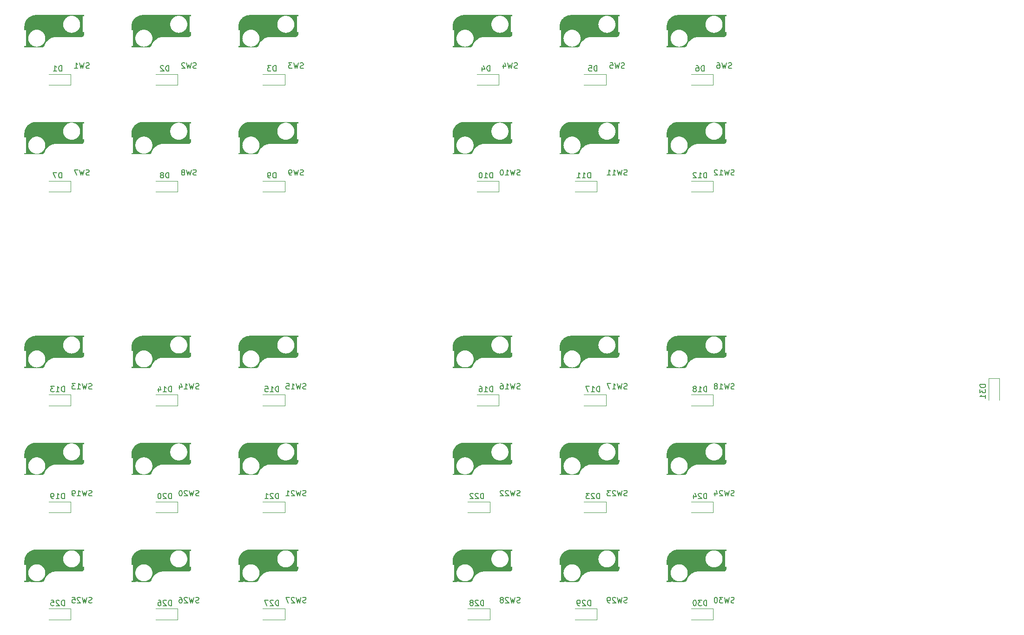
<source format=gbr>
%TF.GenerationSoftware,KiCad,Pcbnew,9.0.7*%
%TF.CreationDate,2026-02-23T23:42:04+09:00*%
%TF.ProjectId,YmmKeyboardMX,596d6d4b-6579-4626-9f61-72644d582e6b,rev?*%
%TF.SameCoordinates,Original*%
%TF.FileFunction,Legend,Bot*%
%TF.FilePolarity,Positive*%
%FSLAX46Y46*%
G04 Gerber Fmt 4.6, Leading zero omitted, Abs format (unit mm)*
G04 Created by KiCad (PCBNEW 9.0.7) date 2026-02-23 23:42:04*
%MOMM*%
%LPD*%
G01*
G04 APERTURE LIST*
%ADD10C,0.150000*%
%ADD11C,0.000000*%
%ADD12C,0.120000*%
G04 APERTURE END LIST*
D10*
X142233332Y-41907200D02*
X142090475Y-41954819D01*
X142090475Y-41954819D02*
X141852380Y-41954819D01*
X141852380Y-41954819D02*
X141757142Y-41907200D01*
X141757142Y-41907200D02*
X141709523Y-41859580D01*
X141709523Y-41859580D02*
X141661904Y-41764342D01*
X141661904Y-41764342D02*
X141661904Y-41669104D01*
X141661904Y-41669104D02*
X141709523Y-41573866D01*
X141709523Y-41573866D02*
X141757142Y-41526247D01*
X141757142Y-41526247D02*
X141852380Y-41478628D01*
X141852380Y-41478628D02*
X142042856Y-41431009D01*
X142042856Y-41431009D02*
X142138094Y-41383390D01*
X142138094Y-41383390D02*
X142185713Y-41335771D01*
X142185713Y-41335771D02*
X142233332Y-41240533D01*
X142233332Y-41240533D02*
X142233332Y-41145295D01*
X142233332Y-41145295D02*
X142185713Y-41050057D01*
X142185713Y-41050057D02*
X142138094Y-41002438D01*
X142138094Y-41002438D02*
X142042856Y-40954819D01*
X142042856Y-40954819D02*
X141804761Y-40954819D01*
X141804761Y-40954819D02*
X141661904Y-41002438D01*
X141328570Y-40954819D02*
X141090475Y-41954819D01*
X141090475Y-41954819D02*
X140899999Y-41240533D01*
X140899999Y-41240533D02*
X140709523Y-41954819D01*
X140709523Y-41954819D02*
X140471428Y-40954819D01*
X139614285Y-40954819D02*
X140090475Y-40954819D01*
X140090475Y-40954819D02*
X140138094Y-41431009D01*
X140138094Y-41431009D02*
X140090475Y-41383390D01*
X140090475Y-41383390D02*
X139995237Y-41335771D01*
X139995237Y-41335771D02*
X139757142Y-41335771D01*
X139757142Y-41335771D02*
X139661904Y-41383390D01*
X139661904Y-41383390D02*
X139614285Y-41431009D01*
X139614285Y-41431009D02*
X139566666Y-41526247D01*
X139566666Y-41526247D02*
X139566666Y-41764342D01*
X139566666Y-41764342D02*
X139614285Y-41859580D01*
X139614285Y-41859580D02*
X139661904Y-41907200D01*
X139661904Y-41907200D02*
X139757142Y-41954819D01*
X139757142Y-41954819D02*
X139995237Y-41954819D01*
X139995237Y-41954819D02*
X140090475Y-41907200D01*
X140090475Y-41907200D02*
X140138094Y-41859580D01*
X44733332Y-41907200D02*
X44590475Y-41954819D01*
X44590475Y-41954819D02*
X44352380Y-41954819D01*
X44352380Y-41954819D02*
X44257142Y-41907200D01*
X44257142Y-41907200D02*
X44209523Y-41859580D01*
X44209523Y-41859580D02*
X44161904Y-41764342D01*
X44161904Y-41764342D02*
X44161904Y-41669104D01*
X44161904Y-41669104D02*
X44209523Y-41573866D01*
X44209523Y-41573866D02*
X44257142Y-41526247D01*
X44257142Y-41526247D02*
X44352380Y-41478628D01*
X44352380Y-41478628D02*
X44542856Y-41431009D01*
X44542856Y-41431009D02*
X44638094Y-41383390D01*
X44638094Y-41383390D02*
X44685713Y-41335771D01*
X44685713Y-41335771D02*
X44733332Y-41240533D01*
X44733332Y-41240533D02*
X44733332Y-41145295D01*
X44733332Y-41145295D02*
X44685713Y-41050057D01*
X44685713Y-41050057D02*
X44638094Y-41002438D01*
X44638094Y-41002438D02*
X44542856Y-40954819D01*
X44542856Y-40954819D02*
X44304761Y-40954819D01*
X44304761Y-40954819D02*
X44161904Y-41002438D01*
X43828570Y-40954819D02*
X43590475Y-41954819D01*
X43590475Y-41954819D02*
X43399999Y-41240533D01*
X43399999Y-41240533D02*
X43209523Y-41954819D01*
X43209523Y-41954819D02*
X42971428Y-40954819D01*
X42066666Y-41954819D02*
X42638094Y-41954819D01*
X42352380Y-41954819D02*
X42352380Y-40954819D01*
X42352380Y-40954819D02*
X42447618Y-41097676D01*
X42447618Y-41097676D02*
X42542856Y-41192914D01*
X42542856Y-41192914D02*
X42638094Y-41240533D01*
X64233332Y-41907200D02*
X64090475Y-41954819D01*
X64090475Y-41954819D02*
X63852380Y-41954819D01*
X63852380Y-41954819D02*
X63757142Y-41907200D01*
X63757142Y-41907200D02*
X63709523Y-41859580D01*
X63709523Y-41859580D02*
X63661904Y-41764342D01*
X63661904Y-41764342D02*
X63661904Y-41669104D01*
X63661904Y-41669104D02*
X63709523Y-41573866D01*
X63709523Y-41573866D02*
X63757142Y-41526247D01*
X63757142Y-41526247D02*
X63852380Y-41478628D01*
X63852380Y-41478628D02*
X64042856Y-41431009D01*
X64042856Y-41431009D02*
X64138094Y-41383390D01*
X64138094Y-41383390D02*
X64185713Y-41335771D01*
X64185713Y-41335771D02*
X64233332Y-41240533D01*
X64233332Y-41240533D02*
X64233332Y-41145295D01*
X64233332Y-41145295D02*
X64185713Y-41050057D01*
X64185713Y-41050057D02*
X64138094Y-41002438D01*
X64138094Y-41002438D02*
X64042856Y-40954819D01*
X64042856Y-40954819D02*
X63804761Y-40954819D01*
X63804761Y-40954819D02*
X63661904Y-41002438D01*
X63328570Y-40954819D02*
X63090475Y-41954819D01*
X63090475Y-41954819D02*
X62899999Y-41240533D01*
X62899999Y-41240533D02*
X62709523Y-41954819D01*
X62709523Y-41954819D02*
X62471428Y-40954819D01*
X62138094Y-41050057D02*
X62090475Y-41002438D01*
X62090475Y-41002438D02*
X61995237Y-40954819D01*
X61995237Y-40954819D02*
X61757142Y-40954819D01*
X61757142Y-40954819D02*
X61661904Y-41002438D01*
X61661904Y-41002438D02*
X61614285Y-41050057D01*
X61614285Y-41050057D02*
X61566666Y-41145295D01*
X61566666Y-41145295D02*
X61566666Y-41240533D01*
X61566666Y-41240533D02*
X61614285Y-41383390D01*
X61614285Y-41383390D02*
X62185713Y-41954819D01*
X62185713Y-41954819D02*
X61566666Y-41954819D01*
X84209523Y-119907200D02*
X84066666Y-119954819D01*
X84066666Y-119954819D02*
X83828571Y-119954819D01*
X83828571Y-119954819D02*
X83733333Y-119907200D01*
X83733333Y-119907200D02*
X83685714Y-119859580D01*
X83685714Y-119859580D02*
X83638095Y-119764342D01*
X83638095Y-119764342D02*
X83638095Y-119669104D01*
X83638095Y-119669104D02*
X83685714Y-119573866D01*
X83685714Y-119573866D02*
X83733333Y-119526247D01*
X83733333Y-119526247D02*
X83828571Y-119478628D01*
X83828571Y-119478628D02*
X84019047Y-119431009D01*
X84019047Y-119431009D02*
X84114285Y-119383390D01*
X84114285Y-119383390D02*
X84161904Y-119335771D01*
X84161904Y-119335771D02*
X84209523Y-119240533D01*
X84209523Y-119240533D02*
X84209523Y-119145295D01*
X84209523Y-119145295D02*
X84161904Y-119050057D01*
X84161904Y-119050057D02*
X84114285Y-119002438D01*
X84114285Y-119002438D02*
X84019047Y-118954819D01*
X84019047Y-118954819D02*
X83780952Y-118954819D01*
X83780952Y-118954819D02*
X83638095Y-119002438D01*
X83304761Y-118954819D02*
X83066666Y-119954819D01*
X83066666Y-119954819D02*
X82876190Y-119240533D01*
X82876190Y-119240533D02*
X82685714Y-119954819D01*
X82685714Y-119954819D02*
X82447619Y-118954819D01*
X82114285Y-119050057D02*
X82066666Y-119002438D01*
X82066666Y-119002438D02*
X81971428Y-118954819D01*
X81971428Y-118954819D02*
X81733333Y-118954819D01*
X81733333Y-118954819D02*
X81638095Y-119002438D01*
X81638095Y-119002438D02*
X81590476Y-119050057D01*
X81590476Y-119050057D02*
X81542857Y-119145295D01*
X81542857Y-119145295D02*
X81542857Y-119240533D01*
X81542857Y-119240533D02*
X81590476Y-119383390D01*
X81590476Y-119383390D02*
X82161904Y-119954819D01*
X82161904Y-119954819D02*
X81542857Y-119954819D01*
X80590476Y-119954819D02*
X81161904Y-119954819D01*
X80876190Y-119954819D02*
X80876190Y-118954819D01*
X80876190Y-118954819D02*
X80971428Y-119097676D01*
X80971428Y-119097676D02*
X81066666Y-119192914D01*
X81066666Y-119192914D02*
X81161904Y-119240533D01*
X162209523Y-139407200D02*
X162066666Y-139454819D01*
X162066666Y-139454819D02*
X161828571Y-139454819D01*
X161828571Y-139454819D02*
X161733333Y-139407200D01*
X161733333Y-139407200D02*
X161685714Y-139359580D01*
X161685714Y-139359580D02*
X161638095Y-139264342D01*
X161638095Y-139264342D02*
X161638095Y-139169104D01*
X161638095Y-139169104D02*
X161685714Y-139073866D01*
X161685714Y-139073866D02*
X161733333Y-139026247D01*
X161733333Y-139026247D02*
X161828571Y-138978628D01*
X161828571Y-138978628D02*
X162019047Y-138931009D01*
X162019047Y-138931009D02*
X162114285Y-138883390D01*
X162114285Y-138883390D02*
X162161904Y-138835771D01*
X162161904Y-138835771D02*
X162209523Y-138740533D01*
X162209523Y-138740533D02*
X162209523Y-138645295D01*
X162209523Y-138645295D02*
X162161904Y-138550057D01*
X162161904Y-138550057D02*
X162114285Y-138502438D01*
X162114285Y-138502438D02*
X162019047Y-138454819D01*
X162019047Y-138454819D02*
X161780952Y-138454819D01*
X161780952Y-138454819D02*
X161638095Y-138502438D01*
X161304761Y-138454819D02*
X161066666Y-139454819D01*
X161066666Y-139454819D02*
X160876190Y-138740533D01*
X160876190Y-138740533D02*
X160685714Y-139454819D01*
X160685714Y-139454819D02*
X160447619Y-138454819D01*
X160161904Y-138454819D02*
X159542857Y-138454819D01*
X159542857Y-138454819D02*
X159876190Y-138835771D01*
X159876190Y-138835771D02*
X159733333Y-138835771D01*
X159733333Y-138835771D02*
X159638095Y-138883390D01*
X159638095Y-138883390D02*
X159590476Y-138931009D01*
X159590476Y-138931009D02*
X159542857Y-139026247D01*
X159542857Y-139026247D02*
X159542857Y-139264342D01*
X159542857Y-139264342D02*
X159590476Y-139359580D01*
X159590476Y-139359580D02*
X159638095Y-139407200D01*
X159638095Y-139407200D02*
X159733333Y-139454819D01*
X159733333Y-139454819D02*
X160019047Y-139454819D01*
X160019047Y-139454819D02*
X160114285Y-139407200D01*
X160114285Y-139407200D02*
X160161904Y-139359580D01*
X158923809Y-138454819D02*
X158828571Y-138454819D01*
X158828571Y-138454819D02*
X158733333Y-138502438D01*
X158733333Y-138502438D02*
X158685714Y-138550057D01*
X158685714Y-138550057D02*
X158638095Y-138645295D01*
X158638095Y-138645295D02*
X158590476Y-138835771D01*
X158590476Y-138835771D02*
X158590476Y-139073866D01*
X158590476Y-139073866D02*
X158638095Y-139264342D01*
X158638095Y-139264342D02*
X158685714Y-139359580D01*
X158685714Y-139359580D02*
X158733333Y-139407200D01*
X158733333Y-139407200D02*
X158828571Y-139454819D01*
X158828571Y-139454819D02*
X158923809Y-139454819D01*
X158923809Y-139454819D02*
X159019047Y-139407200D01*
X159019047Y-139407200D02*
X159066666Y-139359580D01*
X159066666Y-139359580D02*
X159114285Y-139264342D01*
X159114285Y-139264342D02*
X159161904Y-139073866D01*
X159161904Y-139073866D02*
X159161904Y-138835771D01*
X159161904Y-138835771D02*
X159114285Y-138645295D01*
X159114285Y-138645295D02*
X159066666Y-138550057D01*
X159066666Y-138550057D02*
X159019047Y-138502438D01*
X159019047Y-138502438D02*
X158923809Y-138454819D01*
X162209523Y-100407200D02*
X162066666Y-100454819D01*
X162066666Y-100454819D02*
X161828571Y-100454819D01*
X161828571Y-100454819D02*
X161733333Y-100407200D01*
X161733333Y-100407200D02*
X161685714Y-100359580D01*
X161685714Y-100359580D02*
X161638095Y-100264342D01*
X161638095Y-100264342D02*
X161638095Y-100169104D01*
X161638095Y-100169104D02*
X161685714Y-100073866D01*
X161685714Y-100073866D02*
X161733333Y-100026247D01*
X161733333Y-100026247D02*
X161828571Y-99978628D01*
X161828571Y-99978628D02*
X162019047Y-99931009D01*
X162019047Y-99931009D02*
X162114285Y-99883390D01*
X162114285Y-99883390D02*
X162161904Y-99835771D01*
X162161904Y-99835771D02*
X162209523Y-99740533D01*
X162209523Y-99740533D02*
X162209523Y-99645295D01*
X162209523Y-99645295D02*
X162161904Y-99550057D01*
X162161904Y-99550057D02*
X162114285Y-99502438D01*
X162114285Y-99502438D02*
X162019047Y-99454819D01*
X162019047Y-99454819D02*
X161780952Y-99454819D01*
X161780952Y-99454819D02*
X161638095Y-99502438D01*
X161304761Y-99454819D02*
X161066666Y-100454819D01*
X161066666Y-100454819D02*
X160876190Y-99740533D01*
X160876190Y-99740533D02*
X160685714Y-100454819D01*
X160685714Y-100454819D02*
X160447619Y-99454819D01*
X159542857Y-100454819D02*
X160114285Y-100454819D01*
X159828571Y-100454819D02*
X159828571Y-99454819D01*
X159828571Y-99454819D02*
X159923809Y-99597676D01*
X159923809Y-99597676D02*
X160019047Y-99692914D01*
X160019047Y-99692914D02*
X160114285Y-99740533D01*
X158971428Y-99883390D02*
X159066666Y-99835771D01*
X159066666Y-99835771D02*
X159114285Y-99788152D01*
X159114285Y-99788152D02*
X159161904Y-99692914D01*
X159161904Y-99692914D02*
X159161904Y-99645295D01*
X159161904Y-99645295D02*
X159114285Y-99550057D01*
X159114285Y-99550057D02*
X159066666Y-99502438D01*
X159066666Y-99502438D02*
X158971428Y-99454819D01*
X158971428Y-99454819D02*
X158780952Y-99454819D01*
X158780952Y-99454819D02*
X158685714Y-99502438D01*
X158685714Y-99502438D02*
X158638095Y-99550057D01*
X158638095Y-99550057D02*
X158590476Y-99645295D01*
X158590476Y-99645295D02*
X158590476Y-99692914D01*
X158590476Y-99692914D02*
X158638095Y-99788152D01*
X158638095Y-99788152D02*
X158685714Y-99835771D01*
X158685714Y-99835771D02*
X158780952Y-99883390D01*
X158780952Y-99883390D02*
X158971428Y-99883390D01*
X158971428Y-99883390D02*
X159066666Y-99931009D01*
X159066666Y-99931009D02*
X159114285Y-99978628D01*
X159114285Y-99978628D02*
X159161904Y-100073866D01*
X159161904Y-100073866D02*
X159161904Y-100264342D01*
X159161904Y-100264342D02*
X159114285Y-100359580D01*
X159114285Y-100359580D02*
X159066666Y-100407200D01*
X159066666Y-100407200D02*
X158971428Y-100454819D01*
X158971428Y-100454819D02*
X158780952Y-100454819D01*
X158780952Y-100454819D02*
X158685714Y-100407200D01*
X158685714Y-100407200D02*
X158638095Y-100359580D01*
X158638095Y-100359580D02*
X158590476Y-100264342D01*
X158590476Y-100264342D02*
X158590476Y-100073866D01*
X158590476Y-100073866D02*
X158638095Y-99978628D01*
X158638095Y-99978628D02*
X158685714Y-99931009D01*
X158685714Y-99931009D02*
X158780952Y-99883390D01*
X142709523Y-61407200D02*
X142566666Y-61454819D01*
X142566666Y-61454819D02*
X142328571Y-61454819D01*
X142328571Y-61454819D02*
X142233333Y-61407200D01*
X142233333Y-61407200D02*
X142185714Y-61359580D01*
X142185714Y-61359580D02*
X142138095Y-61264342D01*
X142138095Y-61264342D02*
X142138095Y-61169104D01*
X142138095Y-61169104D02*
X142185714Y-61073866D01*
X142185714Y-61073866D02*
X142233333Y-61026247D01*
X142233333Y-61026247D02*
X142328571Y-60978628D01*
X142328571Y-60978628D02*
X142519047Y-60931009D01*
X142519047Y-60931009D02*
X142614285Y-60883390D01*
X142614285Y-60883390D02*
X142661904Y-60835771D01*
X142661904Y-60835771D02*
X142709523Y-60740533D01*
X142709523Y-60740533D02*
X142709523Y-60645295D01*
X142709523Y-60645295D02*
X142661904Y-60550057D01*
X142661904Y-60550057D02*
X142614285Y-60502438D01*
X142614285Y-60502438D02*
X142519047Y-60454819D01*
X142519047Y-60454819D02*
X142280952Y-60454819D01*
X142280952Y-60454819D02*
X142138095Y-60502438D01*
X141804761Y-60454819D02*
X141566666Y-61454819D01*
X141566666Y-61454819D02*
X141376190Y-60740533D01*
X141376190Y-60740533D02*
X141185714Y-61454819D01*
X141185714Y-61454819D02*
X140947619Y-60454819D01*
X140042857Y-61454819D02*
X140614285Y-61454819D01*
X140328571Y-61454819D02*
X140328571Y-60454819D01*
X140328571Y-60454819D02*
X140423809Y-60597676D01*
X140423809Y-60597676D02*
X140519047Y-60692914D01*
X140519047Y-60692914D02*
X140614285Y-60740533D01*
X139090476Y-61454819D02*
X139661904Y-61454819D01*
X139376190Y-61454819D02*
X139376190Y-60454819D01*
X139376190Y-60454819D02*
X139471428Y-60597676D01*
X139471428Y-60597676D02*
X139566666Y-60692914D01*
X139566666Y-60692914D02*
X139661904Y-60740533D01*
X142709523Y-119907200D02*
X142566666Y-119954819D01*
X142566666Y-119954819D02*
X142328571Y-119954819D01*
X142328571Y-119954819D02*
X142233333Y-119907200D01*
X142233333Y-119907200D02*
X142185714Y-119859580D01*
X142185714Y-119859580D02*
X142138095Y-119764342D01*
X142138095Y-119764342D02*
X142138095Y-119669104D01*
X142138095Y-119669104D02*
X142185714Y-119573866D01*
X142185714Y-119573866D02*
X142233333Y-119526247D01*
X142233333Y-119526247D02*
X142328571Y-119478628D01*
X142328571Y-119478628D02*
X142519047Y-119431009D01*
X142519047Y-119431009D02*
X142614285Y-119383390D01*
X142614285Y-119383390D02*
X142661904Y-119335771D01*
X142661904Y-119335771D02*
X142709523Y-119240533D01*
X142709523Y-119240533D02*
X142709523Y-119145295D01*
X142709523Y-119145295D02*
X142661904Y-119050057D01*
X142661904Y-119050057D02*
X142614285Y-119002438D01*
X142614285Y-119002438D02*
X142519047Y-118954819D01*
X142519047Y-118954819D02*
X142280952Y-118954819D01*
X142280952Y-118954819D02*
X142138095Y-119002438D01*
X141804761Y-118954819D02*
X141566666Y-119954819D01*
X141566666Y-119954819D02*
X141376190Y-119240533D01*
X141376190Y-119240533D02*
X141185714Y-119954819D01*
X141185714Y-119954819D02*
X140947619Y-118954819D01*
X140614285Y-119050057D02*
X140566666Y-119002438D01*
X140566666Y-119002438D02*
X140471428Y-118954819D01*
X140471428Y-118954819D02*
X140233333Y-118954819D01*
X140233333Y-118954819D02*
X140138095Y-119002438D01*
X140138095Y-119002438D02*
X140090476Y-119050057D01*
X140090476Y-119050057D02*
X140042857Y-119145295D01*
X140042857Y-119145295D02*
X140042857Y-119240533D01*
X140042857Y-119240533D02*
X140090476Y-119383390D01*
X140090476Y-119383390D02*
X140661904Y-119954819D01*
X140661904Y-119954819D02*
X140042857Y-119954819D01*
X139709523Y-118954819D02*
X139090476Y-118954819D01*
X139090476Y-118954819D02*
X139423809Y-119335771D01*
X139423809Y-119335771D02*
X139280952Y-119335771D01*
X139280952Y-119335771D02*
X139185714Y-119383390D01*
X139185714Y-119383390D02*
X139138095Y-119431009D01*
X139138095Y-119431009D02*
X139090476Y-119526247D01*
X139090476Y-119526247D02*
X139090476Y-119764342D01*
X139090476Y-119764342D02*
X139138095Y-119859580D01*
X139138095Y-119859580D02*
X139185714Y-119907200D01*
X139185714Y-119907200D02*
X139280952Y-119954819D01*
X139280952Y-119954819D02*
X139566666Y-119954819D01*
X139566666Y-119954819D02*
X139661904Y-119907200D01*
X139661904Y-119907200D02*
X139709523Y-119859580D01*
X161733332Y-41907200D02*
X161590475Y-41954819D01*
X161590475Y-41954819D02*
X161352380Y-41954819D01*
X161352380Y-41954819D02*
X161257142Y-41907200D01*
X161257142Y-41907200D02*
X161209523Y-41859580D01*
X161209523Y-41859580D02*
X161161904Y-41764342D01*
X161161904Y-41764342D02*
X161161904Y-41669104D01*
X161161904Y-41669104D02*
X161209523Y-41573866D01*
X161209523Y-41573866D02*
X161257142Y-41526247D01*
X161257142Y-41526247D02*
X161352380Y-41478628D01*
X161352380Y-41478628D02*
X161542856Y-41431009D01*
X161542856Y-41431009D02*
X161638094Y-41383390D01*
X161638094Y-41383390D02*
X161685713Y-41335771D01*
X161685713Y-41335771D02*
X161733332Y-41240533D01*
X161733332Y-41240533D02*
X161733332Y-41145295D01*
X161733332Y-41145295D02*
X161685713Y-41050057D01*
X161685713Y-41050057D02*
X161638094Y-41002438D01*
X161638094Y-41002438D02*
X161542856Y-40954819D01*
X161542856Y-40954819D02*
X161304761Y-40954819D01*
X161304761Y-40954819D02*
X161161904Y-41002438D01*
X160828570Y-40954819D02*
X160590475Y-41954819D01*
X160590475Y-41954819D02*
X160399999Y-41240533D01*
X160399999Y-41240533D02*
X160209523Y-41954819D01*
X160209523Y-41954819D02*
X159971428Y-40954819D01*
X159161904Y-40954819D02*
X159352380Y-40954819D01*
X159352380Y-40954819D02*
X159447618Y-41002438D01*
X159447618Y-41002438D02*
X159495237Y-41050057D01*
X159495237Y-41050057D02*
X159590475Y-41192914D01*
X159590475Y-41192914D02*
X159638094Y-41383390D01*
X159638094Y-41383390D02*
X159638094Y-41764342D01*
X159638094Y-41764342D02*
X159590475Y-41859580D01*
X159590475Y-41859580D02*
X159542856Y-41907200D01*
X159542856Y-41907200D02*
X159447618Y-41954819D01*
X159447618Y-41954819D02*
X159257142Y-41954819D01*
X159257142Y-41954819D02*
X159161904Y-41907200D01*
X159161904Y-41907200D02*
X159114285Y-41859580D01*
X159114285Y-41859580D02*
X159066666Y-41764342D01*
X159066666Y-41764342D02*
X159066666Y-41526247D01*
X159066666Y-41526247D02*
X159114285Y-41431009D01*
X159114285Y-41431009D02*
X159161904Y-41383390D01*
X159161904Y-41383390D02*
X159257142Y-41335771D01*
X159257142Y-41335771D02*
X159447618Y-41335771D01*
X159447618Y-41335771D02*
X159542856Y-41383390D01*
X159542856Y-41383390D02*
X159590475Y-41431009D01*
X159590475Y-41431009D02*
X159638094Y-41526247D01*
X123209523Y-100407200D02*
X123066666Y-100454819D01*
X123066666Y-100454819D02*
X122828571Y-100454819D01*
X122828571Y-100454819D02*
X122733333Y-100407200D01*
X122733333Y-100407200D02*
X122685714Y-100359580D01*
X122685714Y-100359580D02*
X122638095Y-100264342D01*
X122638095Y-100264342D02*
X122638095Y-100169104D01*
X122638095Y-100169104D02*
X122685714Y-100073866D01*
X122685714Y-100073866D02*
X122733333Y-100026247D01*
X122733333Y-100026247D02*
X122828571Y-99978628D01*
X122828571Y-99978628D02*
X123019047Y-99931009D01*
X123019047Y-99931009D02*
X123114285Y-99883390D01*
X123114285Y-99883390D02*
X123161904Y-99835771D01*
X123161904Y-99835771D02*
X123209523Y-99740533D01*
X123209523Y-99740533D02*
X123209523Y-99645295D01*
X123209523Y-99645295D02*
X123161904Y-99550057D01*
X123161904Y-99550057D02*
X123114285Y-99502438D01*
X123114285Y-99502438D02*
X123019047Y-99454819D01*
X123019047Y-99454819D02*
X122780952Y-99454819D01*
X122780952Y-99454819D02*
X122638095Y-99502438D01*
X122304761Y-99454819D02*
X122066666Y-100454819D01*
X122066666Y-100454819D02*
X121876190Y-99740533D01*
X121876190Y-99740533D02*
X121685714Y-100454819D01*
X121685714Y-100454819D02*
X121447619Y-99454819D01*
X120542857Y-100454819D02*
X121114285Y-100454819D01*
X120828571Y-100454819D02*
X120828571Y-99454819D01*
X120828571Y-99454819D02*
X120923809Y-99597676D01*
X120923809Y-99597676D02*
X121019047Y-99692914D01*
X121019047Y-99692914D02*
X121114285Y-99740533D01*
X119685714Y-99454819D02*
X119876190Y-99454819D01*
X119876190Y-99454819D02*
X119971428Y-99502438D01*
X119971428Y-99502438D02*
X120019047Y-99550057D01*
X120019047Y-99550057D02*
X120114285Y-99692914D01*
X120114285Y-99692914D02*
X120161904Y-99883390D01*
X120161904Y-99883390D02*
X120161904Y-100264342D01*
X120161904Y-100264342D02*
X120114285Y-100359580D01*
X120114285Y-100359580D02*
X120066666Y-100407200D01*
X120066666Y-100407200D02*
X119971428Y-100454819D01*
X119971428Y-100454819D02*
X119780952Y-100454819D01*
X119780952Y-100454819D02*
X119685714Y-100407200D01*
X119685714Y-100407200D02*
X119638095Y-100359580D01*
X119638095Y-100359580D02*
X119590476Y-100264342D01*
X119590476Y-100264342D02*
X119590476Y-100026247D01*
X119590476Y-100026247D02*
X119638095Y-99931009D01*
X119638095Y-99931009D02*
X119685714Y-99883390D01*
X119685714Y-99883390D02*
X119780952Y-99835771D01*
X119780952Y-99835771D02*
X119971428Y-99835771D01*
X119971428Y-99835771D02*
X120066666Y-99883390D01*
X120066666Y-99883390D02*
X120114285Y-99931009D01*
X120114285Y-99931009D02*
X120161904Y-100026247D01*
X64709523Y-119907200D02*
X64566666Y-119954819D01*
X64566666Y-119954819D02*
X64328571Y-119954819D01*
X64328571Y-119954819D02*
X64233333Y-119907200D01*
X64233333Y-119907200D02*
X64185714Y-119859580D01*
X64185714Y-119859580D02*
X64138095Y-119764342D01*
X64138095Y-119764342D02*
X64138095Y-119669104D01*
X64138095Y-119669104D02*
X64185714Y-119573866D01*
X64185714Y-119573866D02*
X64233333Y-119526247D01*
X64233333Y-119526247D02*
X64328571Y-119478628D01*
X64328571Y-119478628D02*
X64519047Y-119431009D01*
X64519047Y-119431009D02*
X64614285Y-119383390D01*
X64614285Y-119383390D02*
X64661904Y-119335771D01*
X64661904Y-119335771D02*
X64709523Y-119240533D01*
X64709523Y-119240533D02*
X64709523Y-119145295D01*
X64709523Y-119145295D02*
X64661904Y-119050057D01*
X64661904Y-119050057D02*
X64614285Y-119002438D01*
X64614285Y-119002438D02*
X64519047Y-118954819D01*
X64519047Y-118954819D02*
X64280952Y-118954819D01*
X64280952Y-118954819D02*
X64138095Y-119002438D01*
X63804761Y-118954819D02*
X63566666Y-119954819D01*
X63566666Y-119954819D02*
X63376190Y-119240533D01*
X63376190Y-119240533D02*
X63185714Y-119954819D01*
X63185714Y-119954819D02*
X62947619Y-118954819D01*
X62614285Y-119050057D02*
X62566666Y-119002438D01*
X62566666Y-119002438D02*
X62471428Y-118954819D01*
X62471428Y-118954819D02*
X62233333Y-118954819D01*
X62233333Y-118954819D02*
X62138095Y-119002438D01*
X62138095Y-119002438D02*
X62090476Y-119050057D01*
X62090476Y-119050057D02*
X62042857Y-119145295D01*
X62042857Y-119145295D02*
X62042857Y-119240533D01*
X62042857Y-119240533D02*
X62090476Y-119383390D01*
X62090476Y-119383390D02*
X62661904Y-119954819D01*
X62661904Y-119954819D02*
X62042857Y-119954819D01*
X61423809Y-118954819D02*
X61328571Y-118954819D01*
X61328571Y-118954819D02*
X61233333Y-119002438D01*
X61233333Y-119002438D02*
X61185714Y-119050057D01*
X61185714Y-119050057D02*
X61138095Y-119145295D01*
X61138095Y-119145295D02*
X61090476Y-119335771D01*
X61090476Y-119335771D02*
X61090476Y-119573866D01*
X61090476Y-119573866D02*
X61138095Y-119764342D01*
X61138095Y-119764342D02*
X61185714Y-119859580D01*
X61185714Y-119859580D02*
X61233333Y-119907200D01*
X61233333Y-119907200D02*
X61328571Y-119954819D01*
X61328571Y-119954819D02*
X61423809Y-119954819D01*
X61423809Y-119954819D02*
X61519047Y-119907200D01*
X61519047Y-119907200D02*
X61566666Y-119859580D01*
X61566666Y-119859580D02*
X61614285Y-119764342D01*
X61614285Y-119764342D02*
X61661904Y-119573866D01*
X61661904Y-119573866D02*
X61661904Y-119335771D01*
X61661904Y-119335771D02*
X61614285Y-119145295D01*
X61614285Y-119145295D02*
X61566666Y-119050057D01*
X61566666Y-119050057D02*
X61519047Y-119002438D01*
X61519047Y-119002438D02*
X61423809Y-118954819D01*
X162209523Y-61407200D02*
X162066666Y-61454819D01*
X162066666Y-61454819D02*
X161828571Y-61454819D01*
X161828571Y-61454819D02*
X161733333Y-61407200D01*
X161733333Y-61407200D02*
X161685714Y-61359580D01*
X161685714Y-61359580D02*
X161638095Y-61264342D01*
X161638095Y-61264342D02*
X161638095Y-61169104D01*
X161638095Y-61169104D02*
X161685714Y-61073866D01*
X161685714Y-61073866D02*
X161733333Y-61026247D01*
X161733333Y-61026247D02*
X161828571Y-60978628D01*
X161828571Y-60978628D02*
X162019047Y-60931009D01*
X162019047Y-60931009D02*
X162114285Y-60883390D01*
X162114285Y-60883390D02*
X162161904Y-60835771D01*
X162161904Y-60835771D02*
X162209523Y-60740533D01*
X162209523Y-60740533D02*
X162209523Y-60645295D01*
X162209523Y-60645295D02*
X162161904Y-60550057D01*
X162161904Y-60550057D02*
X162114285Y-60502438D01*
X162114285Y-60502438D02*
X162019047Y-60454819D01*
X162019047Y-60454819D02*
X161780952Y-60454819D01*
X161780952Y-60454819D02*
X161638095Y-60502438D01*
X161304761Y-60454819D02*
X161066666Y-61454819D01*
X161066666Y-61454819D02*
X160876190Y-60740533D01*
X160876190Y-60740533D02*
X160685714Y-61454819D01*
X160685714Y-61454819D02*
X160447619Y-60454819D01*
X159542857Y-61454819D02*
X160114285Y-61454819D01*
X159828571Y-61454819D02*
X159828571Y-60454819D01*
X159828571Y-60454819D02*
X159923809Y-60597676D01*
X159923809Y-60597676D02*
X160019047Y-60692914D01*
X160019047Y-60692914D02*
X160114285Y-60740533D01*
X159161904Y-60550057D02*
X159114285Y-60502438D01*
X159114285Y-60502438D02*
X159019047Y-60454819D01*
X159019047Y-60454819D02*
X158780952Y-60454819D01*
X158780952Y-60454819D02*
X158685714Y-60502438D01*
X158685714Y-60502438D02*
X158638095Y-60550057D01*
X158638095Y-60550057D02*
X158590476Y-60645295D01*
X158590476Y-60645295D02*
X158590476Y-60740533D01*
X158590476Y-60740533D02*
X158638095Y-60883390D01*
X158638095Y-60883390D02*
X159209523Y-61454819D01*
X159209523Y-61454819D02*
X158590476Y-61454819D01*
X123209523Y-139407200D02*
X123066666Y-139454819D01*
X123066666Y-139454819D02*
X122828571Y-139454819D01*
X122828571Y-139454819D02*
X122733333Y-139407200D01*
X122733333Y-139407200D02*
X122685714Y-139359580D01*
X122685714Y-139359580D02*
X122638095Y-139264342D01*
X122638095Y-139264342D02*
X122638095Y-139169104D01*
X122638095Y-139169104D02*
X122685714Y-139073866D01*
X122685714Y-139073866D02*
X122733333Y-139026247D01*
X122733333Y-139026247D02*
X122828571Y-138978628D01*
X122828571Y-138978628D02*
X123019047Y-138931009D01*
X123019047Y-138931009D02*
X123114285Y-138883390D01*
X123114285Y-138883390D02*
X123161904Y-138835771D01*
X123161904Y-138835771D02*
X123209523Y-138740533D01*
X123209523Y-138740533D02*
X123209523Y-138645295D01*
X123209523Y-138645295D02*
X123161904Y-138550057D01*
X123161904Y-138550057D02*
X123114285Y-138502438D01*
X123114285Y-138502438D02*
X123019047Y-138454819D01*
X123019047Y-138454819D02*
X122780952Y-138454819D01*
X122780952Y-138454819D02*
X122638095Y-138502438D01*
X122304761Y-138454819D02*
X122066666Y-139454819D01*
X122066666Y-139454819D02*
X121876190Y-138740533D01*
X121876190Y-138740533D02*
X121685714Y-139454819D01*
X121685714Y-139454819D02*
X121447619Y-138454819D01*
X121114285Y-138550057D02*
X121066666Y-138502438D01*
X121066666Y-138502438D02*
X120971428Y-138454819D01*
X120971428Y-138454819D02*
X120733333Y-138454819D01*
X120733333Y-138454819D02*
X120638095Y-138502438D01*
X120638095Y-138502438D02*
X120590476Y-138550057D01*
X120590476Y-138550057D02*
X120542857Y-138645295D01*
X120542857Y-138645295D02*
X120542857Y-138740533D01*
X120542857Y-138740533D02*
X120590476Y-138883390D01*
X120590476Y-138883390D02*
X121161904Y-139454819D01*
X121161904Y-139454819D02*
X120542857Y-139454819D01*
X119971428Y-138883390D02*
X120066666Y-138835771D01*
X120066666Y-138835771D02*
X120114285Y-138788152D01*
X120114285Y-138788152D02*
X120161904Y-138692914D01*
X120161904Y-138692914D02*
X120161904Y-138645295D01*
X120161904Y-138645295D02*
X120114285Y-138550057D01*
X120114285Y-138550057D02*
X120066666Y-138502438D01*
X120066666Y-138502438D02*
X119971428Y-138454819D01*
X119971428Y-138454819D02*
X119780952Y-138454819D01*
X119780952Y-138454819D02*
X119685714Y-138502438D01*
X119685714Y-138502438D02*
X119638095Y-138550057D01*
X119638095Y-138550057D02*
X119590476Y-138645295D01*
X119590476Y-138645295D02*
X119590476Y-138692914D01*
X119590476Y-138692914D02*
X119638095Y-138788152D01*
X119638095Y-138788152D02*
X119685714Y-138835771D01*
X119685714Y-138835771D02*
X119780952Y-138883390D01*
X119780952Y-138883390D02*
X119971428Y-138883390D01*
X119971428Y-138883390D02*
X120066666Y-138931009D01*
X120066666Y-138931009D02*
X120114285Y-138978628D01*
X120114285Y-138978628D02*
X120161904Y-139073866D01*
X120161904Y-139073866D02*
X120161904Y-139264342D01*
X120161904Y-139264342D02*
X120114285Y-139359580D01*
X120114285Y-139359580D02*
X120066666Y-139407200D01*
X120066666Y-139407200D02*
X119971428Y-139454819D01*
X119971428Y-139454819D02*
X119780952Y-139454819D01*
X119780952Y-139454819D02*
X119685714Y-139407200D01*
X119685714Y-139407200D02*
X119638095Y-139359580D01*
X119638095Y-139359580D02*
X119590476Y-139264342D01*
X119590476Y-139264342D02*
X119590476Y-139073866D01*
X119590476Y-139073866D02*
X119638095Y-138978628D01*
X119638095Y-138978628D02*
X119685714Y-138931009D01*
X119685714Y-138931009D02*
X119780952Y-138883390D01*
X83733332Y-61407200D02*
X83590475Y-61454819D01*
X83590475Y-61454819D02*
X83352380Y-61454819D01*
X83352380Y-61454819D02*
X83257142Y-61407200D01*
X83257142Y-61407200D02*
X83209523Y-61359580D01*
X83209523Y-61359580D02*
X83161904Y-61264342D01*
X83161904Y-61264342D02*
X83161904Y-61169104D01*
X83161904Y-61169104D02*
X83209523Y-61073866D01*
X83209523Y-61073866D02*
X83257142Y-61026247D01*
X83257142Y-61026247D02*
X83352380Y-60978628D01*
X83352380Y-60978628D02*
X83542856Y-60931009D01*
X83542856Y-60931009D02*
X83638094Y-60883390D01*
X83638094Y-60883390D02*
X83685713Y-60835771D01*
X83685713Y-60835771D02*
X83733332Y-60740533D01*
X83733332Y-60740533D02*
X83733332Y-60645295D01*
X83733332Y-60645295D02*
X83685713Y-60550057D01*
X83685713Y-60550057D02*
X83638094Y-60502438D01*
X83638094Y-60502438D02*
X83542856Y-60454819D01*
X83542856Y-60454819D02*
X83304761Y-60454819D01*
X83304761Y-60454819D02*
X83161904Y-60502438D01*
X82828570Y-60454819D02*
X82590475Y-61454819D01*
X82590475Y-61454819D02*
X82399999Y-60740533D01*
X82399999Y-60740533D02*
X82209523Y-61454819D01*
X82209523Y-61454819D02*
X81971428Y-60454819D01*
X81542856Y-61454819D02*
X81352380Y-61454819D01*
X81352380Y-61454819D02*
X81257142Y-61407200D01*
X81257142Y-61407200D02*
X81209523Y-61359580D01*
X81209523Y-61359580D02*
X81114285Y-61216723D01*
X81114285Y-61216723D02*
X81066666Y-61026247D01*
X81066666Y-61026247D02*
X81066666Y-60645295D01*
X81066666Y-60645295D02*
X81114285Y-60550057D01*
X81114285Y-60550057D02*
X81161904Y-60502438D01*
X81161904Y-60502438D02*
X81257142Y-60454819D01*
X81257142Y-60454819D02*
X81447618Y-60454819D01*
X81447618Y-60454819D02*
X81542856Y-60502438D01*
X81542856Y-60502438D02*
X81590475Y-60550057D01*
X81590475Y-60550057D02*
X81638094Y-60645295D01*
X81638094Y-60645295D02*
X81638094Y-60883390D01*
X81638094Y-60883390D02*
X81590475Y-60978628D01*
X81590475Y-60978628D02*
X81542856Y-61026247D01*
X81542856Y-61026247D02*
X81447618Y-61073866D01*
X81447618Y-61073866D02*
X81257142Y-61073866D01*
X81257142Y-61073866D02*
X81161904Y-61026247D01*
X81161904Y-61026247D02*
X81114285Y-60978628D01*
X81114285Y-60978628D02*
X81066666Y-60883390D01*
X162209523Y-119907200D02*
X162066666Y-119954819D01*
X162066666Y-119954819D02*
X161828571Y-119954819D01*
X161828571Y-119954819D02*
X161733333Y-119907200D01*
X161733333Y-119907200D02*
X161685714Y-119859580D01*
X161685714Y-119859580D02*
X161638095Y-119764342D01*
X161638095Y-119764342D02*
X161638095Y-119669104D01*
X161638095Y-119669104D02*
X161685714Y-119573866D01*
X161685714Y-119573866D02*
X161733333Y-119526247D01*
X161733333Y-119526247D02*
X161828571Y-119478628D01*
X161828571Y-119478628D02*
X162019047Y-119431009D01*
X162019047Y-119431009D02*
X162114285Y-119383390D01*
X162114285Y-119383390D02*
X162161904Y-119335771D01*
X162161904Y-119335771D02*
X162209523Y-119240533D01*
X162209523Y-119240533D02*
X162209523Y-119145295D01*
X162209523Y-119145295D02*
X162161904Y-119050057D01*
X162161904Y-119050057D02*
X162114285Y-119002438D01*
X162114285Y-119002438D02*
X162019047Y-118954819D01*
X162019047Y-118954819D02*
X161780952Y-118954819D01*
X161780952Y-118954819D02*
X161638095Y-119002438D01*
X161304761Y-118954819D02*
X161066666Y-119954819D01*
X161066666Y-119954819D02*
X160876190Y-119240533D01*
X160876190Y-119240533D02*
X160685714Y-119954819D01*
X160685714Y-119954819D02*
X160447619Y-118954819D01*
X160114285Y-119050057D02*
X160066666Y-119002438D01*
X160066666Y-119002438D02*
X159971428Y-118954819D01*
X159971428Y-118954819D02*
X159733333Y-118954819D01*
X159733333Y-118954819D02*
X159638095Y-119002438D01*
X159638095Y-119002438D02*
X159590476Y-119050057D01*
X159590476Y-119050057D02*
X159542857Y-119145295D01*
X159542857Y-119145295D02*
X159542857Y-119240533D01*
X159542857Y-119240533D02*
X159590476Y-119383390D01*
X159590476Y-119383390D02*
X160161904Y-119954819D01*
X160161904Y-119954819D02*
X159542857Y-119954819D01*
X158685714Y-119288152D02*
X158685714Y-119954819D01*
X158923809Y-118907200D02*
X159161904Y-119621485D01*
X159161904Y-119621485D02*
X158542857Y-119621485D01*
X44733332Y-61407200D02*
X44590475Y-61454819D01*
X44590475Y-61454819D02*
X44352380Y-61454819D01*
X44352380Y-61454819D02*
X44257142Y-61407200D01*
X44257142Y-61407200D02*
X44209523Y-61359580D01*
X44209523Y-61359580D02*
X44161904Y-61264342D01*
X44161904Y-61264342D02*
X44161904Y-61169104D01*
X44161904Y-61169104D02*
X44209523Y-61073866D01*
X44209523Y-61073866D02*
X44257142Y-61026247D01*
X44257142Y-61026247D02*
X44352380Y-60978628D01*
X44352380Y-60978628D02*
X44542856Y-60931009D01*
X44542856Y-60931009D02*
X44638094Y-60883390D01*
X44638094Y-60883390D02*
X44685713Y-60835771D01*
X44685713Y-60835771D02*
X44733332Y-60740533D01*
X44733332Y-60740533D02*
X44733332Y-60645295D01*
X44733332Y-60645295D02*
X44685713Y-60550057D01*
X44685713Y-60550057D02*
X44638094Y-60502438D01*
X44638094Y-60502438D02*
X44542856Y-60454819D01*
X44542856Y-60454819D02*
X44304761Y-60454819D01*
X44304761Y-60454819D02*
X44161904Y-60502438D01*
X43828570Y-60454819D02*
X43590475Y-61454819D01*
X43590475Y-61454819D02*
X43399999Y-60740533D01*
X43399999Y-60740533D02*
X43209523Y-61454819D01*
X43209523Y-61454819D02*
X42971428Y-60454819D01*
X42685713Y-60454819D02*
X42019047Y-60454819D01*
X42019047Y-60454819D02*
X42447618Y-61454819D01*
X122733332Y-41907200D02*
X122590475Y-41954819D01*
X122590475Y-41954819D02*
X122352380Y-41954819D01*
X122352380Y-41954819D02*
X122257142Y-41907200D01*
X122257142Y-41907200D02*
X122209523Y-41859580D01*
X122209523Y-41859580D02*
X122161904Y-41764342D01*
X122161904Y-41764342D02*
X122161904Y-41669104D01*
X122161904Y-41669104D02*
X122209523Y-41573866D01*
X122209523Y-41573866D02*
X122257142Y-41526247D01*
X122257142Y-41526247D02*
X122352380Y-41478628D01*
X122352380Y-41478628D02*
X122542856Y-41431009D01*
X122542856Y-41431009D02*
X122638094Y-41383390D01*
X122638094Y-41383390D02*
X122685713Y-41335771D01*
X122685713Y-41335771D02*
X122733332Y-41240533D01*
X122733332Y-41240533D02*
X122733332Y-41145295D01*
X122733332Y-41145295D02*
X122685713Y-41050057D01*
X122685713Y-41050057D02*
X122638094Y-41002438D01*
X122638094Y-41002438D02*
X122542856Y-40954819D01*
X122542856Y-40954819D02*
X122304761Y-40954819D01*
X122304761Y-40954819D02*
X122161904Y-41002438D01*
X121828570Y-40954819D02*
X121590475Y-41954819D01*
X121590475Y-41954819D02*
X121399999Y-41240533D01*
X121399999Y-41240533D02*
X121209523Y-41954819D01*
X121209523Y-41954819D02*
X120971428Y-40954819D01*
X120161904Y-41288152D02*
X120161904Y-41954819D01*
X120399999Y-40907200D02*
X120638094Y-41621485D01*
X120638094Y-41621485D02*
X120019047Y-41621485D01*
X45209523Y-119907200D02*
X45066666Y-119954819D01*
X45066666Y-119954819D02*
X44828571Y-119954819D01*
X44828571Y-119954819D02*
X44733333Y-119907200D01*
X44733333Y-119907200D02*
X44685714Y-119859580D01*
X44685714Y-119859580D02*
X44638095Y-119764342D01*
X44638095Y-119764342D02*
X44638095Y-119669104D01*
X44638095Y-119669104D02*
X44685714Y-119573866D01*
X44685714Y-119573866D02*
X44733333Y-119526247D01*
X44733333Y-119526247D02*
X44828571Y-119478628D01*
X44828571Y-119478628D02*
X45019047Y-119431009D01*
X45019047Y-119431009D02*
X45114285Y-119383390D01*
X45114285Y-119383390D02*
X45161904Y-119335771D01*
X45161904Y-119335771D02*
X45209523Y-119240533D01*
X45209523Y-119240533D02*
X45209523Y-119145295D01*
X45209523Y-119145295D02*
X45161904Y-119050057D01*
X45161904Y-119050057D02*
X45114285Y-119002438D01*
X45114285Y-119002438D02*
X45019047Y-118954819D01*
X45019047Y-118954819D02*
X44780952Y-118954819D01*
X44780952Y-118954819D02*
X44638095Y-119002438D01*
X44304761Y-118954819D02*
X44066666Y-119954819D01*
X44066666Y-119954819D02*
X43876190Y-119240533D01*
X43876190Y-119240533D02*
X43685714Y-119954819D01*
X43685714Y-119954819D02*
X43447619Y-118954819D01*
X42542857Y-119954819D02*
X43114285Y-119954819D01*
X42828571Y-119954819D02*
X42828571Y-118954819D01*
X42828571Y-118954819D02*
X42923809Y-119097676D01*
X42923809Y-119097676D02*
X43019047Y-119192914D01*
X43019047Y-119192914D02*
X43114285Y-119240533D01*
X42066666Y-119954819D02*
X41876190Y-119954819D01*
X41876190Y-119954819D02*
X41780952Y-119907200D01*
X41780952Y-119907200D02*
X41733333Y-119859580D01*
X41733333Y-119859580D02*
X41638095Y-119716723D01*
X41638095Y-119716723D02*
X41590476Y-119526247D01*
X41590476Y-119526247D02*
X41590476Y-119145295D01*
X41590476Y-119145295D02*
X41638095Y-119050057D01*
X41638095Y-119050057D02*
X41685714Y-119002438D01*
X41685714Y-119002438D02*
X41780952Y-118954819D01*
X41780952Y-118954819D02*
X41971428Y-118954819D01*
X41971428Y-118954819D02*
X42066666Y-119002438D01*
X42066666Y-119002438D02*
X42114285Y-119050057D01*
X42114285Y-119050057D02*
X42161904Y-119145295D01*
X42161904Y-119145295D02*
X42161904Y-119383390D01*
X42161904Y-119383390D02*
X42114285Y-119478628D01*
X42114285Y-119478628D02*
X42066666Y-119526247D01*
X42066666Y-119526247D02*
X41971428Y-119573866D01*
X41971428Y-119573866D02*
X41780952Y-119573866D01*
X41780952Y-119573866D02*
X41685714Y-119526247D01*
X41685714Y-119526247D02*
X41638095Y-119478628D01*
X41638095Y-119478628D02*
X41590476Y-119383390D01*
X84209523Y-139407200D02*
X84066666Y-139454819D01*
X84066666Y-139454819D02*
X83828571Y-139454819D01*
X83828571Y-139454819D02*
X83733333Y-139407200D01*
X83733333Y-139407200D02*
X83685714Y-139359580D01*
X83685714Y-139359580D02*
X83638095Y-139264342D01*
X83638095Y-139264342D02*
X83638095Y-139169104D01*
X83638095Y-139169104D02*
X83685714Y-139073866D01*
X83685714Y-139073866D02*
X83733333Y-139026247D01*
X83733333Y-139026247D02*
X83828571Y-138978628D01*
X83828571Y-138978628D02*
X84019047Y-138931009D01*
X84019047Y-138931009D02*
X84114285Y-138883390D01*
X84114285Y-138883390D02*
X84161904Y-138835771D01*
X84161904Y-138835771D02*
X84209523Y-138740533D01*
X84209523Y-138740533D02*
X84209523Y-138645295D01*
X84209523Y-138645295D02*
X84161904Y-138550057D01*
X84161904Y-138550057D02*
X84114285Y-138502438D01*
X84114285Y-138502438D02*
X84019047Y-138454819D01*
X84019047Y-138454819D02*
X83780952Y-138454819D01*
X83780952Y-138454819D02*
X83638095Y-138502438D01*
X83304761Y-138454819D02*
X83066666Y-139454819D01*
X83066666Y-139454819D02*
X82876190Y-138740533D01*
X82876190Y-138740533D02*
X82685714Y-139454819D01*
X82685714Y-139454819D02*
X82447619Y-138454819D01*
X82114285Y-138550057D02*
X82066666Y-138502438D01*
X82066666Y-138502438D02*
X81971428Y-138454819D01*
X81971428Y-138454819D02*
X81733333Y-138454819D01*
X81733333Y-138454819D02*
X81638095Y-138502438D01*
X81638095Y-138502438D02*
X81590476Y-138550057D01*
X81590476Y-138550057D02*
X81542857Y-138645295D01*
X81542857Y-138645295D02*
X81542857Y-138740533D01*
X81542857Y-138740533D02*
X81590476Y-138883390D01*
X81590476Y-138883390D02*
X82161904Y-139454819D01*
X82161904Y-139454819D02*
X81542857Y-139454819D01*
X81209523Y-138454819D02*
X80542857Y-138454819D01*
X80542857Y-138454819D02*
X80971428Y-139454819D01*
X45209523Y-139407200D02*
X45066666Y-139454819D01*
X45066666Y-139454819D02*
X44828571Y-139454819D01*
X44828571Y-139454819D02*
X44733333Y-139407200D01*
X44733333Y-139407200D02*
X44685714Y-139359580D01*
X44685714Y-139359580D02*
X44638095Y-139264342D01*
X44638095Y-139264342D02*
X44638095Y-139169104D01*
X44638095Y-139169104D02*
X44685714Y-139073866D01*
X44685714Y-139073866D02*
X44733333Y-139026247D01*
X44733333Y-139026247D02*
X44828571Y-138978628D01*
X44828571Y-138978628D02*
X45019047Y-138931009D01*
X45019047Y-138931009D02*
X45114285Y-138883390D01*
X45114285Y-138883390D02*
X45161904Y-138835771D01*
X45161904Y-138835771D02*
X45209523Y-138740533D01*
X45209523Y-138740533D02*
X45209523Y-138645295D01*
X45209523Y-138645295D02*
X45161904Y-138550057D01*
X45161904Y-138550057D02*
X45114285Y-138502438D01*
X45114285Y-138502438D02*
X45019047Y-138454819D01*
X45019047Y-138454819D02*
X44780952Y-138454819D01*
X44780952Y-138454819D02*
X44638095Y-138502438D01*
X44304761Y-138454819D02*
X44066666Y-139454819D01*
X44066666Y-139454819D02*
X43876190Y-138740533D01*
X43876190Y-138740533D02*
X43685714Y-139454819D01*
X43685714Y-139454819D02*
X43447619Y-138454819D01*
X43114285Y-138550057D02*
X43066666Y-138502438D01*
X43066666Y-138502438D02*
X42971428Y-138454819D01*
X42971428Y-138454819D02*
X42733333Y-138454819D01*
X42733333Y-138454819D02*
X42638095Y-138502438D01*
X42638095Y-138502438D02*
X42590476Y-138550057D01*
X42590476Y-138550057D02*
X42542857Y-138645295D01*
X42542857Y-138645295D02*
X42542857Y-138740533D01*
X42542857Y-138740533D02*
X42590476Y-138883390D01*
X42590476Y-138883390D02*
X43161904Y-139454819D01*
X43161904Y-139454819D02*
X42542857Y-139454819D01*
X41638095Y-138454819D02*
X42114285Y-138454819D01*
X42114285Y-138454819D02*
X42161904Y-138931009D01*
X42161904Y-138931009D02*
X42114285Y-138883390D01*
X42114285Y-138883390D02*
X42019047Y-138835771D01*
X42019047Y-138835771D02*
X41780952Y-138835771D01*
X41780952Y-138835771D02*
X41685714Y-138883390D01*
X41685714Y-138883390D02*
X41638095Y-138931009D01*
X41638095Y-138931009D02*
X41590476Y-139026247D01*
X41590476Y-139026247D02*
X41590476Y-139264342D01*
X41590476Y-139264342D02*
X41638095Y-139359580D01*
X41638095Y-139359580D02*
X41685714Y-139407200D01*
X41685714Y-139407200D02*
X41780952Y-139454819D01*
X41780952Y-139454819D02*
X42019047Y-139454819D01*
X42019047Y-139454819D02*
X42114285Y-139407200D01*
X42114285Y-139407200D02*
X42161904Y-139359580D01*
X142709523Y-100407200D02*
X142566666Y-100454819D01*
X142566666Y-100454819D02*
X142328571Y-100454819D01*
X142328571Y-100454819D02*
X142233333Y-100407200D01*
X142233333Y-100407200D02*
X142185714Y-100359580D01*
X142185714Y-100359580D02*
X142138095Y-100264342D01*
X142138095Y-100264342D02*
X142138095Y-100169104D01*
X142138095Y-100169104D02*
X142185714Y-100073866D01*
X142185714Y-100073866D02*
X142233333Y-100026247D01*
X142233333Y-100026247D02*
X142328571Y-99978628D01*
X142328571Y-99978628D02*
X142519047Y-99931009D01*
X142519047Y-99931009D02*
X142614285Y-99883390D01*
X142614285Y-99883390D02*
X142661904Y-99835771D01*
X142661904Y-99835771D02*
X142709523Y-99740533D01*
X142709523Y-99740533D02*
X142709523Y-99645295D01*
X142709523Y-99645295D02*
X142661904Y-99550057D01*
X142661904Y-99550057D02*
X142614285Y-99502438D01*
X142614285Y-99502438D02*
X142519047Y-99454819D01*
X142519047Y-99454819D02*
X142280952Y-99454819D01*
X142280952Y-99454819D02*
X142138095Y-99502438D01*
X141804761Y-99454819D02*
X141566666Y-100454819D01*
X141566666Y-100454819D02*
X141376190Y-99740533D01*
X141376190Y-99740533D02*
X141185714Y-100454819D01*
X141185714Y-100454819D02*
X140947619Y-99454819D01*
X140042857Y-100454819D02*
X140614285Y-100454819D01*
X140328571Y-100454819D02*
X140328571Y-99454819D01*
X140328571Y-99454819D02*
X140423809Y-99597676D01*
X140423809Y-99597676D02*
X140519047Y-99692914D01*
X140519047Y-99692914D02*
X140614285Y-99740533D01*
X139709523Y-99454819D02*
X139042857Y-99454819D01*
X139042857Y-99454819D02*
X139471428Y-100454819D01*
X142709523Y-139407200D02*
X142566666Y-139454819D01*
X142566666Y-139454819D02*
X142328571Y-139454819D01*
X142328571Y-139454819D02*
X142233333Y-139407200D01*
X142233333Y-139407200D02*
X142185714Y-139359580D01*
X142185714Y-139359580D02*
X142138095Y-139264342D01*
X142138095Y-139264342D02*
X142138095Y-139169104D01*
X142138095Y-139169104D02*
X142185714Y-139073866D01*
X142185714Y-139073866D02*
X142233333Y-139026247D01*
X142233333Y-139026247D02*
X142328571Y-138978628D01*
X142328571Y-138978628D02*
X142519047Y-138931009D01*
X142519047Y-138931009D02*
X142614285Y-138883390D01*
X142614285Y-138883390D02*
X142661904Y-138835771D01*
X142661904Y-138835771D02*
X142709523Y-138740533D01*
X142709523Y-138740533D02*
X142709523Y-138645295D01*
X142709523Y-138645295D02*
X142661904Y-138550057D01*
X142661904Y-138550057D02*
X142614285Y-138502438D01*
X142614285Y-138502438D02*
X142519047Y-138454819D01*
X142519047Y-138454819D02*
X142280952Y-138454819D01*
X142280952Y-138454819D02*
X142138095Y-138502438D01*
X141804761Y-138454819D02*
X141566666Y-139454819D01*
X141566666Y-139454819D02*
X141376190Y-138740533D01*
X141376190Y-138740533D02*
X141185714Y-139454819D01*
X141185714Y-139454819D02*
X140947619Y-138454819D01*
X140614285Y-138550057D02*
X140566666Y-138502438D01*
X140566666Y-138502438D02*
X140471428Y-138454819D01*
X140471428Y-138454819D02*
X140233333Y-138454819D01*
X140233333Y-138454819D02*
X140138095Y-138502438D01*
X140138095Y-138502438D02*
X140090476Y-138550057D01*
X140090476Y-138550057D02*
X140042857Y-138645295D01*
X140042857Y-138645295D02*
X140042857Y-138740533D01*
X140042857Y-138740533D02*
X140090476Y-138883390D01*
X140090476Y-138883390D02*
X140661904Y-139454819D01*
X140661904Y-139454819D02*
X140042857Y-139454819D01*
X139566666Y-139454819D02*
X139376190Y-139454819D01*
X139376190Y-139454819D02*
X139280952Y-139407200D01*
X139280952Y-139407200D02*
X139233333Y-139359580D01*
X139233333Y-139359580D02*
X139138095Y-139216723D01*
X139138095Y-139216723D02*
X139090476Y-139026247D01*
X139090476Y-139026247D02*
X139090476Y-138645295D01*
X139090476Y-138645295D02*
X139138095Y-138550057D01*
X139138095Y-138550057D02*
X139185714Y-138502438D01*
X139185714Y-138502438D02*
X139280952Y-138454819D01*
X139280952Y-138454819D02*
X139471428Y-138454819D01*
X139471428Y-138454819D02*
X139566666Y-138502438D01*
X139566666Y-138502438D02*
X139614285Y-138550057D01*
X139614285Y-138550057D02*
X139661904Y-138645295D01*
X139661904Y-138645295D02*
X139661904Y-138883390D01*
X139661904Y-138883390D02*
X139614285Y-138978628D01*
X139614285Y-138978628D02*
X139566666Y-139026247D01*
X139566666Y-139026247D02*
X139471428Y-139073866D01*
X139471428Y-139073866D02*
X139280952Y-139073866D01*
X139280952Y-139073866D02*
X139185714Y-139026247D01*
X139185714Y-139026247D02*
X139138095Y-138978628D01*
X139138095Y-138978628D02*
X139090476Y-138883390D01*
X84209523Y-100407200D02*
X84066666Y-100454819D01*
X84066666Y-100454819D02*
X83828571Y-100454819D01*
X83828571Y-100454819D02*
X83733333Y-100407200D01*
X83733333Y-100407200D02*
X83685714Y-100359580D01*
X83685714Y-100359580D02*
X83638095Y-100264342D01*
X83638095Y-100264342D02*
X83638095Y-100169104D01*
X83638095Y-100169104D02*
X83685714Y-100073866D01*
X83685714Y-100073866D02*
X83733333Y-100026247D01*
X83733333Y-100026247D02*
X83828571Y-99978628D01*
X83828571Y-99978628D02*
X84019047Y-99931009D01*
X84019047Y-99931009D02*
X84114285Y-99883390D01*
X84114285Y-99883390D02*
X84161904Y-99835771D01*
X84161904Y-99835771D02*
X84209523Y-99740533D01*
X84209523Y-99740533D02*
X84209523Y-99645295D01*
X84209523Y-99645295D02*
X84161904Y-99550057D01*
X84161904Y-99550057D02*
X84114285Y-99502438D01*
X84114285Y-99502438D02*
X84019047Y-99454819D01*
X84019047Y-99454819D02*
X83780952Y-99454819D01*
X83780952Y-99454819D02*
X83638095Y-99502438D01*
X83304761Y-99454819D02*
X83066666Y-100454819D01*
X83066666Y-100454819D02*
X82876190Y-99740533D01*
X82876190Y-99740533D02*
X82685714Y-100454819D01*
X82685714Y-100454819D02*
X82447619Y-99454819D01*
X81542857Y-100454819D02*
X82114285Y-100454819D01*
X81828571Y-100454819D02*
X81828571Y-99454819D01*
X81828571Y-99454819D02*
X81923809Y-99597676D01*
X81923809Y-99597676D02*
X82019047Y-99692914D01*
X82019047Y-99692914D02*
X82114285Y-99740533D01*
X80638095Y-99454819D02*
X81114285Y-99454819D01*
X81114285Y-99454819D02*
X81161904Y-99931009D01*
X81161904Y-99931009D02*
X81114285Y-99883390D01*
X81114285Y-99883390D02*
X81019047Y-99835771D01*
X81019047Y-99835771D02*
X80780952Y-99835771D01*
X80780952Y-99835771D02*
X80685714Y-99883390D01*
X80685714Y-99883390D02*
X80638095Y-99931009D01*
X80638095Y-99931009D02*
X80590476Y-100026247D01*
X80590476Y-100026247D02*
X80590476Y-100264342D01*
X80590476Y-100264342D02*
X80638095Y-100359580D01*
X80638095Y-100359580D02*
X80685714Y-100407200D01*
X80685714Y-100407200D02*
X80780952Y-100454819D01*
X80780952Y-100454819D02*
X81019047Y-100454819D01*
X81019047Y-100454819D02*
X81114285Y-100407200D01*
X81114285Y-100407200D02*
X81161904Y-100359580D01*
X64709523Y-139407200D02*
X64566666Y-139454819D01*
X64566666Y-139454819D02*
X64328571Y-139454819D01*
X64328571Y-139454819D02*
X64233333Y-139407200D01*
X64233333Y-139407200D02*
X64185714Y-139359580D01*
X64185714Y-139359580D02*
X64138095Y-139264342D01*
X64138095Y-139264342D02*
X64138095Y-139169104D01*
X64138095Y-139169104D02*
X64185714Y-139073866D01*
X64185714Y-139073866D02*
X64233333Y-139026247D01*
X64233333Y-139026247D02*
X64328571Y-138978628D01*
X64328571Y-138978628D02*
X64519047Y-138931009D01*
X64519047Y-138931009D02*
X64614285Y-138883390D01*
X64614285Y-138883390D02*
X64661904Y-138835771D01*
X64661904Y-138835771D02*
X64709523Y-138740533D01*
X64709523Y-138740533D02*
X64709523Y-138645295D01*
X64709523Y-138645295D02*
X64661904Y-138550057D01*
X64661904Y-138550057D02*
X64614285Y-138502438D01*
X64614285Y-138502438D02*
X64519047Y-138454819D01*
X64519047Y-138454819D02*
X64280952Y-138454819D01*
X64280952Y-138454819D02*
X64138095Y-138502438D01*
X63804761Y-138454819D02*
X63566666Y-139454819D01*
X63566666Y-139454819D02*
X63376190Y-138740533D01*
X63376190Y-138740533D02*
X63185714Y-139454819D01*
X63185714Y-139454819D02*
X62947619Y-138454819D01*
X62614285Y-138550057D02*
X62566666Y-138502438D01*
X62566666Y-138502438D02*
X62471428Y-138454819D01*
X62471428Y-138454819D02*
X62233333Y-138454819D01*
X62233333Y-138454819D02*
X62138095Y-138502438D01*
X62138095Y-138502438D02*
X62090476Y-138550057D01*
X62090476Y-138550057D02*
X62042857Y-138645295D01*
X62042857Y-138645295D02*
X62042857Y-138740533D01*
X62042857Y-138740533D02*
X62090476Y-138883390D01*
X62090476Y-138883390D02*
X62661904Y-139454819D01*
X62661904Y-139454819D02*
X62042857Y-139454819D01*
X61185714Y-138454819D02*
X61376190Y-138454819D01*
X61376190Y-138454819D02*
X61471428Y-138502438D01*
X61471428Y-138502438D02*
X61519047Y-138550057D01*
X61519047Y-138550057D02*
X61614285Y-138692914D01*
X61614285Y-138692914D02*
X61661904Y-138883390D01*
X61661904Y-138883390D02*
X61661904Y-139264342D01*
X61661904Y-139264342D02*
X61614285Y-139359580D01*
X61614285Y-139359580D02*
X61566666Y-139407200D01*
X61566666Y-139407200D02*
X61471428Y-139454819D01*
X61471428Y-139454819D02*
X61280952Y-139454819D01*
X61280952Y-139454819D02*
X61185714Y-139407200D01*
X61185714Y-139407200D02*
X61138095Y-139359580D01*
X61138095Y-139359580D02*
X61090476Y-139264342D01*
X61090476Y-139264342D02*
X61090476Y-139026247D01*
X61090476Y-139026247D02*
X61138095Y-138931009D01*
X61138095Y-138931009D02*
X61185714Y-138883390D01*
X61185714Y-138883390D02*
X61280952Y-138835771D01*
X61280952Y-138835771D02*
X61471428Y-138835771D01*
X61471428Y-138835771D02*
X61566666Y-138883390D01*
X61566666Y-138883390D02*
X61614285Y-138931009D01*
X61614285Y-138931009D02*
X61661904Y-139026247D01*
X123209523Y-119907200D02*
X123066666Y-119954819D01*
X123066666Y-119954819D02*
X122828571Y-119954819D01*
X122828571Y-119954819D02*
X122733333Y-119907200D01*
X122733333Y-119907200D02*
X122685714Y-119859580D01*
X122685714Y-119859580D02*
X122638095Y-119764342D01*
X122638095Y-119764342D02*
X122638095Y-119669104D01*
X122638095Y-119669104D02*
X122685714Y-119573866D01*
X122685714Y-119573866D02*
X122733333Y-119526247D01*
X122733333Y-119526247D02*
X122828571Y-119478628D01*
X122828571Y-119478628D02*
X123019047Y-119431009D01*
X123019047Y-119431009D02*
X123114285Y-119383390D01*
X123114285Y-119383390D02*
X123161904Y-119335771D01*
X123161904Y-119335771D02*
X123209523Y-119240533D01*
X123209523Y-119240533D02*
X123209523Y-119145295D01*
X123209523Y-119145295D02*
X123161904Y-119050057D01*
X123161904Y-119050057D02*
X123114285Y-119002438D01*
X123114285Y-119002438D02*
X123019047Y-118954819D01*
X123019047Y-118954819D02*
X122780952Y-118954819D01*
X122780952Y-118954819D02*
X122638095Y-119002438D01*
X122304761Y-118954819D02*
X122066666Y-119954819D01*
X122066666Y-119954819D02*
X121876190Y-119240533D01*
X121876190Y-119240533D02*
X121685714Y-119954819D01*
X121685714Y-119954819D02*
X121447619Y-118954819D01*
X121114285Y-119050057D02*
X121066666Y-119002438D01*
X121066666Y-119002438D02*
X120971428Y-118954819D01*
X120971428Y-118954819D02*
X120733333Y-118954819D01*
X120733333Y-118954819D02*
X120638095Y-119002438D01*
X120638095Y-119002438D02*
X120590476Y-119050057D01*
X120590476Y-119050057D02*
X120542857Y-119145295D01*
X120542857Y-119145295D02*
X120542857Y-119240533D01*
X120542857Y-119240533D02*
X120590476Y-119383390D01*
X120590476Y-119383390D02*
X121161904Y-119954819D01*
X121161904Y-119954819D02*
X120542857Y-119954819D01*
X120161904Y-119050057D02*
X120114285Y-119002438D01*
X120114285Y-119002438D02*
X120019047Y-118954819D01*
X120019047Y-118954819D02*
X119780952Y-118954819D01*
X119780952Y-118954819D02*
X119685714Y-119002438D01*
X119685714Y-119002438D02*
X119638095Y-119050057D01*
X119638095Y-119050057D02*
X119590476Y-119145295D01*
X119590476Y-119145295D02*
X119590476Y-119240533D01*
X119590476Y-119240533D02*
X119638095Y-119383390D01*
X119638095Y-119383390D02*
X120209523Y-119954819D01*
X120209523Y-119954819D02*
X119590476Y-119954819D01*
X64709523Y-100407200D02*
X64566666Y-100454819D01*
X64566666Y-100454819D02*
X64328571Y-100454819D01*
X64328571Y-100454819D02*
X64233333Y-100407200D01*
X64233333Y-100407200D02*
X64185714Y-100359580D01*
X64185714Y-100359580D02*
X64138095Y-100264342D01*
X64138095Y-100264342D02*
X64138095Y-100169104D01*
X64138095Y-100169104D02*
X64185714Y-100073866D01*
X64185714Y-100073866D02*
X64233333Y-100026247D01*
X64233333Y-100026247D02*
X64328571Y-99978628D01*
X64328571Y-99978628D02*
X64519047Y-99931009D01*
X64519047Y-99931009D02*
X64614285Y-99883390D01*
X64614285Y-99883390D02*
X64661904Y-99835771D01*
X64661904Y-99835771D02*
X64709523Y-99740533D01*
X64709523Y-99740533D02*
X64709523Y-99645295D01*
X64709523Y-99645295D02*
X64661904Y-99550057D01*
X64661904Y-99550057D02*
X64614285Y-99502438D01*
X64614285Y-99502438D02*
X64519047Y-99454819D01*
X64519047Y-99454819D02*
X64280952Y-99454819D01*
X64280952Y-99454819D02*
X64138095Y-99502438D01*
X63804761Y-99454819D02*
X63566666Y-100454819D01*
X63566666Y-100454819D02*
X63376190Y-99740533D01*
X63376190Y-99740533D02*
X63185714Y-100454819D01*
X63185714Y-100454819D02*
X62947619Y-99454819D01*
X62042857Y-100454819D02*
X62614285Y-100454819D01*
X62328571Y-100454819D02*
X62328571Y-99454819D01*
X62328571Y-99454819D02*
X62423809Y-99597676D01*
X62423809Y-99597676D02*
X62519047Y-99692914D01*
X62519047Y-99692914D02*
X62614285Y-99740533D01*
X61185714Y-99788152D02*
X61185714Y-100454819D01*
X61423809Y-99407200D02*
X61661904Y-100121485D01*
X61661904Y-100121485D02*
X61042857Y-100121485D01*
X123209523Y-61407200D02*
X123066666Y-61454819D01*
X123066666Y-61454819D02*
X122828571Y-61454819D01*
X122828571Y-61454819D02*
X122733333Y-61407200D01*
X122733333Y-61407200D02*
X122685714Y-61359580D01*
X122685714Y-61359580D02*
X122638095Y-61264342D01*
X122638095Y-61264342D02*
X122638095Y-61169104D01*
X122638095Y-61169104D02*
X122685714Y-61073866D01*
X122685714Y-61073866D02*
X122733333Y-61026247D01*
X122733333Y-61026247D02*
X122828571Y-60978628D01*
X122828571Y-60978628D02*
X123019047Y-60931009D01*
X123019047Y-60931009D02*
X123114285Y-60883390D01*
X123114285Y-60883390D02*
X123161904Y-60835771D01*
X123161904Y-60835771D02*
X123209523Y-60740533D01*
X123209523Y-60740533D02*
X123209523Y-60645295D01*
X123209523Y-60645295D02*
X123161904Y-60550057D01*
X123161904Y-60550057D02*
X123114285Y-60502438D01*
X123114285Y-60502438D02*
X123019047Y-60454819D01*
X123019047Y-60454819D02*
X122780952Y-60454819D01*
X122780952Y-60454819D02*
X122638095Y-60502438D01*
X122304761Y-60454819D02*
X122066666Y-61454819D01*
X122066666Y-61454819D02*
X121876190Y-60740533D01*
X121876190Y-60740533D02*
X121685714Y-61454819D01*
X121685714Y-61454819D02*
X121447619Y-60454819D01*
X120542857Y-61454819D02*
X121114285Y-61454819D01*
X120828571Y-61454819D02*
X120828571Y-60454819D01*
X120828571Y-60454819D02*
X120923809Y-60597676D01*
X120923809Y-60597676D02*
X121019047Y-60692914D01*
X121019047Y-60692914D02*
X121114285Y-60740533D01*
X119923809Y-60454819D02*
X119828571Y-60454819D01*
X119828571Y-60454819D02*
X119733333Y-60502438D01*
X119733333Y-60502438D02*
X119685714Y-60550057D01*
X119685714Y-60550057D02*
X119638095Y-60645295D01*
X119638095Y-60645295D02*
X119590476Y-60835771D01*
X119590476Y-60835771D02*
X119590476Y-61073866D01*
X119590476Y-61073866D02*
X119638095Y-61264342D01*
X119638095Y-61264342D02*
X119685714Y-61359580D01*
X119685714Y-61359580D02*
X119733333Y-61407200D01*
X119733333Y-61407200D02*
X119828571Y-61454819D01*
X119828571Y-61454819D02*
X119923809Y-61454819D01*
X119923809Y-61454819D02*
X120019047Y-61407200D01*
X120019047Y-61407200D02*
X120066666Y-61359580D01*
X120066666Y-61359580D02*
X120114285Y-61264342D01*
X120114285Y-61264342D02*
X120161904Y-61073866D01*
X120161904Y-61073866D02*
X120161904Y-60835771D01*
X120161904Y-60835771D02*
X120114285Y-60645295D01*
X120114285Y-60645295D02*
X120066666Y-60550057D01*
X120066666Y-60550057D02*
X120019047Y-60502438D01*
X120019047Y-60502438D02*
X119923809Y-60454819D01*
X45209523Y-100407200D02*
X45066666Y-100454819D01*
X45066666Y-100454819D02*
X44828571Y-100454819D01*
X44828571Y-100454819D02*
X44733333Y-100407200D01*
X44733333Y-100407200D02*
X44685714Y-100359580D01*
X44685714Y-100359580D02*
X44638095Y-100264342D01*
X44638095Y-100264342D02*
X44638095Y-100169104D01*
X44638095Y-100169104D02*
X44685714Y-100073866D01*
X44685714Y-100073866D02*
X44733333Y-100026247D01*
X44733333Y-100026247D02*
X44828571Y-99978628D01*
X44828571Y-99978628D02*
X45019047Y-99931009D01*
X45019047Y-99931009D02*
X45114285Y-99883390D01*
X45114285Y-99883390D02*
X45161904Y-99835771D01*
X45161904Y-99835771D02*
X45209523Y-99740533D01*
X45209523Y-99740533D02*
X45209523Y-99645295D01*
X45209523Y-99645295D02*
X45161904Y-99550057D01*
X45161904Y-99550057D02*
X45114285Y-99502438D01*
X45114285Y-99502438D02*
X45019047Y-99454819D01*
X45019047Y-99454819D02*
X44780952Y-99454819D01*
X44780952Y-99454819D02*
X44638095Y-99502438D01*
X44304761Y-99454819D02*
X44066666Y-100454819D01*
X44066666Y-100454819D02*
X43876190Y-99740533D01*
X43876190Y-99740533D02*
X43685714Y-100454819D01*
X43685714Y-100454819D02*
X43447619Y-99454819D01*
X42542857Y-100454819D02*
X43114285Y-100454819D01*
X42828571Y-100454819D02*
X42828571Y-99454819D01*
X42828571Y-99454819D02*
X42923809Y-99597676D01*
X42923809Y-99597676D02*
X43019047Y-99692914D01*
X43019047Y-99692914D02*
X43114285Y-99740533D01*
X42209523Y-99454819D02*
X41590476Y-99454819D01*
X41590476Y-99454819D02*
X41923809Y-99835771D01*
X41923809Y-99835771D02*
X41780952Y-99835771D01*
X41780952Y-99835771D02*
X41685714Y-99883390D01*
X41685714Y-99883390D02*
X41638095Y-99931009D01*
X41638095Y-99931009D02*
X41590476Y-100026247D01*
X41590476Y-100026247D02*
X41590476Y-100264342D01*
X41590476Y-100264342D02*
X41638095Y-100359580D01*
X41638095Y-100359580D02*
X41685714Y-100407200D01*
X41685714Y-100407200D02*
X41780952Y-100454819D01*
X41780952Y-100454819D02*
X42066666Y-100454819D01*
X42066666Y-100454819D02*
X42161904Y-100407200D01*
X42161904Y-100407200D02*
X42209523Y-100359580D01*
X64233332Y-61407200D02*
X64090475Y-61454819D01*
X64090475Y-61454819D02*
X63852380Y-61454819D01*
X63852380Y-61454819D02*
X63757142Y-61407200D01*
X63757142Y-61407200D02*
X63709523Y-61359580D01*
X63709523Y-61359580D02*
X63661904Y-61264342D01*
X63661904Y-61264342D02*
X63661904Y-61169104D01*
X63661904Y-61169104D02*
X63709523Y-61073866D01*
X63709523Y-61073866D02*
X63757142Y-61026247D01*
X63757142Y-61026247D02*
X63852380Y-60978628D01*
X63852380Y-60978628D02*
X64042856Y-60931009D01*
X64042856Y-60931009D02*
X64138094Y-60883390D01*
X64138094Y-60883390D02*
X64185713Y-60835771D01*
X64185713Y-60835771D02*
X64233332Y-60740533D01*
X64233332Y-60740533D02*
X64233332Y-60645295D01*
X64233332Y-60645295D02*
X64185713Y-60550057D01*
X64185713Y-60550057D02*
X64138094Y-60502438D01*
X64138094Y-60502438D02*
X64042856Y-60454819D01*
X64042856Y-60454819D02*
X63804761Y-60454819D01*
X63804761Y-60454819D02*
X63661904Y-60502438D01*
X63328570Y-60454819D02*
X63090475Y-61454819D01*
X63090475Y-61454819D02*
X62899999Y-60740533D01*
X62899999Y-60740533D02*
X62709523Y-61454819D01*
X62709523Y-61454819D02*
X62471428Y-60454819D01*
X61947618Y-60883390D02*
X62042856Y-60835771D01*
X62042856Y-60835771D02*
X62090475Y-60788152D01*
X62090475Y-60788152D02*
X62138094Y-60692914D01*
X62138094Y-60692914D02*
X62138094Y-60645295D01*
X62138094Y-60645295D02*
X62090475Y-60550057D01*
X62090475Y-60550057D02*
X62042856Y-60502438D01*
X62042856Y-60502438D02*
X61947618Y-60454819D01*
X61947618Y-60454819D02*
X61757142Y-60454819D01*
X61757142Y-60454819D02*
X61661904Y-60502438D01*
X61661904Y-60502438D02*
X61614285Y-60550057D01*
X61614285Y-60550057D02*
X61566666Y-60645295D01*
X61566666Y-60645295D02*
X61566666Y-60692914D01*
X61566666Y-60692914D02*
X61614285Y-60788152D01*
X61614285Y-60788152D02*
X61661904Y-60835771D01*
X61661904Y-60835771D02*
X61757142Y-60883390D01*
X61757142Y-60883390D02*
X61947618Y-60883390D01*
X61947618Y-60883390D02*
X62042856Y-60931009D01*
X62042856Y-60931009D02*
X62090475Y-60978628D01*
X62090475Y-60978628D02*
X62138094Y-61073866D01*
X62138094Y-61073866D02*
X62138094Y-61264342D01*
X62138094Y-61264342D02*
X62090475Y-61359580D01*
X62090475Y-61359580D02*
X62042856Y-61407200D01*
X62042856Y-61407200D02*
X61947618Y-61454819D01*
X61947618Y-61454819D02*
X61757142Y-61454819D01*
X61757142Y-61454819D02*
X61661904Y-61407200D01*
X61661904Y-61407200D02*
X61614285Y-61359580D01*
X61614285Y-61359580D02*
X61566666Y-61264342D01*
X61566666Y-61264342D02*
X61566666Y-61073866D01*
X61566666Y-61073866D02*
X61614285Y-60978628D01*
X61614285Y-60978628D02*
X61661904Y-60931009D01*
X61661904Y-60931009D02*
X61757142Y-60883390D01*
X137238094Y-42454819D02*
X137238094Y-41454819D01*
X137238094Y-41454819D02*
X136999999Y-41454819D01*
X136999999Y-41454819D02*
X136857142Y-41502438D01*
X136857142Y-41502438D02*
X136761904Y-41597676D01*
X136761904Y-41597676D02*
X136714285Y-41692914D01*
X136714285Y-41692914D02*
X136666666Y-41883390D01*
X136666666Y-41883390D02*
X136666666Y-42026247D01*
X136666666Y-42026247D02*
X136714285Y-42216723D01*
X136714285Y-42216723D02*
X136761904Y-42311961D01*
X136761904Y-42311961D02*
X136857142Y-42407200D01*
X136857142Y-42407200D02*
X136999999Y-42454819D01*
X136999999Y-42454819D02*
X137238094Y-42454819D01*
X135761904Y-41454819D02*
X136238094Y-41454819D01*
X136238094Y-41454819D02*
X136285713Y-41931009D01*
X136285713Y-41931009D02*
X136238094Y-41883390D01*
X136238094Y-41883390D02*
X136142856Y-41835771D01*
X136142856Y-41835771D02*
X135904761Y-41835771D01*
X135904761Y-41835771D02*
X135809523Y-41883390D01*
X135809523Y-41883390D02*
X135761904Y-41931009D01*
X135761904Y-41931009D02*
X135714285Y-42026247D01*
X135714285Y-42026247D02*
X135714285Y-42264342D01*
X135714285Y-42264342D02*
X135761904Y-42359580D01*
X135761904Y-42359580D02*
X135809523Y-42407200D01*
X135809523Y-42407200D02*
X135904761Y-42454819D01*
X135904761Y-42454819D02*
X136142856Y-42454819D01*
X136142856Y-42454819D02*
X136238094Y-42407200D01*
X136238094Y-42407200D02*
X136285713Y-42359580D01*
X157214285Y-61954819D02*
X157214285Y-60954819D01*
X157214285Y-60954819D02*
X156976190Y-60954819D01*
X156976190Y-60954819D02*
X156833333Y-61002438D01*
X156833333Y-61002438D02*
X156738095Y-61097676D01*
X156738095Y-61097676D02*
X156690476Y-61192914D01*
X156690476Y-61192914D02*
X156642857Y-61383390D01*
X156642857Y-61383390D02*
X156642857Y-61526247D01*
X156642857Y-61526247D02*
X156690476Y-61716723D01*
X156690476Y-61716723D02*
X156738095Y-61811961D01*
X156738095Y-61811961D02*
X156833333Y-61907200D01*
X156833333Y-61907200D02*
X156976190Y-61954819D01*
X156976190Y-61954819D02*
X157214285Y-61954819D01*
X155690476Y-61954819D02*
X156261904Y-61954819D01*
X155976190Y-61954819D02*
X155976190Y-60954819D01*
X155976190Y-60954819D02*
X156071428Y-61097676D01*
X156071428Y-61097676D02*
X156166666Y-61192914D01*
X156166666Y-61192914D02*
X156261904Y-61240533D01*
X155309523Y-61050057D02*
X155261904Y-61002438D01*
X155261904Y-61002438D02*
X155166666Y-60954819D01*
X155166666Y-60954819D02*
X154928571Y-60954819D01*
X154928571Y-60954819D02*
X154833333Y-61002438D01*
X154833333Y-61002438D02*
X154785714Y-61050057D01*
X154785714Y-61050057D02*
X154738095Y-61145295D01*
X154738095Y-61145295D02*
X154738095Y-61240533D01*
X154738095Y-61240533D02*
X154785714Y-61383390D01*
X154785714Y-61383390D02*
X155357142Y-61954819D01*
X155357142Y-61954819D02*
X154738095Y-61954819D01*
X78738094Y-61954819D02*
X78738094Y-60954819D01*
X78738094Y-60954819D02*
X78499999Y-60954819D01*
X78499999Y-60954819D02*
X78357142Y-61002438D01*
X78357142Y-61002438D02*
X78261904Y-61097676D01*
X78261904Y-61097676D02*
X78214285Y-61192914D01*
X78214285Y-61192914D02*
X78166666Y-61383390D01*
X78166666Y-61383390D02*
X78166666Y-61526247D01*
X78166666Y-61526247D02*
X78214285Y-61716723D01*
X78214285Y-61716723D02*
X78261904Y-61811961D01*
X78261904Y-61811961D02*
X78357142Y-61907200D01*
X78357142Y-61907200D02*
X78499999Y-61954819D01*
X78499999Y-61954819D02*
X78738094Y-61954819D01*
X77690475Y-61954819D02*
X77499999Y-61954819D01*
X77499999Y-61954819D02*
X77404761Y-61907200D01*
X77404761Y-61907200D02*
X77357142Y-61859580D01*
X77357142Y-61859580D02*
X77261904Y-61716723D01*
X77261904Y-61716723D02*
X77214285Y-61526247D01*
X77214285Y-61526247D02*
X77214285Y-61145295D01*
X77214285Y-61145295D02*
X77261904Y-61050057D01*
X77261904Y-61050057D02*
X77309523Y-61002438D01*
X77309523Y-61002438D02*
X77404761Y-60954819D01*
X77404761Y-60954819D02*
X77595237Y-60954819D01*
X77595237Y-60954819D02*
X77690475Y-61002438D01*
X77690475Y-61002438D02*
X77738094Y-61050057D01*
X77738094Y-61050057D02*
X77785713Y-61145295D01*
X77785713Y-61145295D02*
X77785713Y-61383390D01*
X77785713Y-61383390D02*
X77738094Y-61478628D01*
X77738094Y-61478628D02*
X77690475Y-61526247D01*
X77690475Y-61526247D02*
X77595237Y-61573866D01*
X77595237Y-61573866D02*
X77404761Y-61573866D01*
X77404761Y-61573866D02*
X77309523Y-61526247D01*
X77309523Y-61526247D02*
X77261904Y-61478628D01*
X77261904Y-61478628D02*
X77214285Y-61383390D01*
X137714285Y-120454819D02*
X137714285Y-119454819D01*
X137714285Y-119454819D02*
X137476190Y-119454819D01*
X137476190Y-119454819D02*
X137333333Y-119502438D01*
X137333333Y-119502438D02*
X137238095Y-119597676D01*
X137238095Y-119597676D02*
X137190476Y-119692914D01*
X137190476Y-119692914D02*
X137142857Y-119883390D01*
X137142857Y-119883390D02*
X137142857Y-120026247D01*
X137142857Y-120026247D02*
X137190476Y-120216723D01*
X137190476Y-120216723D02*
X137238095Y-120311961D01*
X137238095Y-120311961D02*
X137333333Y-120407200D01*
X137333333Y-120407200D02*
X137476190Y-120454819D01*
X137476190Y-120454819D02*
X137714285Y-120454819D01*
X136761904Y-119550057D02*
X136714285Y-119502438D01*
X136714285Y-119502438D02*
X136619047Y-119454819D01*
X136619047Y-119454819D02*
X136380952Y-119454819D01*
X136380952Y-119454819D02*
X136285714Y-119502438D01*
X136285714Y-119502438D02*
X136238095Y-119550057D01*
X136238095Y-119550057D02*
X136190476Y-119645295D01*
X136190476Y-119645295D02*
X136190476Y-119740533D01*
X136190476Y-119740533D02*
X136238095Y-119883390D01*
X136238095Y-119883390D02*
X136809523Y-120454819D01*
X136809523Y-120454819D02*
X136190476Y-120454819D01*
X135857142Y-119454819D02*
X135238095Y-119454819D01*
X135238095Y-119454819D02*
X135571428Y-119835771D01*
X135571428Y-119835771D02*
X135428571Y-119835771D01*
X135428571Y-119835771D02*
X135333333Y-119883390D01*
X135333333Y-119883390D02*
X135285714Y-119931009D01*
X135285714Y-119931009D02*
X135238095Y-120026247D01*
X135238095Y-120026247D02*
X135238095Y-120264342D01*
X135238095Y-120264342D02*
X135285714Y-120359580D01*
X135285714Y-120359580D02*
X135333333Y-120407200D01*
X135333333Y-120407200D02*
X135428571Y-120454819D01*
X135428571Y-120454819D02*
X135714285Y-120454819D01*
X135714285Y-120454819D02*
X135809523Y-120407200D01*
X135809523Y-120407200D02*
X135857142Y-120359580D01*
X59714285Y-120454819D02*
X59714285Y-119454819D01*
X59714285Y-119454819D02*
X59476190Y-119454819D01*
X59476190Y-119454819D02*
X59333333Y-119502438D01*
X59333333Y-119502438D02*
X59238095Y-119597676D01*
X59238095Y-119597676D02*
X59190476Y-119692914D01*
X59190476Y-119692914D02*
X59142857Y-119883390D01*
X59142857Y-119883390D02*
X59142857Y-120026247D01*
X59142857Y-120026247D02*
X59190476Y-120216723D01*
X59190476Y-120216723D02*
X59238095Y-120311961D01*
X59238095Y-120311961D02*
X59333333Y-120407200D01*
X59333333Y-120407200D02*
X59476190Y-120454819D01*
X59476190Y-120454819D02*
X59714285Y-120454819D01*
X58761904Y-119550057D02*
X58714285Y-119502438D01*
X58714285Y-119502438D02*
X58619047Y-119454819D01*
X58619047Y-119454819D02*
X58380952Y-119454819D01*
X58380952Y-119454819D02*
X58285714Y-119502438D01*
X58285714Y-119502438D02*
X58238095Y-119550057D01*
X58238095Y-119550057D02*
X58190476Y-119645295D01*
X58190476Y-119645295D02*
X58190476Y-119740533D01*
X58190476Y-119740533D02*
X58238095Y-119883390D01*
X58238095Y-119883390D02*
X58809523Y-120454819D01*
X58809523Y-120454819D02*
X58190476Y-120454819D01*
X57571428Y-119454819D02*
X57476190Y-119454819D01*
X57476190Y-119454819D02*
X57380952Y-119502438D01*
X57380952Y-119502438D02*
X57333333Y-119550057D01*
X57333333Y-119550057D02*
X57285714Y-119645295D01*
X57285714Y-119645295D02*
X57238095Y-119835771D01*
X57238095Y-119835771D02*
X57238095Y-120073866D01*
X57238095Y-120073866D02*
X57285714Y-120264342D01*
X57285714Y-120264342D02*
X57333333Y-120359580D01*
X57333333Y-120359580D02*
X57380952Y-120407200D01*
X57380952Y-120407200D02*
X57476190Y-120454819D01*
X57476190Y-120454819D02*
X57571428Y-120454819D01*
X57571428Y-120454819D02*
X57666666Y-120407200D01*
X57666666Y-120407200D02*
X57714285Y-120359580D01*
X57714285Y-120359580D02*
X57761904Y-120264342D01*
X57761904Y-120264342D02*
X57809523Y-120073866D01*
X57809523Y-120073866D02*
X57809523Y-119835771D01*
X57809523Y-119835771D02*
X57761904Y-119645295D01*
X57761904Y-119645295D02*
X57714285Y-119550057D01*
X57714285Y-119550057D02*
X57666666Y-119502438D01*
X57666666Y-119502438D02*
X57571428Y-119454819D01*
X39738094Y-61954819D02*
X39738094Y-60954819D01*
X39738094Y-60954819D02*
X39499999Y-60954819D01*
X39499999Y-60954819D02*
X39357142Y-61002438D01*
X39357142Y-61002438D02*
X39261904Y-61097676D01*
X39261904Y-61097676D02*
X39214285Y-61192914D01*
X39214285Y-61192914D02*
X39166666Y-61383390D01*
X39166666Y-61383390D02*
X39166666Y-61526247D01*
X39166666Y-61526247D02*
X39214285Y-61716723D01*
X39214285Y-61716723D02*
X39261904Y-61811961D01*
X39261904Y-61811961D02*
X39357142Y-61907200D01*
X39357142Y-61907200D02*
X39499999Y-61954819D01*
X39499999Y-61954819D02*
X39738094Y-61954819D01*
X38833332Y-60954819D02*
X38166666Y-60954819D01*
X38166666Y-60954819D02*
X38595237Y-61954819D01*
X78738094Y-42454819D02*
X78738094Y-41454819D01*
X78738094Y-41454819D02*
X78499999Y-41454819D01*
X78499999Y-41454819D02*
X78357142Y-41502438D01*
X78357142Y-41502438D02*
X78261904Y-41597676D01*
X78261904Y-41597676D02*
X78214285Y-41692914D01*
X78214285Y-41692914D02*
X78166666Y-41883390D01*
X78166666Y-41883390D02*
X78166666Y-42026247D01*
X78166666Y-42026247D02*
X78214285Y-42216723D01*
X78214285Y-42216723D02*
X78261904Y-42311961D01*
X78261904Y-42311961D02*
X78357142Y-42407200D01*
X78357142Y-42407200D02*
X78499999Y-42454819D01*
X78499999Y-42454819D02*
X78738094Y-42454819D01*
X77833332Y-41454819D02*
X77214285Y-41454819D01*
X77214285Y-41454819D02*
X77547618Y-41835771D01*
X77547618Y-41835771D02*
X77404761Y-41835771D01*
X77404761Y-41835771D02*
X77309523Y-41883390D01*
X77309523Y-41883390D02*
X77261904Y-41931009D01*
X77261904Y-41931009D02*
X77214285Y-42026247D01*
X77214285Y-42026247D02*
X77214285Y-42264342D01*
X77214285Y-42264342D02*
X77261904Y-42359580D01*
X77261904Y-42359580D02*
X77309523Y-42407200D01*
X77309523Y-42407200D02*
X77404761Y-42454819D01*
X77404761Y-42454819D02*
X77690475Y-42454819D01*
X77690475Y-42454819D02*
X77785713Y-42407200D01*
X77785713Y-42407200D02*
X77833332Y-42359580D01*
X39738094Y-42454819D02*
X39738094Y-41454819D01*
X39738094Y-41454819D02*
X39499999Y-41454819D01*
X39499999Y-41454819D02*
X39357142Y-41502438D01*
X39357142Y-41502438D02*
X39261904Y-41597676D01*
X39261904Y-41597676D02*
X39214285Y-41692914D01*
X39214285Y-41692914D02*
X39166666Y-41883390D01*
X39166666Y-41883390D02*
X39166666Y-42026247D01*
X39166666Y-42026247D02*
X39214285Y-42216723D01*
X39214285Y-42216723D02*
X39261904Y-42311961D01*
X39261904Y-42311961D02*
X39357142Y-42407200D01*
X39357142Y-42407200D02*
X39499999Y-42454819D01*
X39499999Y-42454819D02*
X39738094Y-42454819D01*
X38214285Y-42454819D02*
X38785713Y-42454819D01*
X38499999Y-42454819D02*
X38499999Y-41454819D01*
X38499999Y-41454819D02*
X38595237Y-41597676D01*
X38595237Y-41597676D02*
X38690475Y-41692914D01*
X38690475Y-41692914D02*
X38785713Y-41740533D01*
X136064285Y-61954819D02*
X136064285Y-60954819D01*
X136064285Y-60954819D02*
X135826190Y-60954819D01*
X135826190Y-60954819D02*
X135683333Y-61002438D01*
X135683333Y-61002438D02*
X135588095Y-61097676D01*
X135588095Y-61097676D02*
X135540476Y-61192914D01*
X135540476Y-61192914D02*
X135492857Y-61383390D01*
X135492857Y-61383390D02*
X135492857Y-61526247D01*
X135492857Y-61526247D02*
X135540476Y-61716723D01*
X135540476Y-61716723D02*
X135588095Y-61811961D01*
X135588095Y-61811961D02*
X135683333Y-61907200D01*
X135683333Y-61907200D02*
X135826190Y-61954819D01*
X135826190Y-61954819D02*
X136064285Y-61954819D01*
X134540476Y-61954819D02*
X135111904Y-61954819D01*
X134826190Y-61954819D02*
X134826190Y-60954819D01*
X134826190Y-60954819D02*
X134921428Y-61097676D01*
X134921428Y-61097676D02*
X135016666Y-61192914D01*
X135016666Y-61192914D02*
X135111904Y-61240533D01*
X133588095Y-61954819D02*
X134159523Y-61954819D01*
X133873809Y-61954819D02*
X133873809Y-60954819D01*
X133873809Y-60954819D02*
X133969047Y-61097676D01*
X133969047Y-61097676D02*
X134064285Y-61192914D01*
X134064285Y-61192914D02*
X134159523Y-61240533D01*
X59714285Y-139954819D02*
X59714285Y-138954819D01*
X59714285Y-138954819D02*
X59476190Y-138954819D01*
X59476190Y-138954819D02*
X59333333Y-139002438D01*
X59333333Y-139002438D02*
X59238095Y-139097676D01*
X59238095Y-139097676D02*
X59190476Y-139192914D01*
X59190476Y-139192914D02*
X59142857Y-139383390D01*
X59142857Y-139383390D02*
X59142857Y-139526247D01*
X59142857Y-139526247D02*
X59190476Y-139716723D01*
X59190476Y-139716723D02*
X59238095Y-139811961D01*
X59238095Y-139811961D02*
X59333333Y-139907200D01*
X59333333Y-139907200D02*
X59476190Y-139954819D01*
X59476190Y-139954819D02*
X59714285Y-139954819D01*
X58761904Y-139050057D02*
X58714285Y-139002438D01*
X58714285Y-139002438D02*
X58619047Y-138954819D01*
X58619047Y-138954819D02*
X58380952Y-138954819D01*
X58380952Y-138954819D02*
X58285714Y-139002438D01*
X58285714Y-139002438D02*
X58238095Y-139050057D01*
X58238095Y-139050057D02*
X58190476Y-139145295D01*
X58190476Y-139145295D02*
X58190476Y-139240533D01*
X58190476Y-139240533D02*
X58238095Y-139383390D01*
X58238095Y-139383390D02*
X58809523Y-139954819D01*
X58809523Y-139954819D02*
X58190476Y-139954819D01*
X57333333Y-138954819D02*
X57523809Y-138954819D01*
X57523809Y-138954819D02*
X57619047Y-139002438D01*
X57619047Y-139002438D02*
X57666666Y-139050057D01*
X57666666Y-139050057D02*
X57761904Y-139192914D01*
X57761904Y-139192914D02*
X57809523Y-139383390D01*
X57809523Y-139383390D02*
X57809523Y-139764342D01*
X57809523Y-139764342D02*
X57761904Y-139859580D01*
X57761904Y-139859580D02*
X57714285Y-139907200D01*
X57714285Y-139907200D02*
X57619047Y-139954819D01*
X57619047Y-139954819D02*
X57428571Y-139954819D01*
X57428571Y-139954819D02*
X57333333Y-139907200D01*
X57333333Y-139907200D02*
X57285714Y-139859580D01*
X57285714Y-139859580D02*
X57238095Y-139764342D01*
X57238095Y-139764342D02*
X57238095Y-139526247D01*
X57238095Y-139526247D02*
X57285714Y-139431009D01*
X57285714Y-139431009D02*
X57333333Y-139383390D01*
X57333333Y-139383390D02*
X57428571Y-139335771D01*
X57428571Y-139335771D02*
X57619047Y-139335771D01*
X57619047Y-139335771D02*
X57714285Y-139383390D01*
X57714285Y-139383390D02*
X57761904Y-139431009D01*
X57761904Y-139431009D02*
X57809523Y-139526247D01*
X116564285Y-120454819D02*
X116564285Y-119454819D01*
X116564285Y-119454819D02*
X116326190Y-119454819D01*
X116326190Y-119454819D02*
X116183333Y-119502438D01*
X116183333Y-119502438D02*
X116088095Y-119597676D01*
X116088095Y-119597676D02*
X116040476Y-119692914D01*
X116040476Y-119692914D02*
X115992857Y-119883390D01*
X115992857Y-119883390D02*
X115992857Y-120026247D01*
X115992857Y-120026247D02*
X116040476Y-120216723D01*
X116040476Y-120216723D02*
X116088095Y-120311961D01*
X116088095Y-120311961D02*
X116183333Y-120407200D01*
X116183333Y-120407200D02*
X116326190Y-120454819D01*
X116326190Y-120454819D02*
X116564285Y-120454819D01*
X115611904Y-119550057D02*
X115564285Y-119502438D01*
X115564285Y-119502438D02*
X115469047Y-119454819D01*
X115469047Y-119454819D02*
X115230952Y-119454819D01*
X115230952Y-119454819D02*
X115135714Y-119502438D01*
X115135714Y-119502438D02*
X115088095Y-119550057D01*
X115088095Y-119550057D02*
X115040476Y-119645295D01*
X115040476Y-119645295D02*
X115040476Y-119740533D01*
X115040476Y-119740533D02*
X115088095Y-119883390D01*
X115088095Y-119883390D02*
X115659523Y-120454819D01*
X115659523Y-120454819D02*
X115040476Y-120454819D01*
X114659523Y-119550057D02*
X114611904Y-119502438D01*
X114611904Y-119502438D02*
X114516666Y-119454819D01*
X114516666Y-119454819D02*
X114278571Y-119454819D01*
X114278571Y-119454819D02*
X114183333Y-119502438D01*
X114183333Y-119502438D02*
X114135714Y-119550057D01*
X114135714Y-119550057D02*
X114088095Y-119645295D01*
X114088095Y-119645295D02*
X114088095Y-119740533D01*
X114088095Y-119740533D02*
X114135714Y-119883390D01*
X114135714Y-119883390D02*
X114707142Y-120454819D01*
X114707142Y-120454819D02*
X114088095Y-120454819D01*
X117738094Y-42454819D02*
X117738094Y-41454819D01*
X117738094Y-41454819D02*
X117499999Y-41454819D01*
X117499999Y-41454819D02*
X117357142Y-41502438D01*
X117357142Y-41502438D02*
X117261904Y-41597676D01*
X117261904Y-41597676D02*
X117214285Y-41692914D01*
X117214285Y-41692914D02*
X117166666Y-41883390D01*
X117166666Y-41883390D02*
X117166666Y-42026247D01*
X117166666Y-42026247D02*
X117214285Y-42216723D01*
X117214285Y-42216723D02*
X117261904Y-42311961D01*
X117261904Y-42311961D02*
X117357142Y-42407200D01*
X117357142Y-42407200D02*
X117499999Y-42454819D01*
X117499999Y-42454819D02*
X117738094Y-42454819D01*
X116309523Y-41788152D02*
X116309523Y-42454819D01*
X116547618Y-41407200D02*
X116785713Y-42121485D01*
X116785713Y-42121485D02*
X116166666Y-42121485D01*
X116564285Y-139954819D02*
X116564285Y-138954819D01*
X116564285Y-138954819D02*
X116326190Y-138954819D01*
X116326190Y-138954819D02*
X116183333Y-139002438D01*
X116183333Y-139002438D02*
X116088095Y-139097676D01*
X116088095Y-139097676D02*
X116040476Y-139192914D01*
X116040476Y-139192914D02*
X115992857Y-139383390D01*
X115992857Y-139383390D02*
X115992857Y-139526247D01*
X115992857Y-139526247D02*
X116040476Y-139716723D01*
X116040476Y-139716723D02*
X116088095Y-139811961D01*
X116088095Y-139811961D02*
X116183333Y-139907200D01*
X116183333Y-139907200D02*
X116326190Y-139954819D01*
X116326190Y-139954819D02*
X116564285Y-139954819D01*
X115611904Y-139050057D02*
X115564285Y-139002438D01*
X115564285Y-139002438D02*
X115469047Y-138954819D01*
X115469047Y-138954819D02*
X115230952Y-138954819D01*
X115230952Y-138954819D02*
X115135714Y-139002438D01*
X115135714Y-139002438D02*
X115088095Y-139050057D01*
X115088095Y-139050057D02*
X115040476Y-139145295D01*
X115040476Y-139145295D02*
X115040476Y-139240533D01*
X115040476Y-139240533D02*
X115088095Y-139383390D01*
X115088095Y-139383390D02*
X115659523Y-139954819D01*
X115659523Y-139954819D02*
X115040476Y-139954819D01*
X114469047Y-139383390D02*
X114564285Y-139335771D01*
X114564285Y-139335771D02*
X114611904Y-139288152D01*
X114611904Y-139288152D02*
X114659523Y-139192914D01*
X114659523Y-139192914D02*
X114659523Y-139145295D01*
X114659523Y-139145295D02*
X114611904Y-139050057D01*
X114611904Y-139050057D02*
X114564285Y-139002438D01*
X114564285Y-139002438D02*
X114469047Y-138954819D01*
X114469047Y-138954819D02*
X114278571Y-138954819D01*
X114278571Y-138954819D02*
X114183333Y-139002438D01*
X114183333Y-139002438D02*
X114135714Y-139050057D01*
X114135714Y-139050057D02*
X114088095Y-139145295D01*
X114088095Y-139145295D02*
X114088095Y-139192914D01*
X114088095Y-139192914D02*
X114135714Y-139288152D01*
X114135714Y-139288152D02*
X114183333Y-139335771D01*
X114183333Y-139335771D02*
X114278571Y-139383390D01*
X114278571Y-139383390D02*
X114469047Y-139383390D01*
X114469047Y-139383390D02*
X114564285Y-139431009D01*
X114564285Y-139431009D02*
X114611904Y-139478628D01*
X114611904Y-139478628D02*
X114659523Y-139573866D01*
X114659523Y-139573866D02*
X114659523Y-139764342D01*
X114659523Y-139764342D02*
X114611904Y-139859580D01*
X114611904Y-139859580D02*
X114564285Y-139907200D01*
X114564285Y-139907200D02*
X114469047Y-139954819D01*
X114469047Y-139954819D02*
X114278571Y-139954819D01*
X114278571Y-139954819D02*
X114183333Y-139907200D01*
X114183333Y-139907200D02*
X114135714Y-139859580D01*
X114135714Y-139859580D02*
X114088095Y-139764342D01*
X114088095Y-139764342D02*
X114088095Y-139573866D01*
X114088095Y-139573866D02*
X114135714Y-139478628D01*
X114135714Y-139478628D02*
X114183333Y-139431009D01*
X114183333Y-139431009D02*
X114278571Y-139383390D01*
X118214285Y-61954819D02*
X118214285Y-60954819D01*
X118214285Y-60954819D02*
X117976190Y-60954819D01*
X117976190Y-60954819D02*
X117833333Y-61002438D01*
X117833333Y-61002438D02*
X117738095Y-61097676D01*
X117738095Y-61097676D02*
X117690476Y-61192914D01*
X117690476Y-61192914D02*
X117642857Y-61383390D01*
X117642857Y-61383390D02*
X117642857Y-61526247D01*
X117642857Y-61526247D02*
X117690476Y-61716723D01*
X117690476Y-61716723D02*
X117738095Y-61811961D01*
X117738095Y-61811961D02*
X117833333Y-61907200D01*
X117833333Y-61907200D02*
X117976190Y-61954819D01*
X117976190Y-61954819D02*
X118214285Y-61954819D01*
X116690476Y-61954819D02*
X117261904Y-61954819D01*
X116976190Y-61954819D02*
X116976190Y-60954819D01*
X116976190Y-60954819D02*
X117071428Y-61097676D01*
X117071428Y-61097676D02*
X117166666Y-61192914D01*
X117166666Y-61192914D02*
X117261904Y-61240533D01*
X116071428Y-60954819D02*
X115976190Y-60954819D01*
X115976190Y-60954819D02*
X115880952Y-61002438D01*
X115880952Y-61002438D02*
X115833333Y-61050057D01*
X115833333Y-61050057D02*
X115785714Y-61145295D01*
X115785714Y-61145295D02*
X115738095Y-61335771D01*
X115738095Y-61335771D02*
X115738095Y-61573866D01*
X115738095Y-61573866D02*
X115785714Y-61764342D01*
X115785714Y-61764342D02*
X115833333Y-61859580D01*
X115833333Y-61859580D02*
X115880952Y-61907200D01*
X115880952Y-61907200D02*
X115976190Y-61954819D01*
X115976190Y-61954819D02*
X116071428Y-61954819D01*
X116071428Y-61954819D02*
X116166666Y-61907200D01*
X116166666Y-61907200D02*
X116214285Y-61859580D01*
X116214285Y-61859580D02*
X116261904Y-61764342D01*
X116261904Y-61764342D02*
X116309523Y-61573866D01*
X116309523Y-61573866D02*
X116309523Y-61335771D01*
X116309523Y-61335771D02*
X116261904Y-61145295D01*
X116261904Y-61145295D02*
X116214285Y-61050057D01*
X116214285Y-61050057D02*
X116166666Y-61002438D01*
X116166666Y-61002438D02*
X116071428Y-60954819D01*
X79214285Y-120454819D02*
X79214285Y-119454819D01*
X79214285Y-119454819D02*
X78976190Y-119454819D01*
X78976190Y-119454819D02*
X78833333Y-119502438D01*
X78833333Y-119502438D02*
X78738095Y-119597676D01*
X78738095Y-119597676D02*
X78690476Y-119692914D01*
X78690476Y-119692914D02*
X78642857Y-119883390D01*
X78642857Y-119883390D02*
X78642857Y-120026247D01*
X78642857Y-120026247D02*
X78690476Y-120216723D01*
X78690476Y-120216723D02*
X78738095Y-120311961D01*
X78738095Y-120311961D02*
X78833333Y-120407200D01*
X78833333Y-120407200D02*
X78976190Y-120454819D01*
X78976190Y-120454819D02*
X79214285Y-120454819D01*
X78261904Y-119550057D02*
X78214285Y-119502438D01*
X78214285Y-119502438D02*
X78119047Y-119454819D01*
X78119047Y-119454819D02*
X77880952Y-119454819D01*
X77880952Y-119454819D02*
X77785714Y-119502438D01*
X77785714Y-119502438D02*
X77738095Y-119550057D01*
X77738095Y-119550057D02*
X77690476Y-119645295D01*
X77690476Y-119645295D02*
X77690476Y-119740533D01*
X77690476Y-119740533D02*
X77738095Y-119883390D01*
X77738095Y-119883390D02*
X78309523Y-120454819D01*
X78309523Y-120454819D02*
X77690476Y-120454819D01*
X76738095Y-120454819D02*
X77309523Y-120454819D01*
X77023809Y-120454819D02*
X77023809Y-119454819D01*
X77023809Y-119454819D02*
X77119047Y-119597676D01*
X77119047Y-119597676D02*
X77214285Y-119692914D01*
X77214285Y-119692914D02*
X77309523Y-119740533D01*
X79214285Y-139954819D02*
X79214285Y-138954819D01*
X79214285Y-138954819D02*
X78976190Y-138954819D01*
X78976190Y-138954819D02*
X78833333Y-139002438D01*
X78833333Y-139002438D02*
X78738095Y-139097676D01*
X78738095Y-139097676D02*
X78690476Y-139192914D01*
X78690476Y-139192914D02*
X78642857Y-139383390D01*
X78642857Y-139383390D02*
X78642857Y-139526247D01*
X78642857Y-139526247D02*
X78690476Y-139716723D01*
X78690476Y-139716723D02*
X78738095Y-139811961D01*
X78738095Y-139811961D02*
X78833333Y-139907200D01*
X78833333Y-139907200D02*
X78976190Y-139954819D01*
X78976190Y-139954819D02*
X79214285Y-139954819D01*
X78261904Y-139050057D02*
X78214285Y-139002438D01*
X78214285Y-139002438D02*
X78119047Y-138954819D01*
X78119047Y-138954819D02*
X77880952Y-138954819D01*
X77880952Y-138954819D02*
X77785714Y-139002438D01*
X77785714Y-139002438D02*
X77738095Y-139050057D01*
X77738095Y-139050057D02*
X77690476Y-139145295D01*
X77690476Y-139145295D02*
X77690476Y-139240533D01*
X77690476Y-139240533D02*
X77738095Y-139383390D01*
X77738095Y-139383390D02*
X78309523Y-139954819D01*
X78309523Y-139954819D02*
X77690476Y-139954819D01*
X77357142Y-138954819D02*
X76690476Y-138954819D01*
X76690476Y-138954819D02*
X77119047Y-139954819D01*
X59238094Y-61954819D02*
X59238094Y-60954819D01*
X59238094Y-60954819D02*
X58999999Y-60954819D01*
X58999999Y-60954819D02*
X58857142Y-61002438D01*
X58857142Y-61002438D02*
X58761904Y-61097676D01*
X58761904Y-61097676D02*
X58714285Y-61192914D01*
X58714285Y-61192914D02*
X58666666Y-61383390D01*
X58666666Y-61383390D02*
X58666666Y-61526247D01*
X58666666Y-61526247D02*
X58714285Y-61716723D01*
X58714285Y-61716723D02*
X58761904Y-61811961D01*
X58761904Y-61811961D02*
X58857142Y-61907200D01*
X58857142Y-61907200D02*
X58999999Y-61954819D01*
X58999999Y-61954819D02*
X59238094Y-61954819D01*
X58095237Y-61383390D02*
X58190475Y-61335771D01*
X58190475Y-61335771D02*
X58238094Y-61288152D01*
X58238094Y-61288152D02*
X58285713Y-61192914D01*
X58285713Y-61192914D02*
X58285713Y-61145295D01*
X58285713Y-61145295D02*
X58238094Y-61050057D01*
X58238094Y-61050057D02*
X58190475Y-61002438D01*
X58190475Y-61002438D02*
X58095237Y-60954819D01*
X58095237Y-60954819D02*
X57904761Y-60954819D01*
X57904761Y-60954819D02*
X57809523Y-61002438D01*
X57809523Y-61002438D02*
X57761904Y-61050057D01*
X57761904Y-61050057D02*
X57714285Y-61145295D01*
X57714285Y-61145295D02*
X57714285Y-61192914D01*
X57714285Y-61192914D02*
X57761904Y-61288152D01*
X57761904Y-61288152D02*
X57809523Y-61335771D01*
X57809523Y-61335771D02*
X57904761Y-61383390D01*
X57904761Y-61383390D02*
X58095237Y-61383390D01*
X58095237Y-61383390D02*
X58190475Y-61431009D01*
X58190475Y-61431009D02*
X58238094Y-61478628D01*
X58238094Y-61478628D02*
X58285713Y-61573866D01*
X58285713Y-61573866D02*
X58285713Y-61764342D01*
X58285713Y-61764342D02*
X58238094Y-61859580D01*
X58238094Y-61859580D02*
X58190475Y-61907200D01*
X58190475Y-61907200D02*
X58095237Y-61954819D01*
X58095237Y-61954819D02*
X57904761Y-61954819D01*
X57904761Y-61954819D02*
X57809523Y-61907200D01*
X57809523Y-61907200D02*
X57761904Y-61859580D01*
X57761904Y-61859580D02*
X57714285Y-61764342D01*
X57714285Y-61764342D02*
X57714285Y-61573866D01*
X57714285Y-61573866D02*
X57761904Y-61478628D01*
X57761904Y-61478628D02*
X57809523Y-61431009D01*
X57809523Y-61431009D02*
X57904761Y-61383390D01*
X118214285Y-100954819D02*
X118214285Y-99954819D01*
X118214285Y-99954819D02*
X117976190Y-99954819D01*
X117976190Y-99954819D02*
X117833333Y-100002438D01*
X117833333Y-100002438D02*
X117738095Y-100097676D01*
X117738095Y-100097676D02*
X117690476Y-100192914D01*
X117690476Y-100192914D02*
X117642857Y-100383390D01*
X117642857Y-100383390D02*
X117642857Y-100526247D01*
X117642857Y-100526247D02*
X117690476Y-100716723D01*
X117690476Y-100716723D02*
X117738095Y-100811961D01*
X117738095Y-100811961D02*
X117833333Y-100907200D01*
X117833333Y-100907200D02*
X117976190Y-100954819D01*
X117976190Y-100954819D02*
X118214285Y-100954819D01*
X116690476Y-100954819D02*
X117261904Y-100954819D01*
X116976190Y-100954819D02*
X116976190Y-99954819D01*
X116976190Y-99954819D02*
X117071428Y-100097676D01*
X117071428Y-100097676D02*
X117166666Y-100192914D01*
X117166666Y-100192914D02*
X117261904Y-100240533D01*
X115833333Y-99954819D02*
X116023809Y-99954819D01*
X116023809Y-99954819D02*
X116119047Y-100002438D01*
X116119047Y-100002438D02*
X116166666Y-100050057D01*
X116166666Y-100050057D02*
X116261904Y-100192914D01*
X116261904Y-100192914D02*
X116309523Y-100383390D01*
X116309523Y-100383390D02*
X116309523Y-100764342D01*
X116309523Y-100764342D02*
X116261904Y-100859580D01*
X116261904Y-100859580D02*
X116214285Y-100907200D01*
X116214285Y-100907200D02*
X116119047Y-100954819D01*
X116119047Y-100954819D02*
X115928571Y-100954819D01*
X115928571Y-100954819D02*
X115833333Y-100907200D01*
X115833333Y-100907200D02*
X115785714Y-100859580D01*
X115785714Y-100859580D02*
X115738095Y-100764342D01*
X115738095Y-100764342D02*
X115738095Y-100526247D01*
X115738095Y-100526247D02*
X115785714Y-100431009D01*
X115785714Y-100431009D02*
X115833333Y-100383390D01*
X115833333Y-100383390D02*
X115928571Y-100335771D01*
X115928571Y-100335771D02*
X116119047Y-100335771D01*
X116119047Y-100335771D02*
X116214285Y-100383390D01*
X116214285Y-100383390D02*
X116261904Y-100431009D01*
X116261904Y-100431009D02*
X116309523Y-100526247D01*
X137714285Y-100954819D02*
X137714285Y-99954819D01*
X137714285Y-99954819D02*
X137476190Y-99954819D01*
X137476190Y-99954819D02*
X137333333Y-100002438D01*
X137333333Y-100002438D02*
X137238095Y-100097676D01*
X137238095Y-100097676D02*
X137190476Y-100192914D01*
X137190476Y-100192914D02*
X137142857Y-100383390D01*
X137142857Y-100383390D02*
X137142857Y-100526247D01*
X137142857Y-100526247D02*
X137190476Y-100716723D01*
X137190476Y-100716723D02*
X137238095Y-100811961D01*
X137238095Y-100811961D02*
X137333333Y-100907200D01*
X137333333Y-100907200D02*
X137476190Y-100954819D01*
X137476190Y-100954819D02*
X137714285Y-100954819D01*
X136190476Y-100954819D02*
X136761904Y-100954819D01*
X136476190Y-100954819D02*
X136476190Y-99954819D01*
X136476190Y-99954819D02*
X136571428Y-100097676D01*
X136571428Y-100097676D02*
X136666666Y-100192914D01*
X136666666Y-100192914D02*
X136761904Y-100240533D01*
X135857142Y-99954819D02*
X135190476Y-99954819D01*
X135190476Y-99954819D02*
X135619047Y-100954819D01*
X157214285Y-139954819D02*
X157214285Y-138954819D01*
X157214285Y-138954819D02*
X156976190Y-138954819D01*
X156976190Y-138954819D02*
X156833333Y-139002438D01*
X156833333Y-139002438D02*
X156738095Y-139097676D01*
X156738095Y-139097676D02*
X156690476Y-139192914D01*
X156690476Y-139192914D02*
X156642857Y-139383390D01*
X156642857Y-139383390D02*
X156642857Y-139526247D01*
X156642857Y-139526247D02*
X156690476Y-139716723D01*
X156690476Y-139716723D02*
X156738095Y-139811961D01*
X156738095Y-139811961D02*
X156833333Y-139907200D01*
X156833333Y-139907200D02*
X156976190Y-139954819D01*
X156976190Y-139954819D02*
X157214285Y-139954819D01*
X156309523Y-138954819D02*
X155690476Y-138954819D01*
X155690476Y-138954819D02*
X156023809Y-139335771D01*
X156023809Y-139335771D02*
X155880952Y-139335771D01*
X155880952Y-139335771D02*
X155785714Y-139383390D01*
X155785714Y-139383390D02*
X155738095Y-139431009D01*
X155738095Y-139431009D02*
X155690476Y-139526247D01*
X155690476Y-139526247D02*
X155690476Y-139764342D01*
X155690476Y-139764342D02*
X155738095Y-139859580D01*
X155738095Y-139859580D02*
X155785714Y-139907200D01*
X155785714Y-139907200D02*
X155880952Y-139954819D01*
X155880952Y-139954819D02*
X156166666Y-139954819D01*
X156166666Y-139954819D02*
X156261904Y-139907200D01*
X156261904Y-139907200D02*
X156309523Y-139859580D01*
X155071428Y-138954819D02*
X154976190Y-138954819D01*
X154976190Y-138954819D02*
X154880952Y-139002438D01*
X154880952Y-139002438D02*
X154833333Y-139050057D01*
X154833333Y-139050057D02*
X154785714Y-139145295D01*
X154785714Y-139145295D02*
X154738095Y-139335771D01*
X154738095Y-139335771D02*
X154738095Y-139573866D01*
X154738095Y-139573866D02*
X154785714Y-139764342D01*
X154785714Y-139764342D02*
X154833333Y-139859580D01*
X154833333Y-139859580D02*
X154880952Y-139907200D01*
X154880952Y-139907200D02*
X154976190Y-139954819D01*
X154976190Y-139954819D02*
X155071428Y-139954819D01*
X155071428Y-139954819D02*
X155166666Y-139907200D01*
X155166666Y-139907200D02*
X155214285Y-139859580D01*
X155214285Y-139859580D02*
X155261904Y-139764342D01*
X155261904Y-139764342D02*
X155309523Y-139573866D01*
X155309523Y-139573866D02*
X155309523Y-139335771D01*
X155309523Y-139335771D02*
X155261904Y-139145295D01*
X155261904Y-139145295D02*
X155214285Y-139050057D01*
X155214285Y-139050057D02*
X155166666Y-139002438D01*
X155166666Y-139002438D02*
X155071428Y-138954819D01*
X79214285Y-100954819D02*
X79214285Y-99954819D01*
X79214285Y-99954819D02*
X78976190Y-99954819D01*
X78976190Y-99954819D02*
X78833333Y-100002438D01*
X78833333Y-100002438D02*
X78738095Y-100097676D01*
X78738095Y-100097676D02*
X78690476Y-100192914D01*
X78690476Y-100192914D02*
X78642857Y-100383390D01*
X78642857Y-100383390D02*
X78642857Y-100526247D01*
X78642857Y-100526247D02*
X78690476Y-100716723D01*
X78690476Y-100716723D02*
X78738095Y-100811961D01*
X78738095Y-100811961D02*
X78833333Y-100907200D01*
X78833333Y-100907200D02*
X78976190Y-100954819D01*
X78976190Y-100954819D02*
X79214285Y-100954819D01*
X77690476Y-100954819D02*
X78261904Y-100954819D01*
X77976190Y-100954819D02*
X77976190Y-99954819D01*
X77976190Y-99954819D02*
X78071428Y-100097676D01*
X78071428Y-100097676D02*
X78166666Y-100192914D01*
X78166666Y-100192914D02*
X78261904Y-100240533D01*
X76785714Y-99954819D02*
X77261904Y-99954819D01*
X77261904Y-99954819D02*
X77309523Y-100431009D01*
X77309523Y-100431009D02*
X77261904Y-100383390D01*
X77261904Y-100383390D02*
X77166666Y-100335771D01*
X77166666Y-100335771D02*
X76928571Y-100335771D01*
X76928571Y-100335771D02*
X76833333Y-100383390D01*
X76833333Y-100383390D02*
X76785714Y-100431009D01*
X76785714Y-100431009D02*
X76738095Y-100526247D01*
X76738095Y-100526247D02*
X76738095Y-100764342D01*
X76738095Y-100764342D02*
X76785714Y-100859580D01*
X76785714Y-100859580D02*
X76833333Y-100907200D01*
X76833333Y-100907200D02*
X76928571Y-100954819D01*
X76928571Y-100954819D02*
X77166666Y-100954819D01*
X77166666Y-100954819D02*
X77261904Y-100907200D01*
X77261904Y-100907200D02*
X77309523Y-100859580D01*
X40214285Y-100954819D02*
X40214285Y-99954819D01*
X40214285Y-99954819D02*
X39976190Y-99954819D01*
X39976190Y-99954819D02*
X39833333Y-100002438D01*
X39833333Y-100002438D02*
X39738095Y-100097676D01*
X39738095Y-100097676D02*
X39690476Y-100192914D01*
X39690476Y-100192914D02*
X39642857Y-100383390D01*
X39642857Y-100383390D02*
X39642857Y-100526247D01*
X39642857Y-100526247D02*
X39690476Y-100716723D01*
X39690476Y-100716723D02*
X39738095Y-100811961D01*
X39738095Y-100811961D02*
X39833333Y-100907200D01*
X39833333Y-100907200D02*
X39976190Y-100954819D01*
X39976190Y-100954819D02*
X40214285Y-100954819D01*
X38690476Y-100954819D02*
X39261904Y-100954819D01*
X38976190Y-100954819D02*
X38976190Y-99954819D01*
X38976190Y-99954819D02*
X39071428Y-100097676D01*
X39071428Y-100097676D02*
X39166666Y-100192914D01*
X39166666Y-100192914D02*
X39261904Y-100240533D01*
X38357142Y-99954819D02*
X37738095Y-99954819D01*
X37738095Y-99954819D02*
X38071428Y-100335771D01*
X38071428Y-100335771D02*
X37928571Y-100335771D01*
X37928571Y-100335771D02*
X37833333Y-100383390D01*
X37833333Y-100383390D02*
X37785714Y-100431009D01*
X37785714Y-100431009D02*
X37738095Y-100526247D01*
X37738095Y-100526247D02*
X37738095Y-100764342D01*
X37738095Y-100764342D02*
X37785714Y-100859580D01*
X37785714Y-100859580D02*
X37833333Y-100907200D01*
X37833333Y-100907200D02*
X37928571Y-100954819D01*
X37928571Y-100954819D02*
X38214285Y-100954819D01*
X38214285Y-100954819D02*
X38309523Y-100907200D01*
X38309523Y-100907200D02*
X38357142Y-100859580D01*
X157214285Y-100954819D02*
X157214285Y-99954819D01*
X157214285Y-99954819D02*
X156976190Y-99954819D01*
X156976190Y-99954819D02*
X156833333Y-100002438D01*
X156833333Y-100002438D02*
X156738095Y-100097676D01*
X156738095Y-100097676D02*
X156690476Y-100192914D01*
X156690476Y-100192914D02*
X156642857Y-100383390D01*
X156642857Y-100383390D02*
X156642857Y-100526247D01*
X156642857Y-100526247D02*
X156690476Y-100716723D01*
X156690476Y-100716723D02*
X156738095Y-100811961D01*
X156738095Y-100811961D02*
X156833333Y-100907200D01*
X156833333Y-100907200D02*
X156976190Y-100954819D01*
X156976190Y-100954819D02*
X157214285Y-100954819D01*
X155690476Y-100954819D02*
X156261904Y-100954819D01*
X155976190Y-100954819D02*
X155976190Y-99954819D01*
X155976190Y-99954819D02*
X156071428Y-100097676D01*
X156071428Y-100097676D02*
X156166666Y-100192914D01*
X156166666Y-100192914D02*
X156261904Y-100240533D01*
X155119047Y-100383390D02*
X155214285Y-100335771D01*
X155214285Y-100335771D02*
X155261904Y-100288152D01*
X155261904Y-100288152D02*
X155309523Y-100192914D01*
X155309523Y-100192914D02*
X155309523Y-100145295D01*
X155309523Y-100145295D02*
X155261904Y-100050057D01*
X155261904Y-100050057D02*
X155214285Y-100002438D01*
X155214285Y-100002438D02*
X155119047Y-99954819D01*
X155119047Y-99954819D02*
X154928571Y-99954819D01*
X154928571Y-99954819D02*
X154833333Y-100002438D01*
X154833333Y-100002438D02*
X154785714Y-100050057D01*
X154785714Y-100050057D02*
X154738095Y-100145295D01*
X154738095Y-100145295D02*
X154738095Y-100192914D01*
X154738095Y-100192914D02*
X154785714Y-100288152D01*
X154785714Y-100288152D02*
X154833333Y-100335771D01*
X154833333Y-100335771D02*
X154928571Y-100383390D01*
X154928571Y-100383390D02*
X155119047Y-100383390D01*
X155119047Y-100383390D02*
X155214285Y-100431009D01*
X155214285Y-100431009D02*
X155261904Y-100478628D01*
X155261904Y-100478628D02*
X155309523Y-100573866D01*
X155309523Y-100573866D02*
X155309523Y-100764342D01*
X155309523Y-100764342D02*
X155261904Y-100859580D01*
X155261904Y-100859580D02*
X155214285Y-100907200D01*
X155214285Y-100907200D02*
X155119047Y-100954819D01*
X155119047Y-100954819D02*
X154928571Y-100954819D01*
X154928571Y-100954819D02*
X154833333Y-100907200D01*
X154833333Y-100907200D02*
X154785714Y-100859580D01*
X154785714Y-100859580D02*
X154738095Y-100764342D01*
X154738095Y-100764342D02*
X154738095Y-100573866D01*
X154738095Y-100573866D02*
X154785714Y-100478628D01*
X154785714Y-100478628D02*
X154833333Y-100431009D01*
X154833333Y-100431009D02*
X154928571Y-100383390D01*
X208004819Y-99635714D02*
X207004819Y-99635714D01*
X207004819Y-99635714D02*
X207004819Y-99873809D01*
X207004819Y-99873809D02*
X207052438Y-100016666D01*
X207052438Y-100016666D02*
X207147676Y-100111904D01*
X207147676Y-100111904D02*
X207242914Y-100159523D01*
X207242914Y-100159523D02*
X207433390Y-100207142D01*
X207433390Y-100207142D02*
X207576247Y-100207142D01*
X207576247Y-100207142D02*
X207766723Y-100159523D01*
X207766723Y-100159523D02*
X207861961Y-100111904D01*
X207861961Y-100111904D02*
X207957200Y-100016666D01*
X207957200Y-100016666D02*
X208004819Y-99873809D01*
X208004819Y-99873809D02*
X208004819Y-99635714D01*
X207004819Y-100540476D02*
X207004819Y-101159523D01*
X207004819Y-101159523D02*
X207385771Y-100826190D01*
X207385771Y-100826190D02*
X207385771Y-100969047D01*
X207385771Y-100969047D02*
X207433390Y-101064285D01*
X207433390Y-101064285D02*
X207481009Y-101111904D01*
X207481009Y-101111904D02*
X207576247Y-101159523D01*
X207576247Y-101159523D02*
X207814342Y-101159523D01*
X207814342Y-101159523D02*
X207909580Y-101111904D01*
X207909580Y-101111904D02*
X207957200Y-101064285D01*
X207957200Y-101064285D02*
X208004819Y-100969047D01*
X208004819Y-100969047D02*
X208004819Y-100683333D01*
X208004819Y-100683333D02*
X207957200Y-100588095D01*
X207957200Y-100588095D02*
X207909580Y-100540476D01*
X208004819Y-102111904D02*
X208004819Y-101540476D01*
X208004819Y-101826190D02*
X207004819Y-101826190D01*
X207004819Y-101826190D02*
X207147676Y-101730952D01*
X207147676Y-101730952D02*
X207242914Y-101635714D01*
X207242914Y-101635714D02*
X207290533Y-101540476D01*
X157214285Y-120454819D02*
X157214285Y-119454819D01*
X157214285Y-119454819D02*
X156976190Y-119454819D01*
X156976190Y-119454819D02*
X156833333Y-119502438D01*
X156833333Y-119502438D02*
X156738095Y-119597676D01*
X156738095Y-119597676D02*
X156690476Y-119692914D01*
X156690476Y-119692914D02*
X156642857Y-119883390D01*
X156642857Y-119883390D02*
X156642857Y-120026247D01*
X156642857Y-120026247D02*
X156690476Y-120216723D01*
X156690476Y-120216723D02*
X156738095Y-120311961D01*
X156738095Y-120311961D02*
X156833333Y-120407200D01*
X156833333Y-120407200D02*
X156976190Y-120454819D01*
X156976190Y-120454819D02*
X157214285Y-120454819D01*
X156261904Y-119550057D02*
X156214285Y-119502438D01*
X156214285Y-119502438D02*
X156119047Y-119454819D01*
X156119047Y-119454819D02*
X155880952Y-119454819D01*
X155880952Y-119454819D02*
X155785714Y-119502438D01*
X155785714Y-119502438D02*
X155738095Y-119550057D01*
X155738095Y-119550057D02*
X155690476Y-119645295D01*
X155690476Y-119645295D02*
X155690476Y-119740533D01*
X155690476Y-119740533D02*
X155738095Y-119883390D01*
X155738095Y-119883390D02*
X156309523Y-120454819D01*
X156309523Y-120454819D02*
X155690476Y-120454819D01*
X154833333Y-119788152D02*
X154833333Y-120454819D01*
X155071428Y-119407200D02*
X155309523Y-120121485D01*
X155309523Y-120121485D02*
X154690476Y-120121485D01*
X59714285Y-100954819D02*
X59714285Y-99954819D01*
X59714285Y-99954819D02*
X59476190Y-99954819D01*
X59476190Y-99954819D02*
X59333333Y-100002438D01*
X59333333Y-100002438D02*
X59238095Y-100097676D01*
X59238095Y-100097676D02*
X59190476Y-100192914D01*
X59190476Y-100192914D02*
X59142857Y-100383390D01*
X59142857Y-100383390D02*
X59142857Y-100526247D01*
X59142857Y-100526247D02*
X59190476Y-100716723D01*
X59190476Y-100716723D02*
X59238095Y-100811961D01*
X59238095Y-100811961D02*
X59333333Y-100907200D01*
X59333333Y-100907200D02*
X59476190Y-100954819D01*
X59476190Y-100954819D02*
X59714285Y-100954819D01*
X58190476Y-100954819D02*
X58761904Y-100954819D01*
X58476190Y-100954819D02*
X58476190Y-99954819D01*
X58476190Y-99954819D02*
X58571428Y-100097676D01*
X58571428Y-100097676D02*
X58666666Y-100192914D01*
X58666666Y-100192914D02*
X58761904Y-100240533D01*
X57333333Y-100288152D02*
X57333333Y-100954819D01*
X57571428Y-99907200D02*
X57809523Y-100621485D01*
X57809523Y-100621485D02*
X57190476Y-100621485D01*
X156738094Y-42454819D02*
X156738094Y-41454819D01*
X156738094Y-41454819D02*
X156499999Y-41454819D01*
X156499999Y-41454819D02*
X156357142Y-41502438D01*
X156357142Y-41502438D02*
X156261904Y-41597676D01*
X156261904Y-41597676D02*
X156214285Y-41692914D01*
X156214285Y-41692914D02*
X156166666Y-41883390D01*
X156166666Y-41883390D02*
X156166666Y-42026247D01*
X156166666Y-42026247D02*
X156214285Y-42216723D01*
X156214285Y-42216723D02*
X156261904Y-42311961D01*
X156261904Y-42311961D02*
X156357142Y-42407200D01*
X156357142Y-42407200D02*
X156499999Y-42454819D01*
X156499999Y-42454819D02*
X156738094Y-42454819D01*
X155309523Y-41454819D02*
X155499999Y-41454819D01*
X155499999Y-41454819D02*
X155595237Y-41502438D01*
X155595237Y-41502438D02*
X155642856Y-41550057D01*
X155642856Y-41550057D02*
X155738094Y-41692914D01*
X155738094Y-41692914D02*
X155785713Y-41883390D01*
X155785713Y-41883390D02*
X155785713Y-42264342D01*
X155785713Y-42264342D02*
X155738094Y-42359580D01*
X155738094Y-42359580D02*
X155690475Y-42407200D01*
X155690475Y-42407200D02*
X155595237Y-42454819D01*
X155595237Y-42454819D02*
X155404761Y-42454819D01*
X155404761Y-42454819D02*
X155309523Y-42407200D01*
X155309523Y-42407200D02*
X155261904Y-42359580D01*
X155261904Y-42359580D02*
X155214285Y-42264342D01*
X155214285Y-42264342D02*
X155214285Y-42026247D01*
X155214285Y-42026247D02*
X155261904Y-41931009D01*
X155261904Y-41931009D02*
X155309523Y-41883390D01*
X155309523Y-41883390D02*
X155404761Y-41835771D01*
X155404761Y-41835771D02*
X155595237Y-41835771D01*
X155595237Y-41835771D02*
X155690475Y-41883390D01*
X155690475Y-41883390D02*
X155738094Y-41931009D01*
X155738094Y-41931009D02*
X155785713Y-42026247D01*
X136064285Y-139954819D02*
X136064285Y-138954819D01*
X136064285Y-138954819D02*
X135826190Y-138954819D01*
X135826190Y-138954819D02*
X135683333Y-139002438D01*
X135683333Y-139002438D02*
X135588095Y-139097676D01*
X135588095Y-139097676D02*
X135540476Y-139192914D01*
X135540476Y-139192914D02*
X135492857Y-139383390D01*
X135492857Y-139383390D02*
X135492857Y-139526247D01*
X135492857Y-139526247D02*
X135540476Y-139716723D01*
X135540476Y-139716723D02*
X135588095Y-139811961D01*
X135588095Y-139811961D02*
X135683333Y-139907200D01*
X135683333Y-139907200D02*
X135826190Y-139954819D01*
X135826190Y-139954819D02*
X136064285Y-139954819D01*
X135111904Y-139050057D02*
X135064285Y-139002438D01*
X135064285Y-139002438D02*
X134969047Y-138954819D01*
X134969047Y-138954819D02*
X134730952Y-138954819D01*
X134730952Y-138954819D02*
X134635714Y-139002438D01*
X134635714Y-139002438D02*
X134588095Y-139050057D01*
X134588095Y-139050057D02*
X134540476Y-139145295D01*
X134540476Y-139145295D02*
X134540476Y-139240533D01*
X134540476Y-139240533D02*
X134588095Y-139383390D01*
X134588095Y-139383390D02*
X135159523Y-139954819D01*
X135159523Y-139954819D02*
X134540476Y-139954819D01*
X134064285Y-139954819D02*
X133873809Y-139954819D01*
X133873809Y-139954819D02*
X133778571Y-139907200D01*
X133778571Y-139907200D02*
X133730952Y-139859580D01*
X133730952Y-139859580D02*
X133635714Y-139716723D01*
X133635714Y-139716723D02*
X133588095Y-139526247D01*
X133588095Y-139526247D02*
X133588095Y-139145295D01*
X133588095Y-139145295D02*
X133635714Y-139050057D01*
X133635714Y-139050057D02*
X133683333Y-139002438D01*
X133683333Y-139002438D02*
X133778571Y-138954819D01*
X133778571Y-138954819D02*
X133969047Y-138954819D01*
X133969047Y-138954819D02*
X134064285Y-139002438D01*
X134064285Y-139002438D02*
X134111904Y-139050057D01*
X134111904Y-139050057D02*
X134159523Y-139145295D01*
X134159523Y-139145295D02*
X134159523Y-139383390D01*
X134159523Y-139383390D02*
X134111904Y-139478628D01*
X134111904Y-139478628D02*
X134064285Y-139526247D01*
X134064285Y-139526247D02*
X133969047Y-139573866D01*
X133969047Y-139573866D02*
X133778571Y-139573866D01*
X133778571Y-139573866D02*
X133683333Y-139526247D01*
X133683333Y-139526247D02*
X133635714Y-139478628D01*
X133635714Y-139478628D02*
X133588095Y-139383390D01*
X59238094Y-42454819D02*
X59238094Y-41454819D01*
X59238094Y-41454819D02*
X58999999Y-41454819D01*
X58999999Y-41454819D02*
X58857142Y-41502438D01*
X58857142Y-41502438D02*
X58761904Y-41597676D01*
X58761904Y-41597676D02*
X58714285Y-41692914D01*
X58714285Y-41692914D02*
X58666666Y-41883390D01*
X58666666Y-41883390D02*
X58666666Y-42026247D01*
X58666666Y-42026247D02*
X58714285Y-42216723D01*
X58714285Y-42216723D02*
X58761904Y-42311961D01*
X58761904Y-42311961D02*
X58857142Y-42407200D01*
X58857142Y-42407200D02*
X58999999Y-42454819D01*
X58999999Y-42454819D02*
X59238094Y-42454819D01*
X58285713Y-41550057D02*
X58238094Y-41502438D01*
X58238094Y-41502438D02*
X58142856Y-41454819D01*
X58142856Y-41454819D02*
X57904761Y-41454819D01*
X57904761Y-41454819D02*
X57809523Y-41502438D01*
X57809523Y-41502438D02*
X57761904Y-41550057D01*
X57761904Y-41550057D02*
X57714285Y-41645295D01*
X57714285Y-41645295D02*
X57714285Y-41740533D01*
X57714285Y-41740533D02*
X57761904Y-41883390D01*
X57761904Y-41883390D02*
X58333332Y-42454819D01*
X58333332Y-42454819D02*
X57714285Y-42454819D01*
X40214285Y-139954819D02*
X40214285Y-138954819D01*
X40214285Y-138954819D02*
X39976190Y-138954819D01*
X39976190Y-138954819D02*
X39833333Y-139002438D01*
X39833333Y-139002438D02*
X39738095Y-139097676D01*
X39738095Y-139097676D02*
X39690476Y-139192914D01*
X39690476Y-139192914D02*
X39642857Y-139383390D01*
X39642857Y-139383390D02*
X39642857Y-139526247D01*
X39642857Y-139526247D02*
X39690476Y-139716723D01*
X39690476Y-139716723D02*
X39738095Y-139811961D01*
X39738095Y-139811961D02*
X39833333Y-139907200D01*
X39833333Y-139907200D02*
X39976190Y-139954819D01*
X39976190Y-139954819D02*
X40214285Y-139954819D01*
X39261904Y-139050057D02*
X39214285Y-139002438D01*
X39214285Y-139002438D02*
X39119047Y-138954819D01*
X39119047Y-138954819D02*
X38880952Y-138954819D01*
X38880952Y-138954819D02*
X38785714Y-139002438D01*
X38785714Y-139002438D02*
X38738095Y-139050057D01*
X38738095Y-139050057D02*
X38690476Y-139145295D01*
X38690476Y-139145295D02*
X38690476Y-139240533D01*
X38690476Y-139240533D02*
X38738095Y-139383390D01*
X38738095Y-139383390D02*
X39309523Y-139954819D01*
X39309523Y-139954819D02*
X38690476Y-139954819D01*
X37785714Y-138954819D02*
X38261904Y-138954819D01*
X38261904Y-138954819D02*
X38309523Y-139431009D01*
X38309523Y-139431009D02*
X38261904Y-139383390D01*
X38261904Y-139383390D02*
X38166666Y-139335771D01*
X38166666Y-139335771D02*
X37928571Y-139335771D01*
X37928571Y-139335771D02*
X37833333Y-139383390D01*
X37833333Y-139383390D02*
X37785714Y-139431009D01*
X37785714Y-139431009D02*
X37738095Y-139526247D01*
X37738095Y-139526247D02*
X37738095Y-139764342D01*
X37738095Y-139764342D02*
X37785714Y-139859580D01*
X37785714Y-139859580D02*
X37833333Y-139907200D01*
X37833333Y-139907200D02*
X37928571Y-139954819D01*
X37928571Y-139954819D02*
X38166666Y-139954819D01*
X38166666Y-139954819D02*
X38261904Y-139907200D01*
X38261904Y-139907200D02*
X38309523Y-139859580D01*
X40214285Y-120454819D02*
X40214285Y-119454819D01*
X40214285Y-119454819D02*
X39976190Y-119454819D01*
X39976190Y-119454819D02*
X39833333Y-119502438D01*
X39833333Y-119502438D02*
X39738095Y-119597676D01*
X39738095Y-119597676D02*
X39690476Y-119692914D01*
X39690476Y-119692914D02*
X39642857Y-119883390D01*
X39642857Y-119883390D02*
X39642857Y-120026247D01*
X39642857Y-120026247D02*
X39690476Y-120216723D01*
X39690476Y-120216723D02*
X39738095Y-120311961D01*
X39738095Y-120311961D02*
X39833333Y-120407200D01*
X39833333Y-120407200D02*
X39976190Y-120454819D01*
X39976190Y-120454819D02*
X40214285Y-120454819D01*
X38690476Y-120454819D02*
X39261904Y-120454819D01*
X38976190Y-120454819D02*
X38976190Y-119454819D01*
X38976190Y-119454819D02*
X39071428Y-119597676D01*
X39071428Y-119597676D02*
X39166666Y-119692914D01*
X39166666Y-119692914D02*
X39261904Y-119740533D01*
X38214285Y-120454819D02*
X38023809Y-120454819D01*
X38023809Y-120454819D02*
X37928571Y-120407200D01*
X37928571Y-120407200D02*
X37880952Y-120359580D01*
X37880952Y-120359580D02*
X37785714Y-120216723D01*
X37785714Y-120216723D02*
X37738095Y-120026247D01*
X37738095Y-120026247D02*
X37738095Y-119645295D01*
X37738095Y-119645295D02*
X37785714Y-119550057D01*
X37785714Y-119550057D02*
X37833333Y-119502438D01*
X37833333Y-119502438D02*
X37928571Y-119454819D01*
X37928571Y-119454819D02*
X38119047Y-119454819D01*
X38119047Y-119454819D02*
X38214285Y-119502438D01*
X38214285Y-119502438D02*
X38261904Y-119550057D01*
X38261904Y-119550057D02*
X38309523Y-119645295D01*
X38309523Y-119645295D02*
X38309523Y-119883390D01*
X38309523Y-119883390D02*
X38261904Y-119978628D01*
X38261904Y-119978628D02*
X38214285Y-120026247D01*
X38214285Y-120026247D02*
X38119047Y-120073866D01*
X38119047Y-120073866D02*
X37928571Y-120073866D01*
X37928571Y-120073866D02*
X37833333Y-120026247D01*
X37833333Y-120026247D02*
X37785714Y-119978628D01*
X37785714Y-119978628D02*
X37738095Y-119883390D01*
X83733332Y-41907200D02*
X83590475Y-41954819D01*
X83590475Y-41954819D02*
X83352380Y-41954819D01*
X83352380Y-41954819D02*
X83257142Y-41907200D01*
X83257142Y-41907200D02*
X83209523Y-41859580D01*
X83209523Y-41859580D02*
X83161904Y-41764342D01*
X83161904Y-41764342D02*
X83161904Y-41669104D01*
X83161904Y-41669104D02*
X83209523Y-41573866D01*
X83209523Y-41573866D02*
X83257142Y-41526247D01*
X83257142Y-41526247D02*
X83352380Y-41478628D01*
X83352380Y-41478628D02*
X83542856Y-41431009D01*
X83542856Y-41431009D02*
X83638094Y-41383390D01*
X83638094Y-41383390D02*
X83685713Y-41335771D01*
X83685713Y-41335771D02*
X83733332Y-41240533D01*
X83733332Y-41240533D02*
X83733332Y-41145295D01*
X83733332Y-41145295D02*
X83685713Y-41050057D01*
X83685713Y-41050057D02*
X83638094Y-41002438D01*
X83638094Y-41002438D02*
X83542856Y-40954819D01*
X83542856Y-40954819D02*
X83304761Y-40954819D01*
X83304761Y-40954819D02*
X83161904Y-41002438D01*
X82828570Y-40954819D02*
X82590475Y-41954819D01*
X82590475Y-41954819D02*
X82399999Y-41240533D01*
X82399999Y-41240533D02*
X82209523Y-41954819D01*
X82209523Y-41954819D02*
X81971428Y-40954819D01*
X81685713Y-40954819D02*
X81066666Y-40954819D01*
X81066666Y-40954819D02*
X81399999Y-41335771D01*
X81399999Y-41335771D02*
X81257142Y-41335771D01*
X81257142Y-41335771D02*
X81161904Y-41383390D01*
X81161904Y-41383390D02*
X81114285Y-41431009D01*
X81114285Y-41431009D02*
X81066666Y-41526247D01*
X81066666Y-41526247D02*
X81066666Y-41764342D01*
X81066666Y-41764342D02*
X81114285Y-41859580D01*
X81114285Y-41859580D02*
X81161904Y-41907200D01*
X81161904Y-41907200D02*
X81257142Y-41954819D01*
X81257142Y-41954819D02*
X81542856Y-41954819D01*
X81542856Y-41954819D02*
X81638094Y-41907200D01*
X81638094Y-41907200D02*
X81685713Y-41859580D01*
D11*
%TO.C,SW5*%
G36*
X141306789Y-32480595D02*
G01*
X141067269Y-32480595D01*
X141067269Y-35360078D01*
X141306789Y-35360078D01*
X141306789Y-35698018D01*
X141306190Y-35727664D01*
X141304405Y-35756733D01*
X141301450Y-35785201D01*
X141297342Y-35813044D01*
X141292097Y-35840238D01*
X141285733Y-35866759D01*
X141278266Y-35892584D01*
X141269713Y-35917687D01*
X141260090Y-35942047D01*
X141249415Y-35965638D01*
X141237704Y-35988438D01*
X141224974Y-36010421D01*
X141211241Y-36031565D01*
X141196522Y-36051845D01*
X141180834Y-36071237D01*
X141164194Y-36089718D01*
X141146618Y-36107264D01*
X141128123Y-36123851D01*
X141108727Y-36139455D01*
X141088444Y-36154052D01*
X141067293Y-36167618D01*
X141045290Y-36180130D01*
X141022452Y-36191563D01*
X140998795Y-36201895D01*
X140974336Y-36211100D01*
X140949092Y-36219155D01*
X140923080Y-36226036D01*
X140896316Y-36231720D01*
X140868818Y-36236182D01*
X140840601Y-36239399D01*
X140811682Y-36241347D01*
X140782079Y-36242001D01*
X136164726Y-36242001D01*
X136054633Y-36245017D01*
X135945717Y-36253257D01*
X135837952Y-36266888D01*
X135731313Y-36286078D01*
X135625776Y-36310994D01*
X135521316Y-36341803D01*
X135417908Y-36378671D01*
X135315528Y-36421766D01*
X135214152Y-36471254D01*
X135113753Y-36527304D01*
X135014308Y-36590081D01*
X134915792Y-36659753D01*
X134818180Y-36736486D01*
X134721448Y-36820449D01*
X134625570Y-36911807D01*
X134530523Y-37010729D01*
X134496297Y-37043007D01*
X134463142Y-37078024D01*
X134431057Y-37115576D01*
X134400042Y-37155464D01*
X134370096Y-37197484D01*
X134341220Y-37241436D01*
X134313413Y-37287117D01*
X134286675Y-37334327D01*
X134261006Y-37382863D01*
X134236405Y-37432524D01*
X134212873Y-37483109D01*
X134190409Y-37534414D01*
X134169014Y-37586240D01*
X134148686Y-37638385D01*
X134129426Y-37690646D01*
X134111233Y-37742822D01*
X134106709Y-37762213D01*
X134101163Y-37781431D01*
X134094626Y-37800449D01*
X134087129Y-37819236D01*
X134078705Y-37837763D01*
X134069384Y-37856002D01*
X134059198Y-37873924D01*
X134048178Y-37891499D01*
X134036355Y-37908698D01*
X134023762Y-37925492D01*
X134010428Y-37941853D01*
X133996385Y-37957750D01*
X133981666Y-37973156D01*
X133966300Y-37988040D01*
X133950320Y-38002374D01*
X133933757Y-38016129D01*
X133916642Y-38029275D01*
X133899007Y-38041784D01*
X133880882Y-38053627D01*
X133862300Y-38064774D01*
X133843291Y-38075196D01*
X133823887Y-38084865D01*
X133804119Y-38093750D01*
X133784019Y-38101824D01*
X133763617Y-38109057D01*
X133742946Y-38115420D01*
X133722037Y-38120884D01*
X133700920Y-38125419D01*
X133679628Y-38128997D01*
X133658191Y-38131589D01*
X133636642Y-38133166D01*
X133615010Y-38133698D01*
X131664290Y-38133698D01*
X131635155Y-38125950D01*
X131605519Y-38119205D01*
X131575416Y-38113471D01*
X131544877Y-38108759D01*
X131513936Y-38105076D01*
X131482624Y-38102435D01*
X131450975Y-38100842D01*
X131419021Y-38100310D01*
X131388005Y-38100842D01*
X131357060Y-38102435D01*
X131326254Y-38105076D01*
X131295651Y-38108759D01*
X131265318Y-38113471D01*
X131235320Y-38119205D01*
X131205723Y-38125950D01*
X131176594Y-38133698D01*
X130429417Y-38133698D01*
X130429417Y-37900799D01*
X130688897Y-37900799D01*
X130688897Y-36460245D01*
X131139516Y-36460245D01*
X131141538Y-36539920D01*
X131147540Y-36618557D01*
X131157422Y-36696058D01*
X131171088Y-36772326D01*
X131188439Y-36847262D01*
X131209376Y-36920770D01*
X131233801Y-36992750D01*
X131261616Y-37063106D01*
X131292724Y-37131739D01*
X131327025Y-37198552D01*
X131364422Y-37263447D01*
X131404817Y-37326326D01*
X131448111Y-37387091D01*
X131494205Y-37445644D01*
X131543003Y-37501888D01*
X131594406Y-37555725D01*
X131648315Y-37607057D01*
X131704632Y-37655786D01*
X131763260Y-37701814D01*
X131824099Y-37745044D01*
X131887052Y-37785377D01*
X131952021Y-37822717D01*
X132018908Y-37856964D01*
X132087614Y-37888022D01*
X132158040Y-37915792D01*
X132230090Y-37940177D01*
X132303665Y-37961079D01*
X132378666Y-37978400D01*
X132454995Y-37992041D01*
X132532555Y-38001907D01*
X132611246Y-38007898D01*
X132690971Y-38009917D01*
X132770694Y-38007898D01*
X132849368Y-38001907D01*
X132926894Y-37992041D01*
X133003176Y-37978400D01*
X133078117Y-37961079D01*
X133151620Y-37940177D01*
X133223587Y-37915792D01*
X133293922Y-37888022D01*
X133362527Y-37856964D01*
X133429306Y-37822717D01*
X133494160Y-37785377D01*
X133556993Y-37745044D01*
X133617708Y-37701814D01*
X133676208Y-37655786D01*
X133732395Y-37607057D01*
X133786173Y-37555725D01*
X133837443Y-37501888D01*
X133886110Y-37445644D01*
X133932076Y-37387091D01*
X133975244Y-37326326D01*
X134015517Y-37263447D01*
X134052797Y-37198552D01*
X134086988Y-37131739D01*
X134117992Y-37063106D01*
X134145712Y-36992750D01*
X134170051Y-36920770D01*
X134190913Y-36847262D01*
X134208199Y-36772326D01*
X134221813Y-36696058D01*
X134231657Y-36618557D01*
X134237635Y-36539920D01*
X134239649Y-36460245D01*
X134237635Y-36380496D01*
X134231657Y-36301790D01*
X134221813Y-36224224D01*
X134208199Y-36147895D01*
X134190913Y-36072902D01*
X134170051Y-35999342D01*
X134145712Y-35927313D01*
X134117992Y-35856912D01*
X134086988Y-35788237D01*
X134052797Y-35721386D01*
X134015517Y-35656456D01*
X133975244Y-35593546D01*
X133932076Y-35532752D01*
X133886110Y-35474173D01*
X133837443Y-35417905D01*
X133786173Y-35364048D01*
X133732395Y-35312698D01*
X133676208Y-35263953D01*
X133617708Y-35217911D01*
X133556993Y-35174669D01*
X133494160Y-35134325D01*
X133429306Y-35096977D01*
X133362527Y-35062722D01*
X133293922Y-35031659D01*
X133223587Y-35003884D01*
X133151620Y-34979496D01*
X133078117Y-34958592D01*
X133003176Y-34941269D01*
X132926894Y-34927626D01*
X132849368Y-34917760D01*
X132770694Y-34911769D01*
X132690971Y-34909750D01*
X132611246Y-34911769D01*
X132532555Y-34917760D01*
X132454995Y-34927626D01*
X132378666Y-34941269D01*
X132303665Y-34958592D01*
X132230090Y-34979496D01*
X132158040Y-35003884D01*
X132087614Y-35031659D01*
X132018908Y-35062722D01*
X131952021Y-35096977D01*
X131887052Y-35134325D01*
X131824099Y-35174669D01*
X131763260Y-35217911D01*
X131704632Y-35263953D01*
X131648315Y-35312698D01*
X131594406Y-35364048D01*
X131543003Y-35417905D01*
X131494205Y-35474173D01*
X131448111Y-35532752D01*
X131404817Y-35593546D01*
X131364422Y-35656456D01*
X131327025Y-35721386D01*
X131292724Y-35788237D01*
X131261616Y-35856912D01*
X131233801Y-35927313D01*
X131209376Y-35999342D01*
X131188439Y-36072902D01*
X131171088Y-36147895D01*
X131157422Y-36224224D01*
X131147540Y-36301790D01*
X131141538Y-36380496D01*
X131139516Y-36460245D01*
X130688897Y-36460245D01*
X130688897Y-35020499D01*
X130429417Y-35020499D01*
X130429417Y-34221630D01*
X130432376Y-34112785D01*
X130441124Y-34006172D01*
X130452929Y-33920333D01*
X137490872Y-33920333D01*
X137492886Y-34000007D01*
X137498864Y-34078644D01*
X137508708Y-34156146D01*
X137522322Y-34232414D01*
X137539608Y-34307350D01*
X137560469Y-34380858D01*
X137584809Y-34452839D01*
X137612528Y-34523195D01*
X137643532Y-34591828D01*
X137677722Y-34658641D01*
X137715002Y-34723537D01*
X137755274Y-34786416D01*
X137798441Y-34847181D01*
X137844406Y-34905735D01*
X137893071Y-34961979D01*
X137944341Y-35015816D01*
X137998117Y-35067149D01*
X138054302Y-35115878D01*
X138112800Y-35161906D01*
X138173512Y-35205137D01*
X138236343Y-35245470D01*
X138301195Y-35282810D01*
X138367970Y-35317058D01*
X138436572Y-35348116D01*
X138506903Y-35375887D01*
X138578867Y-35400272D01*
X138652365Y-35421174D01*
X138727302Y-35438495D01*
X138803579Y-35452137D01*
X138881101Y-35462002D01*
X138959768Y-35467993D01*
X139039485Y-35470012D01*
X139119211Y-35467993D01*
X139197902Y-35462002D01*
X139275462Y-35452137D01*
X139351791Y-35438495D01*
X139426792Y-35421174D01*
X139500367Y-35400272D01*
X139572416Y-35375887D01*
X139642843Y-35348116D01*
X139711549Y-35317058D01*
X139778435Y-35282810D01*
X139843404Y-35245470D01*
X139906358Y-35205137D01*
X139967197Y-35161906D01*
X140025825Y-35115878D01*
X140082142Y-35067149D01*
X140136051Y-35015816D01*
X140187454Y-34961979D01*
X140236251Y-34905735D01*
X140282346Y-34847181D01*
X140325640Y-34786416D01*
X140366034Y-34723537D01*
X140403431Y-34658641D01*
X140437733Y-34591828D01*
X140468840Y-34523195D01*
X140496656Y-34452839D01*
X140521081Y-34380858D01*
X140542018Y-34307350D01*
X140559368Y-34232414D01*
X140573034Y-34156146D01*
X140582917Y-34078644D01*
X140588919Y-34000007D01*
X140590941Y-33920333D01*
X140588919Y-33840584D01*
X140582917Y-33761877D01*
X140573034Y-33684311D01*
X140559368Y-33607982D01*
X140542018Y-33532989D01*
X140521081Y-33459429D01*
X140496656Y-33387400D01*
X140468840Y-33316999D01*
X140437733Y-33248324D01*
X140403431Y-33181473D01*
X140366034Y-33116544D01*
X140325640Y-33053633D01*
X140282346Y-32992839D01*
X140236251Y-32934260D01*
X140187454Y-32877993D01*
X140136051Y-32824135D01*
X140082142Y-32772785D01*
X140025825Y-32724040D01*
X139967197Y-32677998D01*
X139906358Y-32634756D01*
X139843404Y-32594412D01*
X139778435Y-32557064D01*
X139711549Y-32522810D01*
X139642843Y-32491746D01*
X139572416Y-32463972D01*
X139500367Y-32439583D01*
X139426792Y-32418679D01*
X139351791Y-32401357D01*
X139275462Y-32387714D01*
X139197902Y-32377848D01*
X139119211Y-32371857D01*
X139039485Y-32369838D01*
X138959768Y-32371857D01*
X138881101Y-32377848D01*
X138803579Y-32387714D01*
X138727302Y-32401357D01*
X138652365Y-32418679D01*
X138578867Y-32439583D01*
X138506903Y-32463972D01*
X138436572Y-32491746D01*
X138367970Y-32522810D01*
X138301195Y-32557064D01*
X138236343Y-32594412D01*
X138173512Y-32634756D01*
X138112800Y-32677998D01*
X138054302Y-32724040D01*
X137998117Y-32772785D01*
X137944341Y-32824135D01*
X137893071Y-32877993D01*
X137844406Y-32934260D01*
X137798441Y-32992839D01*
X137755274Y-33053633D01*
X137715002Y-33116544D01*
X137677722Y-33181473D01*
X137643532Y-33248324D01*
X137612528Y-33316999D01*
X137584809Y-33387400D01*
X137560469Y-33459429D01*
X137539608Y-33532989D01*
X137522322Y-33607982D01*
X137508708Y-33684311D01*
X137498864Y-33761877D01*
X137492886Y-33840584D01*
X137490872Y-33920333D01*
X130452929Y-33920333D01*
X130455468Y-33901871D01*
X130475215Y-33799963D01*
X130500172Y-33700528D01*
X130530144Y-33603645D01*
X130564940Y-33509396D01*
X130604366Y-33417861D01*
X130648228Y-33329119D01*
X130696334Y-33243250D01*
X130748490Y-33160336D01*
X130804503Y-33080457D01*
X130864180Y-33003692D01*
X130927327Y-32930121D01*
X130993752Y-32859826D01*
X131063261Y-32792886D01*
X131135660Y-32729382D01*
X131210758Y-32669393D01*
X131288360Y-32613000D01*
X131368273Y-32560283D01*
X131450304Y-32511322D01*
X131534260Y-32466198D01*
X131619947Y-32424991D01*
X131707173Y-32387781D01*
X131795744Y-32354648D01*
X131885467Y-32325672D01*
X131976149Y-32300934D01*
X132067596Y-32280514D01*
X132159616Y-32264493D01*
X132252014Y-32252949D01*
X132344598Y-32245964D01*
X132437175Y-32243618D01*
X141306789Y-32243618D01*
X141306789Y-32480595D01*
G37*
%TO.C,SW1*%
G36*
X43806789Y-32480595D02*
G01*
X43567269Y-32480595D01*
X43567269Y-35360078D01*
X43806789Y-35360078D01*
X43806789Y-35698018D01*
X43806190Y-35727664D01*
X43804405Y-35756733D01*
X43801450Y-35785201D01*
X43797342Y-35813044D01*
X43792097Y-35840238D01*
X43785733Y-35866759D01*
X43778266Y-35892584D01*
X43769713Y-35917687D01*
X43760090Y-35942047D01*
X43749415Y-35965638D01*
X43737704Y-35988438D01*
X43724974Y-36010421D01*
X43711241Y-36031565D01*
X43696522Y-36051845D01*
X43680834Y-36071237D01*
X43664194Y-36089718D01*
X43646618Y-36107264D01*
X43628123Y-36123851D01*
X43608727Y-36139455D01*
X43588444Y-36154052D01*
X43567293Y-36167618D01*
X43545290Y-36180130D01*
X43522452Y-36191563D01*
X43498795Y-36201895D01*
X43474336Y-36211100D01*
X43449092Y-36219155D01*
X43423080Y-36226036D01*
X43396316Y-36231720D01*
X43368818Y-36236182D01*
X43340601Y-36239399D01*
X43311682Y-36241347D01*
X43282079Y-36242001D01*
X38664726Y-36242001D01*
X38554633Y-36245017D01*
X38445717Y-36253257D01*
X38337952Y-36266888D01*
X38231313Y-36286078D01*
X38125776Y-36310994D01*
X38021316Y-36341803D01*
X37917908Y-36378671D01*
X37815528Y-36421766D01*
X37714152Y-36471254D01*
X37613753Y-36527304D01*
X37514308Y-36590081D01*
X37415792Y-36659753D01*
X37318180Y-36736486D01*
X37221448Y-36820449D01*
X37125570Y-36911807D01*
X37030523Y-37010729D01*
X36996297Y-37043007D01*
X36963142Y-37078024D01*
X36931057Y-37115576D01*
X36900042Y-37155464D01*
X36870096Y-37197484D01*
X36841220Y-37241436D01*
X36813413Y-37287117D01*
X36786675Y-37334327D01*
X36761006Y-37382863D01*
X36736405Y-37432524D01*
X36712873Y-37483109D01*
X36690409Y-37534414D01*
X36669014Y-37586240D01*
X36648686Y-37638385D01*
X36629426Y-37690646D01*
X36611233Y-37742822D01*
X36606709Y-37762213D01*
X36601163Y-37781431D01*
X36594626Y-37800449D01*
X36587129Y-37819236D01*
X36578705Y-37837763D01*
X36569384Y-37856002D01*
X36559198Y-37873924D01*
X36548178Y-37891499D01*
X36536355Y-37908698D01*
X36523762Y-37925492D01*
X36510428Y-37941853D01*
X36496385Y-37957750D01*
X36481666Y-37973156D01*
X36466300Y-37988040D01*
X36450320Y-38002374D01*
X36433757Y-38016129D01*
X36416642Y-38029275D01*
X36399007Y-38041784D01*
X36380882Y-38053627D01*
X36362300Y-38064774D01*
X36343291Y-38075196D01*
X36323887Y-38084865D01*
X36304119Y-38093750D01*
X36284019Y-38101824D01*
X36263617Y-38109057D01*
X36242946Y-38115420D01*
X36222037Y-38120884D01*
X36200920Y-38125419D01*
X36179628Y-38128997D01*
X36158191Y-38131589D01*
X36136642Y-38133166D01*
X36115010Y-38133698D01*
X34164290Y-38133698D01*
X34135155Y-38125950D01*
X34105519Y-38119205D01*
X34075416Y-38113471D01*
X34044877Y-38108759D01*
X34013936Y-38105076D01*
X33982624Y-38102435D01*
X33950975Y-38100842D01*
X33919021Y-38100310D01*
X33888005Y-38100842D01*
X33857060Y-38102435D01*
X33826254Y-38105076D01*
X33795651Y-38108759D01*
X33765318Y-38113471D01*
X33735320Y-38119205D01*
X33705723Y-38125950D01*
X33676594Y-38133698D01*
X32929417Y-38133698D01*
X32929417Y-37900799D01*
X33188897Y-37900799D01*
X33188897Y-36460245D01*
X33639516Y-36460245D01*
X33641538Y-36539920D01*
X33647540Y-36618557D01*
X33657422Y-36696058D01*
X33671088Y-36772326D01*
X33688439Y-36847262D01*
X33709376Y-36920770D01*
X33733801Y-36992750D01*
X33761616Y-37063106D01*
X33792724Y-37131739D01*
X33827025Y-37198552D01*
X33864422Y-37263447D01*
X33904817Y-37326326D01*
X33948111Y-37387091D01*
X33994205Y-37445644D01*
X34043003Y-37501888D01*
X34094406Y-37555725D01*
X34148315Y-37607057D01*
X34204632Y-37655786D01*
X34263260Y-37701814D01*
X34324099Y-37745044D01*
X34387052Y-37785377D01*
X34452021Y-37822717D01*
X34518908Y-37856964D01*
X34587614Y-37888022D01*
X34658040Y-37915792D01*
X34730090Y-37940177D01*
X34803665Y-37961079D01*
X34878666Y-37978400D01*
X34954995Y-37992041D01*
X35032555Y-38001907D01*
X35111246Y-38007898D01*
X35190971Y-38009917D01*
X35270694Y-38007898D01*
X35349368Y-38001907D01*
X35426894Y-37992041D01*
X35503176Y-37978400D01*
X35578117Y-37961079D01*
X35651620Y-37940177D01*
X35723587Y-37915792D01*
X35793922Y-37888022D01*
X35862527Y-37856964D01*
X35929306Y-37822717D01*
X35994160Y-37785377D01*
X36056993Y-37745044D01*
X36117708Y-37701814D01*
X36176208Y-37655786D01*
X36232395Y-37607057D01*
X36286173Y-37555725D01*
X36337443Y-37501888D01*
X36386110Y-37445644D01*
X36432076Y-37387091D01*
X36475244Y-37326326D01*
X36515517Y-37263447D01*
X36552797Y-37198552D01*
X36586988Y-37131739D01*
X36617992Y-37063106D01*
X36645712Y-36992750D01*
X36670051Y-36920770D01*
X36690913Y-36847262D01*
X36708199Y-36772326D01*
X36721813Y-36696058D01*
X36731657Y-36618557D01*
X36737635Y-36539920D01*
X36739649Y-36460245D01*
X36737635Y-36380496D01*
X36731657Y-36301790D01*
X36721813Y-36224224D01*
X36708199Y-36147895D01*
X36690913Y-36072902D01*
X36670051Y-35999342D01*
X36645712Y-35927313D01*
X36617992Y-35856912D01*
X36586988Y-35788237D01*
X36552797Y-35721386D01*
X36515517Y-35656456D01*
X36475244Y-35593546D01*
X36432076Y-35532752D01*
X36386110Y-35474173D01*
X36337443Y-35417905D01*
X36286173Y-35364048D01*
X36232395Y-35312698D01*
X36176208Y-35263953D01*
X36117708Y-35217911D01*
X36056993Y-35174669D01*
X35994160Y-35134325D01*
X35929306Y-35096977D01*
X35862527Y-35062722D01*
X35793922Y-35031659D01*
X35723587Y-35003884D01*
X35651620Y-34979496D01*
X35578117Y-34958592D01*
X35503176Y-34941269D01*
X35426894Y-34927626D01*
X35349368Y-34917760D01*
X35270694Y-34911769D01*
X35190971Y-34909750D01*
X35111246Y-34911769D01*
X35032555Y-34917760D01*
X34954995Y-34927626D01*
X34878666Y-34941269D01*
X34803665Y-34958592D01*
X34730090Y-34979496D01*
X34658040Y-35003884D01*
X34587614Y-35031659D01*
X34518908Y-35062722D01*
X34452021Y-35096977D01*
X34387052Y-35134325D01*
X34324099Y-35174669D01*
X34263260Y-35217911D01*
X34204632Y-35263953D01*
X34148315Y-35312698D01*
X34094406Y-35364048D01*
X34043003Y-35417905D01*
X33994205Y-35474173D01*
X33948111Y-35532752D01*
X33904817Y-35593546D01*
X33864422Y-35656456D01*
X33827025Y-35721386D01*
X33792724Y-35788237D01*
X33761616Y-35856912D01*
X33733801Y-35927313D01*
X33709376Y-35999342D01*
X33688439Y-36072902D01*
X33671088Y-36147895D01*
X33657422Y-36224224D01*
X33647540Y-36301790D01*
X33641538Y-36380496D01*
X33639516Y-36460245D01*
X33188897Y-36460245D01*
X33188897Y-35020499D01*
X32929417Y-35020499D01*
X32929417Y-34221630D01*
X32932376Y-34112785D01*
X32941124Y-34006172D01*
X32952929Y-33920333D01*
X39990872Y-33920333D01*
X39992886Y-34000007D01*
X39998864Y-34078644D01*
X40008708Y-34156146D01*
X40022322Y-34232414D01*
X40039608Y-34307350D01*
X40060469Y-34380858D01*
X40084809Y-34452839D01*
X40112528Y-34523195D01*
X40143532Y-34591828D01*
X40177722Y-34658641D01*
X40215002Y-34723537D01*
X40255274Y-34786416D01*
X40298441Y-34847181D01*
X40344406Y-34905735D01*
X40393071Y-34961979D01*
X40444341Y-35015816D01*
X40498117Y-35067149D01*
X40554302Y-35115878D01*
X40612800Y-35161906D01*
X40673512Y-35205137D01*
X40736343Y-35245470D01*
X40801195Y-35282810D01*
X40867970Y-35317058D01*
X40936572Y-35348116D01*
X41006903Y-35375887D01*
X41078867Y-35400272D01*
X41152365Y-35421174D01*
X41227302Y-35438495D01*
X41303579Y-35452137D01*
X41381101Y-35462002D01*
X41459768Y-35467993D01*
X41539485Y-35470012D01*
X41619211Y-35467993D01*
X41697902Y-35462002D01*
X41775462Y-35452137D01*
X41851791Y-35438495D01*
X41926792Y-35421174D01*
X42000367Y-35400272D01*
X42072416Y-35375887D01*
X42142843Y-35348116D01*
X42211549Y-35317058D01*
X42278435Y-35282810D01*
X42343404Y-35245470D01*
X42406358Y-35205137D01*
X42467197Y-35161906D01*
X42525825Y-35115878D01*
X42582142Y-35067149D01*
X42636051Y-35015816D01*
X42687454Y-34961979D01*
X42736251Y-34905735D01*
X42782346Y-34847181D01*
X42825640Y-34786416D01*
X42866034Y-34723537D01*
X42903431Y-34658641D01*
X42937733Y-34591828D01*
X42968840Y-34523195D01*
X42996656Y-34452839D01*
X43021081Y-34380858D01*
X43042018Y-34307350D01*
X43059368Y-34232414D01*
X43073034Y-34156146D01*
X43082917Y-34078644D01*
X43088919Y-34000007D01*
X43090941Y-33920333D01*
X43088919Y-33840584D01*
X43082917Y-33761877D01*
X43073034Y-33684311D01*
X43059368Y-33607982D01*
X43042018Y-33532989D01*
X43021081Y-33459429D01*
X42996656Y-33387400D01*
X42968840Y-33316999D01*
X42937733Y-33248324D01*
X42903431Y-33181473D01*
X42866034Y-33116544D01*
X42825640Y-33053633D01*
X42782346Y-32992839D01*
X42736251Y-32934260D01*
X42687454Y-32877993D01*
X42636051Y-32824135D01*
X42582142Y-32772785D01*
X42525825Y-32724040D01*
X42467197Y-32677998D01*
X42406358Y-32634756D01*
X42343404Y-32594412D01*
X42278435Y-32557064D01*
X42211549Y-32522810D01*
X42142843Y-32491746D01*
X42072416Y-32463972D01*
X42000367Y-32439583D01*
X41926792Y-32418679D01*
X41851791Y-32401357D01*
X41775462Y-32387714D01*
X41697902Y-32377848D01*
X41619211Y-32371857D01*
X41539485Y-32369838D01*
X41459768Y-32371857D01*
X41381101Y-32377848D01*
X41303579Y-32387714D01*
X41227302Y-32401357D01*
X41152365Y-32418679D01*
X41078867Y-32439583D01*
X41006903Y-32463972D01*
X40936572Y-32491746D01*
X40867970Y-32522810D01*
X40801195Y-32557064D01*
X40736343Y-32594412D01*
X40673512Y-32634756D01*
X40612800Y-32677998D01*
X40554302Y-32724040D01*
X40498117Y-32772785D01*
X40444341Y-32824135D01*
X40393071Y-32877993D01*
X40344406Y-32934260D01*
X40298441Y-32992839D01*
X40255274Y-33053633D01*
X40215002Y-33116544D01*
X40177722Y-33181473D01*
X40143532Y-33248324D01*
X40112528Y-33316999D01*
X40084809Y-33387400D01*
X40060469Y-33459429D01*
X40039608Y-33532989D01*
X40022322Y-33607982D01*
X40008708Y-33684311D01*
X39998864Y-33761877D01*
X39992886Y-33840584D01*
X39990872Y-33920333D01*
X32952929Y-33920333D01*
X32955468Y-33901871D01*
X32975215Y-33799963D01*
X33000172Y-33700528D01*
X33030144Y-33603645D01*
X33064940Y-33509396D01*
X33104366Y-33417861D01*
X33148228Y-33329119D01*
X33196334Y-33243250D01*
X33248490Y-33160336D01*
X33304503Y-33080457D01*
X33364180Y-33003692D01*
X33427327Y-32930121D01*
X33493752Y-32859826D01*
X33563261Y-32792886D01*
X33635660Y-32729382D01*
X33710758Y-32669393D01*
X33788360Y-32613000D01*
X33868273Y-32560283D01*
X33950304Y-32511322D01*
X34034260Y-32466198D01*
X34119947Y-32424991D01*
X34207173Y-32387781D01*
X34295744Y-32354648D01*
X34385467Y-32325672D01*
X34476149Y-32300934D01*
X34567596Y-32280514D01*
X34659616Y-32264493D01*
X34752014Y-32252949D01*
X34844598Y-32245964D01*
X34937175Y-32243618D01*
X43806789Y-32243618D01*
X43806789Y-32480595D01*
G37*
%TO.C,SW2*%
G36*
X63306789Y-32480595D02*
G01*
X63067269Y-32480595D01*
X63067269Y-35360078D01*
X63306789Y-35360078D01*
X63306789Y-35698018D01*
X63306190Y-35727664D01*
X63304405Y-35756733D01*
X63301450Y-35785201D01*
X63297342Y-35813044D01*
X63292097Y-35840238D01*
X63285733Y-35866759D01*
X63278266Y-35892584D01*
X63269713Y-35917687D01*
X63260090Y-35942047D01*
X63249415Y-35965638D01*
X63237704Y-35988438D01*
X63224974Y-36010421D01*
X63211241Y-36031565D01*
X63196522Y-36051845D01*
X63180834Y-36071237D01*
X63164194Y-36089718D01*
X63146618Y-36107264D01*
X63128123Y-36123851D01*
X63108727Y-36139455D01*
X63088444Y-36154052D01*
X63067293Y-36167618D01*
X63045290Y-36180130D01*
X63022452Y-36191563D01*
X62998795Y-36201895D01*
X62974336Y-36211100D01*
X62949092Y-36219155D01*
X62923080Y-36226036D01*
X62896316Y-36231720D01*
X62868818Y-36236182D01*
X62840601Y-36239399D01*
X62811682Y-36241347D01*
X62782079Y-36242001D01*
X58164726Y-36242001D01*
X58054633Y-36245017D01*
X57945717Y-36253257D01*
X57837952Y-36266888D01*
X57731313Y-36286078D01*
X57625776Y-36310994D01*
X57521316Y-36341803D01*
X57417908Y-36378671D01*
X57315528Y-36421766D01*
X57214152Y-36471254D01*
X57113753Y-36527304D01*
X57014308Y-36590081D01*
X56915792Y-36659753D01*
X56818180Y-36736486D01*
X56721448Y-36820449D01*
X56625570Y-36911807D01*
X56530523Y-37010729D01*
X56496297Y-37043007D01*
X56463142Y-37078024D01*
X56431057Y-37115576D01*
X56400042Y-37155464D01*
X56370096Y-37197484D01*
X56341220Y-37241436D01*
X56313413Y-37287117D01*
X56286675Y-37334327D01*
X56261006Y-37382863D01*
X56236405Y-37432524D01*
X56212873Y-37483109D01*
X56190409Y-37534414D01*
X56169014Y-37586240D01*
X56148686Y-37638385D01*
X56129426Y-37690646D01*
X56111233Y-37742822D01*
X56106709Y-37762213D01*
X56101163Y-37781431D01*
X56094626Y-37800449D01*
X56087129Y-37819236D01*
X56078705Y-37837763D01*
X56069384Y-37856002D01*
X56059198Y-37873924D01*
X56048178Y-37891499D01*
X56036355Y-37908698D01*
X56023762Y-37925492D01*
X56010428Y-37941853D01*
X55996385Y-37957750D01*
X55981666Y-37973156D01*
X55966300Y-37988040D01*
X55950320Y-38002374D01*
X55933757Y-38016129D01*
X55916642Y-38029275D01*
X55899007Y-38041784D01*
X55880882Y-38053627D01*
X55862300Y-38064774D01*
X55843291Y-38075196D01*
X55823887Y-38084865D01*
X55804119Y-38093750D01*
X55784019Y-38101824D01*
X55763617Y-38109057D01*
X55742946Y-38115420D01*
X55722037Y-38120884D01*
X55700920Y-38125419D01*
X55679628Y-38128997D01*
X55658191Y-38131589D01*
X55636642Y-38133166D01*
X55615010Y-38133698D01*
X53664290Y-38133698D01*
X53635155Y-38125950D01*
X53605519Y-38119205D01*
X53575416Y-38113471D01*
X53544877Y-38108759D01*
X53513936Y-38105076D01*
X53482624Y-38102435D01*
X53450975Y-38100842D01*
X53419021Y-38100310D01*
X53388005Y-38100842D01*
X53357060Y-38102435D01*
X53326254Y-38105076D01*
X53295651Y-38108759D01*
X53265318Y-38113471D01*
X53235320Y-38119205D01*
X53205723Y-38125950D01*
X53176594Y-38133698D01*
X52429417Y-38133698D01*
X52429417Y-37900799D01*
X52688897Y-37900799D01*
X52688897Y-36460245D01*
X53139516Y-36460245D01*
X53141538Y-36539920D01*
X53147540Y-36618557D01*
X53157422Y-36696058D01*
X53171088Y-36772326D01*
X53188439Y-36847262D01*
X53209376Y-36920770D01*
X53233801Y-36992750D01*
X53261616Y-37063106D01*
X53292724Y-37131739D01*
X53327025Y-37198552D01*
X53364422Y-37263447D01*
X53404817Y-37326326D01*
X53448111Y-37387091D01*
X53494205Y-37445644D01*
X53543003Y-37501888D01*
X53594406Y-37555725D01*
X53648315Y-37607057D01*
X53704632Y-37655786D01*
X53763260Y-37701814D01*
X53824099Y-37745044D01*
X53887052Y-37785377D01*
X53952021Y-37822717D01*
X54018908Y-37856964D01*
X54087614Y-37888022D01*
X54158040Y-37915792D01*
X54230090Y-37940177D01*
X54303665Y-37961079D01*
X54378666Y-37978400D01*
X54454995Y-37992041D01*
X54532555Y-38001907D01*
X54611246Y-38007898D01*
X54690971Y-38009917D01*
X54770694Y-38007898D01*
X54849368Y-38001907D01*
X54926894Y-37992041D01*
X55003176Y-37978400D01*
X55078117Y-37961079D01*
X55151620Y-37940177D01*
X55223587Y-37915792D01*
X55293922Y-37888022D01*
X55362527Y-37856964D01*
X55429306Y-37822717D01*
X55494160Y-37785377D01*
X55556993Y-37745044D01*
X55617708Y-37701814D01*
X55676208Y-37655786D01*
X55732395Y-37607057D01*
X55786173Y-37555725D01*
X55837443Y-37501888D01*
X55886110Y-37445644D01*
X55932076Y-37387091D01*
X55975244Y-37326326D01*
X56015517Y-37263447D01*
X56052797Y-37198552D01*
X56086988Y-37131739D01*
X56117992Y-37063106D01*
X56145712Y-36992750D01*
X56170051Y-36920770D01*
X56190913Y-36847262D01*
X56208199Y-36772326D01*
X56221813Y-36696058D01*
X56231657Y-36618557D01*
X56237635Y-36539920D01*
X56239649Y-36460245D01*
X56237635Y-36380496D01*
X56231657Y-36301790D01*
X56221813Y-36224224D01*
X56208199Y-36147895D01*
X56190913Y-36072902D01*
X56170051Y-35999342D01*
X56145712Y-35927313D01*
X56117992Y-35856912D01*
X56086988Y-35788237D01*
X56052797Y-35721386D01*
X56015517Y-35656456D01*
X55975244Y-35593546D01*
X55932076Y-35532752D01*
X55886110Y-35474173D01*
X55837443Y-35417905D01*
X55786173Y-35364048D01*
X55732395Y-35312698D01*
X55676208Y-35263953D01*
X55617708Y-35217911D01*
X55556993Y-35174669D01*
X55494160Y-35134325D01*
X55429306Y-35096977D01*
X55362527Y-35062722D01*
X55293922Y-35031659D01*
X55223587Y-35003884D01*
X55151620Y-34979496D01*
X55078117Y-34958592D01*
X55003176Y-34941269D01*
X54926894Y-34927626D01*
X54849368Y-34917760D01*
X54770694Y-34911769D01*
X54690971Y-34909750D01*
X54611246Y-34911769D01*
X54532555Y-34917760D01*
X54454995Y-34927626D01*
X54378666Y-34941269D01*
X54303665Y-34958592D01*
X54230090Y-34979496D01*
X54158040Y-35003884D01*
X54087614Y-35031659D01*
X54018908Y-35062722D01*
X53952021Y-35096977D01*
X53887052Y-35134325D01*
X53824099Y-35174669D01*
X53763260Y-35217911D01*
X53704632Y-35263953D01*
X53648315Y-35312698D01*
X53594406Y-35364048D01*
X53543003Y-35417905D01*
X53494205Y-35474173D01*
X53448111Y-35532752D01*
X53404817Y-35593546D01*
X53364422Y-35656456D01*
X53327025Y-35721386D01*
X53292724Y-35788237D01*
X53261616Y-35856912D01*
X53233801Y-35927313D01*
X53209376Y-35999342D01*
X53188439Y-36072902D01*
X53171088Y-36147895D01*
X53157422Y-36224224D01*
X53147540Y-36301790D01*
X53141538Y-36380496D01*
X53139516Y-36460245D01*
X52688897Y-36460245D01*
X52688897Y-35020499D01*
X52429417Y-35020499D01*
X52429417Y-34221630D01*
X52432376Y-34112785D01*
X52441124Y-34006172D01*
X52452929Y-33920333D01*
X59490872Y-33920333D01*
X59492886Y-34000007D01*
X59498864Y-34078644D01*
X59508708Y-34156146D01*
X59522322Y-34232414D01*
X59539608Y-34307350D01*
X59560469Y-34380858D01*
X59584809Y-34452839D01*
X59612528Y-34523195D01*
X59643532Y-34591828D01*
X59677722Y-34658641D01*
X59715002Y-34723537D01*
X59755274Y-34786416D01*
X59798441Y-34847181D01*
X59844406Y-34905735D01*
X59893071Y-34961979D01*
X59944341Y-35015816D01*
X59998117Y-35067149D01*
X60054302Y-35115878D01*
X60112800Y-35161906D01*
X60173512Y-35205137D01*
X60236343Y-35245470D01*
X60301195Y-35282810D01*
X60367970Y-35317058D01*
X60436572Y-35348116D01*
X60506903Y-35375887D01*
X60578867Y-35400272D01*
X60652365Y-35421174D01*
X60727302Y-35438495D01*
X60803579Y-35452137D01*
X60881101Y-35462002D01*
X60959768Y-35467993D01*
X61039485Y-35470012D01*
X61119211Y-35467993D01*
X61197902Y-35462002D01*
X61275462Y-35452137D01*
X61351791Y-35438495D01*
X61426792Y-35421174D01*
X61500367Y-35400272D01*
X61572416Y-35375887D01*
X61642843Y-35348116D01*
X61711549Y-35317058D01*
X61778435Y-35282810D01*
X61843404Y-35245470D01*
X61906358Y-35205137D01*
X61967197Y-35161906D01*
X62025825Y-35115878D01*
X62082142Y-35067149D01*
X62136051Y-35015816D01*
X62187454Y-34961979D01*
X62236251Y-34905735D01*
X62282346Y-34847181D01*
X62325640Y-34786416D01*
X62366034Y-34723537D01*
X62403431Y-34658641D01*
X62437733Y-34591828D01*
X62468840Y-34523195D01*
X62496656Y-34452839D01*
X62521081Y-34380858D01*
X62542018Y-34307350D01*
X62559368Y-34232414D01*
X62573034Y-34156146D01*
X62582917Y-34078644D01*
X62588919Y-34000007D01*
X62590941Y-33920333D01*
X62588919Y-33840584D01*
X62582917Y-33761877D01*
X62573034Y-33684311D01*
X62559368Y-33607982D01*
X62542018Y-33532989D01*
X62521081Y-33459429D01*
X62496656Y-33387400D01*
X62468840Y-33316999D01*
X62437733Y-33248324D01*
X62403431Y-33181473D01*
X62366034Y-33116544D01*
X62325640Y-33053633D01*
X62282346Y-32992839D01*
X62236251Y-32934260D01*
X62187454Y-32877993D01*
X62136051Y-32824135D01*
X62082142Y-32772785D01*
X62025825Y-32724040D01*
X61967197Y-32677998D01*
X61906358Y-32634756D01*
X61843404Y-32594412D01*
X61778435Y-32557064D01*
X61711549Y-32522810D01*
X61642843Y-32491746D01*
X61572416Y-32463972D01*
X61500367Y-32439583D01*
X61426792Y-32418679D01*
X61351791Y-32401357D01*
X61275462Y-32387714D01*
X61197902Y-32377848D01*
X61119211Y-32371857D01*
X61039485Y-32369838D01*
X60959768Y-32371857D01*
X60881101Y-32377848D01*
X60803579Y-32387714D01*
X60727302Y-32401357D01*
X60652365Y-32418679D01*
X60578867Y-32439583D01*
X60506903Y-32463972D01*
X60436572Y-32491746D01*
X60367970Y-32522810D01*
X60301195Y-32557064D01*
X60236343Y-32594412D01*
X60173512Y-32634756D01*
X60112800Y-32677998D01*
X60054302Y-32724040D01*
X59998117Y-32772785D01*
X59944341Y-32824135D01*
X59893071Y-32877993D01*
X59844406Y-32934260D01*
X59798441Y-32992839D01*
X59755274Y-33053633D01*
X59715002Y-33116544D01*
X59677722Y-33181473D01*
X59643532Y-33248324D01*
X59612528Y-33316999D01*
X59584809Y-33387400D01*
X59560469Y-33459429D01*
X59539608Y-33532989D01*
X59522322Y-33607982D01*
X59508708Y-33684311D01*
X59498864Y-33761877D01*
X59492886Y-33840584D01*
X59490872Y-33920333D01*
X52452929Y-33920333D01*
X52455468Y-33901871D01*
X52475215Y-33799963D01*
X52500172Y-33700528D01*
X52530144Y-33603645D01*
X52564940Y-33509396D01*
X52604366Y-33417861D01*
X52648228Y-33329119D01*
X52696334Y-33243250D01*
X52748490Y-33160336D01*
X52804503Y-33080457D01*
X52864180Y-33003692D01*
X52927327Y-32930121D01*
X52993752Y-32859826D01*
X53063261Y-32792886D01*
X53135660Y-32729382D01*
X53210758Y-32669393D01*
X53288360Y-32613000D01*
X53368273Y-32560283D01*
X53450304Y-32511322D01*
X53534260Y-32466198D01*
X53619947Y-32424991D01*
X53707173Y-32387781D01*
X53795744Y-32354648D01*
X53885467Y-32325672D01*
X53976149Y-32300934D01*
X54067596Y-32280514D01*
X54159616Y-32264493D01*
X54252014Y-32252949D01*
X54344598Y-32245964D01*
X54437175Y-32243618D01*
X63306789Y-32243618D01*
X63306789Y-32480595D01*
G37*
%TO.C,SW21*%
G36*
X82806789Y-110480595D02*
G01*
X82567269Y-110480595D01*
X82567269Y-113360078D01*
X82806789Y-113360078D01*
X82806789Y-113698018D01*
X82806190Y-113727664D01*
X82804405Y-113756733D01*
X82801450Y-113785201D01*
X82797342Y-113813044D01*
X82792097Y-113840238D01*
X82785733Y-113866759D01*
X82778266Y-113892584D01*
X82769713Y-113917687D01*
X82760090Y-113942047D01*
X82749415Y-113965638D01*
X82737704Y-113988438D01*
X82724974Y-114010421D01*
X82711241Y-114031565D01*
X82696522Y-114051845D01*
X82680834Y-114071237D01*
X82664194Y-114089718D01*
X82646618Y-114107264D01*
X82628123Y-114123851D01*
X82608727Y-114139455D01*
X82588444Y-114154052D01*
X82567293Y-114167618D01*
X82545290Y-114180130D01*
X82522452Y-114191563D01*
X82498795Y-114201895D01*
X82474336Y-114211100D01*
X82449092Y-114219155D01*
X82423080Y-114226036D01*
X82396316Y-114231720D01*
X82368818Y-114236182D01*
X82340601Y-114239399D01*
X82311682Y-114241347D01*
X82282079Y-114242001D01*
X77664726Y-114242001D01*
X77554633Y-114245017D01*
X77445717Y-114253257D01*
X77337952Y-114266888D01*
X77231313Y-114286078D01*
X77125776Y-114310994D01*
X77021316Y-114341803D01*
X76917908Y-114378671D01*
X76815528Y-114421766D01*
X76714152Y-114471254D01*
X76613753Y-114527304D01*
X76514308Y-114590081D01*
X76415792Y-114659753D01*
X76318180Y-114736486D01*
X76221448Y-114820449D01*
X76125570Y-114911807D01*
X76030523Y-115010729D01*
X75996297Y-115043007D01*
X75963142Y-115078024D01*
X75931057Y-115115576D01*
X75900042Y-115155464D01*
X75870096Y-115197484D01*
X75841220Y-115241436D01*
X75813413Y-115287117D01*
X75786675Y-115334327D01*
X75761006Y-115382863D01*
X75736405Y-115432524D01*
X75712873Y-115483109D01*
X75690409Y-115534414D01*
X75669014Y-115586240D01*
X75648686Y-115638385D01*
X75629426Y-115690646D01*
X75611233Y-115742822D01*
X75606709Y-115762213D01*
X75601163Y-115781431D01*
X75594626Y-115800449D01*
X75587129Y-115819236D01*
X75578705Y-115837763D01*
X75569384Y-115856002D01*
X75559198Y-115873924D01*
X75548178Y-115891499D01*
X75536355Y-115908698D01*
X75523762Y-115925492D01*
X75510428Y-115941853D01*
X75496385Y-115957750D01*
X75481666Y-115973156D01*
X75466300Y-115988040D01*
X75450320Y-116002374D01*
X75433757Y-116016129D01*
X75416642Y-116029275D01*
X75399007Y-116041784D01*
X75380882Y-116053627D01*
X75362300Y-116064774D01*
X75343291Y-116075196D01*
X75323887Y-116084865D01*
X75304119Y-116093750D01*
X75284019Y-116101824D01*
X75263617Y-116109057D01*
X75242946Y-116115420D01*
X75222037Y-116120884D01*
X75200920Y-116125419D01*
X75179628Y-116128997D01*
X75158191Y-116131589D01*
X75136642Y-116133166D01*
X75115010Y-116133698D01*
X73164290Y-116133698D01*
X73135155Y-116125950D01*
X73105519Y-116119205D01*
X73075416Y-116113471D01*
X73044877Y-116108759D01*
X73013936Y-116105076D01*
X72982624Y-116102435D01*
X72950975Y-116100842D01*
X72919021Y-116100310D01*
X72888005Y-116100842D01*
X72857060Y-116102435D01*
X72826254Y-116105076D01*
X72795651Y-116108759D01*
X72765318Y-116113471D01*
X72735320Y-116119205D01*
X72705723Y-116125950D01*
X72676594Y-116133698D01*
X71929417Y-116133698D01*
X71929417Y-115900799D01*
X72188897Y-115900799D01*
X72188897Y-114460245D01*
X72639516Y-114460245D01*
X72641538Y-114539920D01*
X72647540Y-114618557D01*
X72657422Y-114696058D01*
X72671088Y-114772326D01*
X72688439Y-114847262D01*
X72709376Y-114920770D01*
X72733801Y-114992750D01*
X72761616Y-115063106D01*
X72792724Y-115131739D01*
X72827025Y-115198552D01*
X72864422Y-115263447D01*
X72904817Y-115326326D01*
X72948111Y-115387091D01*
X72994205Y-115445644D01*
X73043003Y-115501888D01*
X73094406Y-115555725D01*
X73148315Y-115607057D01*
X73204632Y-115655786D01*
X73263260Y-115701814D01*
X73324099Y-115745044D01*
X73387052Y-115785377D01*
X73452021Y-115822717D01*
X73518908Y-115856964D01*
X73587614Y-115888022D01*
X73658040Y-115915792D01*
X73730090Y-115940177D01*
X73803665Y-115961079D01*
X73878666Y-115978400D01*
X73954995Y-115992041D01*
X74032555Y-116001907D01*
X74111246Y-116007898D01*
X74190971Y-116009917D01*
X74270694Y-116007898D01*
X74349368Y-116001907D01*
X74426894Y-115992041D01*
X74503176Y-115978400D01*
X74578117Y-115961079D01*
X74651620Y-115940177D01*
X74723587Y-115915792D01*
X74793922Y-115888022D01*
X74862527Y-115856964D01*
X74929306Y-115822717D01*
X74994160Y-115785377D01*
X75056993Y-115745044D01*
X75117708Y-115701814D01*
X75176208Y-115655786D01*
X75232395Y-115607057D01*
X75286173Y-115555725D01*
X75337443Y-115501888D01*
X75386110Y-115445644D01*
X75432076Y-115387091D01*
X75475244Y-115326326D01*
X75515517Y-115263447D01*
X75552797Y-115198552D01*
X75586988Y-115131739D01*
X75617992Y-115063106D01*
X75645712Y-114992750D01*
X75670051Y-114920770D01*
X75690913Y-114847262D01*
X75708199Y-114772326D01*
X75721813Y-114696058D01*
X75731657Y-114618557D01*
X75737635Y-114539920D01*
X75739649Y-114460245D01*
X75737635Y-114380496D01*
X75731657Y-114301790D01*
X75721813Y-114224224D01*
X75708199Y-114147895D01*
X75690913Y-114072902D01*
X75670051Y-113999342D01*
X75645712Y-113927313D01*
X75617992Y-113856912D01*
X75586988Y-113788237D01*
X75552797Y-113721386D01*
X75515517Y-113656456D01*
X75475244Y-113593546D01*
X75432076Y-113532752D01*
X75386110Y-113474173D01*
X75337443Y-113417905D01*
X75286173Y-113364048D01*
X75232395Y-113312698D01*
X75176208Y-113263953D01*
X75117708Y-113217911D01*
X75056993Y-113174669D01*
X74994160Y-113134325D01*
X74929306Y-113096977D01*
X74862527Y-113062722D01*
X74793922Y-113031659D01*
X74723587Y-113003884D01*
X74651620Y-112979496D01*
X74578117Y-112958592D01*
X74503176Y-112941269D01*
X74426894Y-112927626D01*
X74349368Y-112917760D01*
X74270694Y-112911769D01*
X74190971Y-112909750D01*
X74111246Y-112911769D01*
X74032555Y-112917760D01*
X73954995Y-112927626D01*
X73878666Y-112941269D01*
X73803665Y-112958592D01*
X73730090Y-112979496D01*
X73658040Y-113003884D01*
X73587614Y-113031659D01*
X73518908Y-113062722D01*
X73452021Y-113096977D01*
X73387052Y-113134325D01*
X73324099Y-113174669D01*
X73263260Y-113217911D01*
X73204632Y-113263953D01*
X73148315Y-113312698D01*
X73094406Y-113364048D01*
X73043003Y-113417905D01*
X72994205Y-113474173D01*
X72948111Y-113532752D01*
X72904817Y-113593546D01*
X72864422Y-113656456D01*
X72827025Y-113721386D01*
X72792724Y-113788237D01*
X72761616Y-113856912D01*
X72733801Y-113927313D01*
X72709376Y-113999342D01*
X72688439Y-114072902D01*
X72671088Y-114147895D01*
X72657422Y-114224224D01*
X72647540Y-114301790D01*
X72641538Y-114380496D01*
X72639516Y-114460245D01*
X72188897Y-114460245D01*
X72188897Y-113020499D01*
X71929417Y-113020499D01*
X71929417Y-112221630D01*
X71932376Y-112112785D01*
X71941124Y-112006172D01*
X71952929Y-111920333D01*
X78990872Y-111920333D01*
X78992886Y-112000007D01*
X78998864Y-112078644D01*
X79008708Y-112156146D01*
X79022322Y-112232414D01*
X79039608Y-112307350D01*
X79060469Y-112380858D01*
X79084809Y-112452839D01*
X79112528Y-112523195D01*
X79143532Y-112591828D01*
X79177722Y-112658641D01*
X79215002Y-112723537D01*
X79255274Y-112786416D01*
X79298441Y-112847181D01*
X79344406Y-112905735D01*
X79393071Y-112961979D01*
X79444341Y-113015816D01*
X79498117Y-113067149D01*
X79554302Y-113115878D01*
X79612800Y-113161906D01*
X79673512Y-113205137D01*
X79736343Y-113245470D01*
X79801195Y-113282810D01*
X79867970Y-113317058D01*
X79936572Y-113348116D01*
X80006903Y-113375887D01*
X80078867Y-113400272D01*
X80152365Y-113421174D01*
X80227302Y-113438495D01*
X80303579Y-113452137D01*
X80381101Y-113462002D01*
X80459768Y-113467993D01*
X80539485Y-113470012D01*
X80619211Y-113467993D01*
X80697902Y-113462002D01*
X80775462Y-113452137D01*
X80851791Y-113438495D01*
X80926792Y-113421174D01*
X81000367Y-113400272D01*
X81072416Y-113375887D01*
X81142843Y-113348116D01*
X81211549Y-113317058D01*
X81278435Y-113282810D01*
X81343404Y-113245470D01*
X81406358Y-113205137D01*
X81467197Y-113161906D01*
X81525825Y-113115878D01*
X81582142Y-113067149D01*
X81636051Y-113015816D01*
X81687454Y-112961979D01*
X81736251Y-112905735D01*
X81782346Y-112847181D01*
X81825640Y-112786416D01*
X81866034Y-112723537D01*
X81903431Y-112658641D01*
X81937733Y-112591828D01*
X81968840Y-112523195D01*
X81996656Y-112452839D01*
X82021081Y-112380858D01*
X82042018Y-112307350D01*
X82059368Y-112232414D01*
X82073034Y-112156146D01*
X82082917Y-112078644D01*
X82088919Y-112000007D01*
X82090941Y-111920333D01*
X82088919Y-111840584D01*
X82082917Y-111761877D01*
X82073034Y-111684311D01*
X82059368Y-111607982D01*
X82042018Y-111532989D01*
X82021081Y-111459429D01*
X81996656Y-111387400D01*
X81968840Y-111316999D01*
X81937733Y-111248324D01*
X81903431Y-111181473D01*
X81866034Y-111116544D01*
X81825640Y-111053633D01*
X81782346Y-110992839D01*
X81736251Y-110934260D01*
X81687454Y-110877993D01*
X81636051Y-110824135D01*
X81582142Y-110772785D01*
X81525825Y-110724040D01*
X81467197Y-110677998D01*
X81406358Y-110634756D01*
X81343404Y-110594412D01*
X81278435Y-110557064D01*
X81211549Y-110522810D01*
X81142843Y-110491746D01*
X81072416Y-110463972D01*
X81000367Y-110439583D01*
X80926792Y-110418679D01*
X80851791Y-110401357D01*
X80775462Y-110387714D01*
X80697902Y-110377848D01*
X80619211Y-110371857D01*
X80539485Y-110369838D01*
X80459768Y-110371857D01*
X80381101Y-110377848D01*
X80303579Y-110387714D01*
X80227302Y-110401357D01*
X80152365Y-110418679D01*
X80078867Y-110439583D01*
X80006903Y-110463972D01*
X79936572Y-110491746D01*
X79867970Y-110522810D01*
X79801195Y-110557064D01*
X79736343Y-110594412D01*
X79673512Y-110634756D01*
X79612800Y-110677998D01*
X79554302Y-110724040D01*
X79498117Y-110772785D01*
X79444341Y-110824135D01*
X79393071Y-110877993D01*
X79344406Y-110934260D01*
X79298441Y-110992839D01*
X79255274Y-111053633D01*
X79215002Y-111116544D01*
X79177722Y-111181473D01*
X79143532Y-111248324D01*
X79112528Y-111316999D01*
X79084809Y-111387400D01*
X79060469Y-111459429D01*
X79039608Y-111532989D01*
X79022322Y-111607982D01*
X79008708Y-111684311D01*
X78998864Y-111761877D01*
X78992886Y-111840584D01*
X78990872Y-111920333D01*
X71952929Y-111920333D01*
X71955468Y-111901871D01*
X71975215Y-111799963D01*
X72000172Y-111700528D01*
X72030144Y-111603645D01*
X72064940Y-111509396D01*
X72104366Y-111417861D01*
X72148228Y-111329119D01*
X72196334Y-111243250D01*
X72248490Y-111160336D01*
X72304503Y-111080457D01*
X72364180Y-111003692D01*
X72427327Y-110930121D01*
X72493752Y-110859826D01*
X72563261Y-110792886D01*
X72635660Y-110729382D01*
X72710758Y-110669393D01*
X72788360Y-110613000D01*
X72868273Y-110560283D01*
X72950304Y-110511322D01*
X73034260Y-110466198D01*
X73119947Y-110424991D01*
X73207173Y-110387781D01*
X73295744Y-110354648D01*
X73385467Y-110325672D01*
X73476149Y-110300934D01*
X73567596Y-110280514D01*
X73659616Y-110264493D01*
X73752014Y-110252949D01*
X73844598Y-110245964D01*
X73937175Y-110243618D01*
X82806789Y-110243618D01*
X82806789Y-110480595D01*
G37*
%TO.C,SW30*%
G36*
X160806789Y-129980595D02*
G01*
X160567269Y-129980595D01*
X160567269Y-132860078D01*
X160806789Y-132860078D01*
X160806789Y-133198018D01*
X160806190Y-133227664D01*
X160804405Y-133256733D01*
X160801450Y-133285201D01*
X160797342Y-133313044D01*
X160792097Y-133340238D01*
X160785733Y-133366759D01*
X160778266Y-133392584D01*
X160769713Y-133417687D01*
X160760090Y-133442047D01*
X160749415Y-133465638D01*
X160737704Y-133488438D01*
X160724974Y-133510421D01*
X160711241Y-133531565D01*
X160696522Y-133551845D01*
X160680834Y-133571237D01*
X160664194Y-133589718D01*
X160646618Y-133607264D01*
X160628123Y-133623851D01*
X160608727Y-133639455D01*
X160588444Y-133654052D01*
X160567293Y-133667618D01*
X160545290Y-133680130D01*
X160522452Y-133691563D01*
X160498795Y-133701895D01*
X160474336Y-133711100D01*
X160449092Y-133719155D01*
X160423080Y-133726036D01*
X160396316Y-133731720D01*
X160368818Y-133736182D01*
X160340601Y-133739399D01*
X160311682Y-133741347D01*
X160282079Y-133742001D01*
X155664726Y-133742001D01*
X155554633Y-133745017D01*
X155445717Y-133753257D01*
X155337952Y-133766888D01*
X155231313Y-133786078D01*
X155125776Y-133810994D01*
X155021316Y-133841803D01*
X154917908Y-133878671D01*
X154815528Y-133921766D01*
X154714152Y-133971254D01*
X154613753Y-134027304D01*
X154514308Y-134090081D01*
X154415792Y-134159753D01*
X154318180Y-134236486D01*
X154221448Y-134320449D01*
X154125570Y-134411807D01*
X154030523Y-134510729D01*
X153996297Y-134543007D01*
X153963142Y-134578024D01*
X153931057Y-134615576D01*
X153900042Y-134655464D01*
X153870096Y-134697484D01*
X153841220Y-134741436D01*
X153813413Y-134787117D01*
X153786675Y-134834327D01*
X153761006Y-134882863D01*
X153736405Y-134932524D01*
X153712873Y-134983109D01*
X153690409Y-135034414D01*
X153669014Y-135086240D01*
X153648686Y-135138385D01*
X153629426Y-135190646D01*
X153611233Y-135242822D01*
X153606709Y-135262213D01*
X153601163Y-135281431D01*
X153594626Y-135300449D01*
X153587129Y-135319236D01*
X153578705Y-135337763D01*
X153569384Y-135356002D01*
X153559198Y-135373924D01*
X153548178Y-135391499D01*
X153536355Y-135408698D01*
X153523762Y-135425492D01*
X153510428Y-135441853D01*
X153496385Y-135457750D01*
X153481666Y-135473156D01*
X153466300Y-135488040D01*
X153450320Y-135502374D01*
X153433757Y-135516129D01*
X153416642Y-135529275D01*
X153399007Y-135541784D01*
X153380882Y-135553627D01*
X153362300Y-135564774D01*
X153343291Y-135575196D01*
X153323887Y-135584865D01*
X153304119Y-135593750D01*
X153284019Y-135601824D01*
X153263617Y-135609057D01*
X153242946Y-135615420D01*
X153222037Y-135620884D01*
X153200920Y-135625419D01*
X153179628Y-135628997D01*
X153158191Y-135631589D01*
X153136642Y-135633166D01*
X153115010Y-135633698D01*
X151164290Y-135633698D01*
X151135155Y-135625950D01*
X151105519Y-135619205D01*
X151075416Y-135613471D01*
X151044877Y-135608759D01*
X151013936Y-135605076D01*
X150982624Y-135602435D01*
X150950975Y-135600842D01*
X150919021Y-135600310D01*
X150888005Y-135600842D01*
X150857060Y-135602435D01*
X150826254Y-135605076D01*
X150795651Y-135608759D01*
X150765318Y-135613471D01*
X150735320Y-135619205D01*
X150705723Y-135625950D01*
X150676594Y-135633698D01*
X149929417Y-135633698D01*
X149929417Y-135400799D01*
X150188897Y-135400799D01*
X150188897Y-133960245D01*
X150639516Y-133960245D01*
X150641538Y-134039920D01*
X150647540Y-134118557D01*
X150657422Y-134196058D01*
X150671088Y-134272326D01*
X150688439Y-134347262D01*
X150709376Y-134420770D01*
X150733801Y-134492750D01*
X150761616Y-134563106D01*
X150792724Y-134631739D01*
X150827025Y-134698552D01*
X150864422Y-134763447D01*
X150904817Y-134826326D01*
X150948111Y-134887091D01*
X150994205Y-134945644D01*
X151043003Y-135001888D01*
X151094406Y-135055725D01*
X151148315Y-135107057D01*
X151204632Y-135155786D01*
X151263260Y-135201814D01*
X151324099Y-135245044D01*
X151387052Y-135285377D01*
X151452021Y-135322717D01*
X151518908Y-135356964D01*
X151587614Y-135388022D01*
X151658040Y-135415792D01*
X151730090Y-135440177D01*
X151803665Y-135461079D01*
X151878666Y-135478400D01*
X151954995Y-135492041D01*
X152032555Y-135501907D01*
X152111246Y-135507898D01*
X152190971Y-135509917D01*
X152270694Y-135507898D01*
X152349368Y-135501907D01*
X152426894Y-135492041D01*
X152503176Y-135478400D01*
X152578117Y-135461079D01*
X152651620Y-135440177D01*
X152723587Y-135415792D01*
X152793922Y-135388022D01*
X152862527Y-135356964D01*
X152929306Y-135322717D01*
X152994160Y-135285377D01*
X153056993Y-135245044D01*
X153117708Y-135201814D01*
X153176208Y-135155786D01*
X153232395Y-135107057D01*
X153286173Y-135055725D01*
X153337443Y-135001888D01*
X153386110Y-134945644D01*
X153432076Y-134887091D01*
X153475244Y-134826326D01*
X153515517Y-134763447D01*
X153552797Y-134698552D01*
X153586988Y-134631739D01*
X153617992Y-134563106D01*
X153645712Y-134492750D01*
X153670051Y-134420770D01*
X153690913Y-134347262D01*
X153708199Y-134272326D01*
X153721813Y-134196058D01*
X153731657Y-134118557D01*
X153737635Y-134039920D01*
X153739649Y-133960245D01*
X153737635Y-133880496D01*
X153731657Y-133801790D01*
X153721813Y-133724224D01*
X153708199Y-133647895D01*
X153690913Y-133572902D01*
X153670051Y-133499342D01*
X153645712Y-133427313D01*
X153617992Y-133356912D01*
X153586988Y-133288237D01*
X153552797Y-133221386D01*
X153515517Y-133156456D01*
X153475244Y-133093546D01*
X153432076Y-133032752D01*
X153386110Y-132974173D01*
X153337443Y-132917905D01*
X153286173Y-132864048D01*
X153232395Y-132812698D01*
X153176208Y-132763953D01*
X153117708Y-132717911D01*
X153056993Y-132674669D01*
X152994160Y-132634325D01*
X152929306Y-132596977D01*
X152862527Y-132562722D01*
X152793922Y-132531659D01*
X152723587Y-132503884D01*
X152651620Y-132479496D01*
X152578117Y-132458592D01*
X152503176Y-132441269D01*
X152426894Y-132427626D01*
X152349368Y-132417760D01*
X152270694Y-132411769D01*
X152190971Y-132409750D01*
X152111246Y-132411769D01*
X152032555Y-132417760D01*
X151954995Y-132427626D01*
X151878666Y-132441269D01*
X151803665Y-132458592D01*
X151730090Y-132479496D01*
X151658040Y-132503884D01*
X151587614Y-132531659D01*
X151518908Y-132562722D01*
X151452021Y-132596977D01*
X151387052Y-132634325D01*
X151324099Y-132674669D01*
X151263260Y-132717911D01*
X151204632Y-132763953D01*
X151148315Y-132812698D01*
X151094406Y-132864048D01*
X151043003Y-132917905D01*
X150994205Y-132974173D01*
X150948111Y-133032752D01*
X150904817Y-133093546D01*
X150864422Y-133156456D01*
X150827025Y-133221386D01*
X150792724Y-133288237D01*
X150761616Y-133356912D01*
X150733801Y-133427313D01*
X150709376Y-133499342D01*
X150688439Y-133572902D01*
X150671088Y-133647895D01*
X150657422Y-133724224D01*
X150647540Y-133801790D01*
X150641538Y-133880496D01*
X150639516Y-133960245D01*
X150188897Y-133960245D01*
X150188897Y-132520499D01*
X149929417Y-132520499D01*
X149929417Y-131721630D01*
X149932376Y-131612785D01*
X149941124Y-131506172D01*
X149952929Y-131420333D01*
X156990872Y-131420333D01*
X156992886Y-131500007D01*
X156998864Y-131578644D01*
X157008708Y-131656146D01*
X157022322Y-131732414D01*
X157039608Y-131807350D01*
X157060469Y-131880858D01*
X157084809Y-131952839D01*
X157112528Y-132023195D01*
X157143532Y-132091828D01*
X157177722Y-132158641D01*
X157215002Y-132223537D01*
X157255274Y-132286416D01*
X157298441Y-132347181D01*
X157344406Y-132405735D01*
X157393071Y-132461979D01*
X157444341Y-132515816D01*
X157498117Y-132567149D01*
X157554302Y-132615878D01*
X157612800Y-132661906D01*
X157673512Y-132705137D01*
X157736343Y-132745470D01*
X157801195Y-132782810D01*
X157867970Y-132817058D01*
X157936572Y-132848116D01*
X158006903Y-132875887D01*
X158078867Y-132900272D01*
X158152365Y-132921174D01*
X158227302Y-132938495D01*
X158303579Y-132952137D01*
X158381101Y-132962002D01*
X158459768Y-132967993D01*
X158539485Y-132970012D01*
X158619211Y-132967993D01*
X158697902Y-132962002D01*
X158775462Y-132952137D01*
X158851791Y-132938495D01*
X158926792Y-132921174D01*
X159000367Y-132900272D01*
X159072416Y-132875887D01*
X159142843Y-132848116D01*
X159211549Y-132817058D01*
X159278435Y-132782810D01*
X159343404Y-132745470D01*
X159406358Y-132705137D01*
X159467197Y-132661906D01*
X159525825Y-132615878D01*
X159582142Y-132567149D01*
X159636051Y-132515816D01*
X159687454Y-132461979D01*
X159736251Y-132405735D01*
X159782346Y-132347181D01*
X159825640Y-132286416D01*
X159866034Y-132223537D01*
X159903431Y-132158641D01*
X159937733Y-132091828D01*
X159968840Y-132023195D01*
X159996656Y-131952839D01*
X160021081Y-131880858D01*
X160042018Y-131807350D01*
X160059368Y-131732414D01*
X160073034Y-131656146D01*
X160082917Y-131578644D01*
X160088919Y-131500007D01*
X160090941Y-131420333D01*
X160088919Y-131340584D01*
X160082917Y-131261877D01*
X160073034Y-131184311D01*
X160059368Y-131107982D01*
X160042018Y-131032989D01*
X160021081Y-130959429D01*
X159996656Y-130887400D01*
X159968840Y-130816999D01*
X159937733Y-130748324D01*
X159903431Y-130681473D01*
X159866034Y-130616544D01*
X159825640Y-130553633D01*
X159782346Y-130492839D01*
X159736251Y-130434260D01*
X159687454Y-130377993D01*
X159636051Y-130324135D01*
X159582142Y-130272785D01*
X159525825Y-130224040D01*
X159467197Y-130177998D01*
X159406358Y-130134756D01*
X159343404Y-130094412D01*
X159278435Y-130057064D01*
X159211549Y-130022810D01*
X159142843Y-129991746D01*
X159072416Y-129963972D01*
X159000367Y-129939583D01*
X158926792Y-129918679D01*
X158851791Y-129901357D01*
X158775462Y-129887714D01*
X158697902Y-129877848D01*
X158619211Y-129871857D01*
X158539485Y-129869838D01*
X158459768Y-129871857D01*
X158381101Y-129877848D01*
X158303579Y-129887714D01*
X158227302Y-129901357D01*
X158152365Y-129918679D01*
X158078867Y-129939583D01*
X158006903Y-129963972D01*
X157936572Y-129991746D01*
X157867970Y-130022810D01*
X157801195Y-130057064D01*
X157736343Y-130094412D01*
X157673512Y-130134756D01*
X157612800Y-130177998D01*
X157554302Y-130224040D01*
X157498117Y-130272785D01*
X157444341Y-130324135D01*
X157393071Y-130377993D01*
X157344406Y-130434260D01*
X157298441Y-130492839D01*
X157255274Y-130553633D01*
X157215002Y-130616544D01*
X157177722Y-130681473D01*
X157143532Y-130748324D01*
X157112528Y-130816999D01*
X157084809Y-130887400D01*
X157060469Y-130959429D01*
X157039608Y-131032989D01*
X157022322Y-131107982D01*
X157008708Y-131184311D01*
X156998864Y-131261877D01*
X156992886Y-131340584D01*
X156990872Y-131420333D01*
X149952929Y-131420333D01*
X149955468Y-131401871D01*
X149975215Y-131299963D01*
X150000172Y-131200528D01*
X150030144Y-131103645D01*
X150064940Y-131009396D01*
X150104366Y-130917861D01*
X150148228Y-130829119D01*
X150196334Y-130743250D01*
X150248490Y-130660336D01*
X150304503Y-130580457D01*
X150364180Y-130503692D01*
X150427327Y-130430121D01*
X150493752Y-130359826D01*
X150563261Y-130292886D01*
X150635660Y-130229382D01*
X150710758Y-130169393D01*
X150788360Y-130113000D01*
X150868273Y-130060283D01*
X150950304Y-130011322D01*
X151034260Y-129966198D01*
X151119947Y-129924991D01*
X151207173Y-129887781D01*
X151295744Y-129854648D01*
X151385467Y-129825672D01*
X151476149Y-129800934D01*
X151567596Y-129780514D01*
X151659616Y-129764493D01*
X151752014Y-129752949D01*
X151844598Y-129745964D01*
X151937175Y-129743618D01*
X160806789Y-129743618D01*
X160806789Y-129980595D01*
G37*
%TO.C,SW18*%
G36*
X160806789Y-90980595D02*
G01*
X160567269Y-90980595D01*
X160567269Y-93860078D01*
X160806789Y-93860078D01*
X160806789Y-94198018D01*
X160806190Y-94227664D01*
X160804405Y-94256733D01*
X160801450Y-94285201D01*
X160797342Y-94313044D01*
X160792097Y-94340238D01*
X160785733Y-94366759D01*
X160778266Y-94392584D01*
X160769713Y-94417687D01*
X160760090Y-94442047D01*
X160749415Y-94465638D01*
X160737704Y-94488438D01*
X160724974Y-94510421D01*
X160711241Y-94531565D01*
X160696522Y-94551845D01*
X160680834Y-94571237D01*
X160664194Y-94589718D01*
X160646618Y-94607264D01*
X160628123Y-94623851D01*
X160608727Y-94639455D01*
X160588444Y-94654052D01*
X160567293Y-94667618D01*
X160545290Y-94680130D01*
X160522452Y-94691563D01*
X160498795Y-94701895D01*
X160474336Y-94711100D01*
X160449092Y-94719155D01*
X160423080Y-94726036D01*
X160396316Y-94731720D01*
X160368818Y-94736182D01*
X160340601Y-94739399D01*
X160311682Y-94741347D01*
X160282079Y-94742001D01*
X155664726Y-94742001D01*
X155554633Y-94745017D01*
X155445717Y-94753257D01*
X155337952Y-94766888D01*
X155231313Y-94786078D01*
X155125776Y-94810994D01*
X155021316Y-94841803D01*
X154917908Y-94878671D01*
X154815528Y-94921766D01*
X154714152Y-94971254D01*
X154613753Y-95027304D01*
X154514308Y-95090081D01*
X154415792Y-95159753D01*
X154318180Y-95236486D01*
X154221448Y-95320449D01*
X154125570Y-95411807D01*
X154030523Y-95510729D01*
X153996297Y-95543007D01*
X153963142Y-95578024D01*
X153931057Y-95615576D01*
X153900042Y-95655464D01*
X153870096Y-95697484D01*
X153841220Y-95741436D01*
X153813413Y-95787117D01*
X153786675Y-95834327D01*
X153761006Y-95882863D01*
X153736405Y-95932524D01*
X153712873Y-95983109D01*
X153690409Y-96034414D01*
X153669014Y-96086240D01*
X153648686Y-96138385D01*
X153629426Y-96190646D01*
X153611233Y-96242822D01*
X153606709Y-96262213D01*
X153601163Y-96281431D01*
X153594626Y-96300449D01*
X153587129Y-96319236D01*
X153578705Y-96337763D01*
X153569384Y-96356002D01*
X153559198Y-96373924D01*
X153548178Y-96391499D01*
X153536355Y-96408698D01*
X153523762Y-96425492D01*
X153510428Y-96441853D01*
X153496385Y-96457750D01*
X153481666Y-96473156D01*
X153466300Y-96488040D01*
X153450320Y-96502374D01*
X153433757Y-96516129D01*
X153416642Y-96529275D01*
X153399007Y-96541784D01*
X153380882Y-96553627D01*
X153362300Y-96564774D01*
X153343291Y-96575196D01*
X153323887Y-96584865D01*
X153304119Y-96593750D01*
X153284019Y-96601824D01*
X153263617Y-96609057D01*
X153242946Y-96615420D01*
X153222037Y-96620884D01*
X153200920Y-96625419D01*
X153179628Y-96628997D01*
X153158191Y-96631589D01*
X153136642Y-96633166D01*
X153115010Y-96633698D01*
X151164290Y-96633698D01*
X151135155Y-96625950D01*
X151105519Y-96619205D01*
X151075416Y-96613471D01*
X151044877Y-96608759D01*
X151013936Y-96605076D01*
X150982624Y-96602435D01*
X150950975Y-96600842D01*
X150919021Y-96600310D01*
X150888005Y-96600842D01*
X150857060Y-96602435D01*
X150826254Y-96605076D01*
X150795651Y-96608759D01*
X150765318Y-96613471D01*
X150735320Y-96619205D01*
X150705723Y-96625950D01*
X150676594Y-96633698D01*
X149929417Y-96633698D01*
X149929417Y-96400799D01*
X150188897Y-96400799D01*
X150188897Y-94960245D01*
X150639516Y-94960245D01*
X150641538Y-95039920D01*
X150647540Y-95118557D01*
X150657422Y-95196058D01*
X150671088Y-95272326D01*
X150688439Y-95347262D01*
X150709376Y-95420770D01*
X150733801Y-95492750D01*
X150761616Y-95563106D01*
X150792724Y-95631739D01*
X150827025Y-95698552D01*
X150864422Y-95763447D01*
X150904817Y-95826326D01*
X150948111Y-95887091D01*
X150994205Y-95945644D01*
X151043003Y-96001888D01*
X151094406Y-96055725D01*
X151148315Y-96107057D01*
X151204632Y-96155786D01*
X151263260Y-96201814D01*
X151324099Y-96245044D01*
X151387052Y-96285377D01*
X151452021Y-96322717D01*
X151518908Y-96356964D01*
X151587614Y-96388022D01*
X151658040Y-96415792D01*
X151730090Y-96440177D01*
X151803665Y-96461079D01*
X151878666Y-96478400D01*
X151954995Y-96492041D01*
X152032555Y-96501907D01*
X152111246Y-96507898D01*
X152190971Y-96509917D01*
X152270694Y-96507898D01*
X152349368Y-96501907D01*
X152426894Y-96492041D01*
X152503176Y-96478400D01*
X152578117Y-96461079D01*
X152651620Y-96440177D01*
X152723587Y-96415792D01*
X152793922Y-96388022D01*
X152862527Y-96356964D01*
X152929306Y-96322717D01*
X152994160Y-96285377D01*
X153056993Y-96245044D01*
X153117708Y-96201814D01*
X153176208Y-96155786D01*
X153232395Y-96107057D01*
X153286173Y-96055725D01*
X153337443Y-96001888D01*
X153386110Y-95945644D01*
X153432076Y-95887091D01*
X153475244Y-95826326D01*
X153515517Y-95763447D01*
X153552797Y-95698552D01*
X153586988Y-95631739D01*
X153617992Y-95563106D01*
X153645712Y-95492750D01*
X153670051Y-95420770D01*
X153690913Y-95347262D01*
X153708199Y-95272326D01*
X153721813Y-95196058D01*
X153731657Y-95118557D01*
X153737635Y-95039920D01*
X153739649Y-94960245D01*
X153737635Y-94880496D01*
X153731657Y-94801790D01*
X153721813Y-94724224D01*
X153708199Y-94647895D01*
X153690913Y-94572902D01*
X153670051Y-94499342D01*
X153645712Y-94427313D01*
X153617992Y-94356912D01*
X153586988Y-94288237D01*
X153552797Y-94221386D01*
X153515517Y-94156456D01*
X153475244Y-94093546D01*
X153432076Y-94032752D01*
X153386110Y-93974173D01*
X153337443Y-93917905D01*
X153286173Y-93864048D01*
X153232395Y-93812698D01*
X153176208Y-93763953D01*
X153117708Y-93717911D01*
X153056993Y-93674669D01*
X152994160Y-93634325D01*
X152929306Y-93596977D01*
X152862527Y-93562722D01*
X152793922Y-93531659D01*
X152723587Y-93503884D01*
X152651620Y-93479496D01*
X152578117Y-93458592D01*
X152503176Y-93441269D01*
X152426894Y-93427626D01*
X152349368Y-93417760D01*
X152270694Y-93411769D01*
X152190971Y-93409750D01*
X152111246Y-93411769D01*
X152032555Y-93417760D01*
X151954995Y-93427626D01*
X151878666Y-93441269D01*
X151803665Y-93458592D01*
X151730090Y-93479496D01*
X151658040Y-93503884D01*
X151587614Y-93531659D01*
X151518908Y-93562722D01*
X151452021Y-93596977D01*
X151387052Y-93634325D01*
X151324099Y-93674669D01*
X151263260Y-93717911D01*
X151204632Y-93763953D01*
X151148315Y-93812698D01*
X151094406Y-93864048D01*
X151043003Y-93917905D01*
X150994205Y-93974173D01*
X150948111Y-94032752D01*
X150904817Y-94093546D01*
X150864422Y-94156456D01*
X150827025Y-94221386D01*
X150792724Y-94288237D01*
X150761616Y-94356912D01*
X150733801Y-94427313D01*
X150709376Y-94499342D01*
X150688439Y-94572902D01*
X150671088Y-94647895D01*
X150657422Y-94724224D01*
X150647540Y-94801790D01*
X150641538Y-94880496D01*
X150639516Y-94960245D01*
X150188897Y-94960245D01*
X150188897Y-93520499D01*
X149929417Y-93520499D01*
X149929417Y-92721630D01*
X149932376Y-92612785D01*
X149941124Y-92506172D01*
X149952929Y-92420333D01*
X156990872Y-92420333D01*
X156992886Y-92500007D01*
X156998864Y-92578644D01*
X157008708Y-92656146D01*
X157022322Y-92732414D01*
X157039608Y-92807350D01*
X157060469Y-92880858D01*
X157084809Y-92952839D01*
X157112528Y-93023195D01*
X157143532Y-93091828D01*
X157177722Y-93158641D01*
X157215002Y-93223537D01*
X157255274Y-93286416D01*
X157298441Y-93347181D01*
X157344406Y-93405735D01*
X157393071Y-93461979D01*
X157444341Y-93515816D01*
X157498117Y-93567149D01*
X157554302Y-93615878D01*
X157612800Y-93661906D01*
X157673512Y-93705137D01*
X157736343Y-93745470D01*
X157801195Y-93782810D01*
X157867970Y-93817058D01*
X157936572Y-93848116D01*
X158006903Y-93875887D01*
X158078867Y-93900272D01*
X158152365Y-93921174D01*
X158227302Y-93938495D01*
X158303579Y-93952137D01*
X158381101Y-93962002D01*
X158459768Y-93967993D01*
X158539485Y-93970012D01*
X158619211Y-93967993D01*
X158697902Y-93962002D01*
X158775462Y-93952137D01*
X158851791Y-93938495D01*
X158926792Y-93921174D01*
X159000367Y-93900272D01*
X159072416Y-93875887D01*
X159142843Y-93848116D01*
X159211549Y-93817058D01*
X159278435Y-93782810D01*
X159343404Y-93745470D01*
X159406358Y-93705137D01*
X159467197Y-93661906D01*
X159525825Y-93615878D01*
X159582142Y-93567149D01*
X159636051Y-93515816D01*
X159687454Y-93461979D01*
X159736251Y-93405735D01*
X159782346Y-93347181D01*
X159825640Y-93286416D01*
X159866034Y-93223537D01*
X159903431Y-93158641D01*
X159937733Y-93091828D01*
X159968840Y-93023195D01*
X159996656Y-92952839D01*
X160021081Y-92880858D01*
X160042018Y-92807350D01*
X160059368Y-92732414D01*
X160073034Y-92656146D01*
X160082917Y-92578644D01*
X160088919Y-92500007D01*
X160090941Y-92420333D01*
X160088919Y-92340584D01*
X160082917Y-92261877D01*
X160073034Y-92184311D01*
X160059368Y-92107982D01*
X160042018Y-92032989D01*
X160021081Y-91959429D01*
X159996656Y-91887400D01*
X159968840Y-91816999D01*
X159937733Y-91748324D01*
X159903431Y-91681473D01*
X159866034Y-91616544D01*
X159825640Y-91553633D01*
X159782346Y-91492839D01*
X159736251Y-91434260D01*
X159687454Y-91377993D01*
X159636051Y-91324135D01*
X159582142Y-91272785D01*
X159525825Y-91224040D01*
X159467197Y-91177998D01*
X159406358Y-91134756D01*
X159343404Y-91094412D01*
X159278435Y-91057064D01*
X159211549Y-91022810D01*
X159142843Y-90991746D01*
X159072416Y-90963972D01*
X159000367Y-90939583D01*
X158926792Y-90918679D01*
X158851791Y-90901357D01*
X158775462Y-90887714D01*
X158697902Y-90877848D01*
X158619211Y-90871857D01*
X158539485Y-90869838D01*
X158459768Y-90871857D01*
X158381101Y-90877848D01*
X158303579Y-90887714D01*
X158227302Y-90901357D01*
X158152365Y-90918679D01*
X158078867Y-90939583D01*
X158006903Y-90963972D01*
X157936572Y-90991746D01*
X157867970Y-91022810D01*
X157801195Y-91057064D01*
X157736343Y-91094412D01*
X157673512Y-91134756D01*
X157612800Y-91177998D01*
X157554302Y-91224040D01*
X157498117Y-91272785D01*
X157444341Y-91324135D01*
X157393071Y-91377993D01*
X157344406Y-91434260D01*
X157298441Y-91492839D01*
X157255274Y-91553633D01*
X157215002Y-91616544D01*
X157177722Y-91681473D01*
X157143532Y-91748324D01*
X157112528Y-91816999D01*
X157084809Y-91887400D01*
X157060469Y-91959429D01*
X157039608Y-92032989D01*
X157022322Y-92107982D01*
X157008708Y-92184311D01*
X156998864Y-92261877D01*
X156992886Y-92340584D01*
X156990872Y-92420333D01*
X149952929Y-92420333D01*
X149955468Y-92401871D01*
X149975215Y-92299963D01*
X150000172Y-92200528D01*
X150030144Y-92103645D01*
X150064940Y-92009396D01*
X150104366Y-91917861D01*
X150148228Y-91829119D01*
X150196334Y-91743250D01*
X150248490Y-91660336D01*
X150304503Y-91580457D01*
X150364180Y-91503692D01*
X150427327Y-91430121D01*
X150493752Y-91359826D01*
X150563261Y-91292886D01*
X150635660Y-91229382D01*
X150710758Y-91169393D01*
X150788360Y-91113000D01*
X150868273Y-91060283D01*
X150950304Y-91011322D01*
X151034260Y-90966198D01*
X151119947Y-90924991D01*
X151207173Y-90887781D01*
X151295744Y-90854648D01*
X151385467Y-90825672D01*
X151476149Y-90800934D01*
X151567596Y-90780514D01*
X151659616Y-90764493D01*
X151752014Y-90752949D01*
X151844598Y-90745964D01*
X151937175Y-90743618D01*
X160806789Y-90743618D01*
X160806789Y-90980595D01*
G37*
%TO.C,SW11*%
G36*
X141306789Y-51980595D02*
G01*
X141067269Y-51980595D01*
X141067269Y-54860078D01*
X141306789Y-54860078D01*
X141306789Y-55198018D01*
X141306190Y-55227664D01*
X141304405Y-55256733D01*
X141301450Y-55285201D01*
X141297342Y-55313044D01*
X141292097Y-55340238D01*
X141285733Y-55366759D01*
X141278266Y-55392584D01*
X141269713Y-55417687D01*
X141260090Y-55442047D01*
X141249415Y-55465638D01*
X141237704Y-55488438D01*
X141224974Y-55510421D01*
X141211241Y-55531565D01*
X141196522Y-55551845D01*
X141180834Y-55571237D01*
X141164194Y-55589718D01*
X141146618Y-55607264D01*
X141128123Y-55623851D01*
X141108727Y-55639455D01*
X141088444Y-55654052D01*
X141067293Y-55667618D01*
X141045290Y-55680130D01*
X141022452Y-55691563D01*
X140998795Y-55701895D01*
X140974336Y-55711100D01*
X140949092Y-55719155D01*
X140923080Y-55726036D01*
X140896316Y-55731720D01*
X140868818Y-55736182D01*
X140840601Y-55739399D01*
X140811682Y-55741347D01*
X140782079Y-55742001D01*
X136164726Y-55742001D01*
X136054633Y-55745017D01*
X135945717Y-55753257D01*
X135837952Y-55766888D01*
X135731313Y-55786078D01*
X135625776Y-55810994D01*
X135521316Y-55841803D01*
X135417908Y-55878671D01*
X135315528Y-55921766D01*
X135214152Y-55971254D01*
X135113753Y-56027304D01*
X135014308Y-56090081D01*
X134915792Y-56159753D01*
X134818180Y-56236486D01*
X134721448Y-56320449D01*
X134625570Y-56411807D01*
X134530523Y-56510729D01*
X134496297Y-56543007D01*
X134463142Y-56578024D01*
X134431057Y-56615576D01*
X134400042Y-56655464D01*
X134370096Y-56697484D01*
X134341220Y-56741436D01*
X134313413Y-56787117D01*
X134286675Y-56834327D01*
X134261006Y-56882863D01*
X134236405Y-56932524D01*
X134212873Y-56983109D01*
X134190409Y-57034414D01*
X134169014Y-57086240D01*
X134148686Y-57138385D01*
X134129426Y-57190646D01*
X134111233Y-57242822D01*
X134106709Y-57262213D01*
X134101163Y-57281431D01*
X134094626Y-57300449D01*
X134087129Y-57319236D01*
X134078705Y-57337763D01*
X134069384Y-57356002D01*
X134059198Y-57373924D01*
X134048178Y-57391499D01*
X134036355Y-57408698D01*
X134023762Y-57425492D01*
X134010428Y-57441853D01*
X133996385Y-57457750D01*
X133981666Y-57473156D01*
X133966300Y-57488040D01*
X133950320Y-57502374D01*
X133933757Y-57516129D01*
X133916642Y-57529275D01*
X133899007Y-57541784D01*
X133880882Y-57553627D01*
X133862300Y-57564774D01*
X133843291Y-57575196D01*
X133823887Y-57584865D01*
X133804119Y-57593750D01*
X133784019Y-57601824D01*
X133763617Y-57609057D01*
X133742946Y-57615420D01*
X133722037Y-57620884D01*
X133700920Y-57625419D01*
X133679628Y-57628997D01*
X133658191Y-57631589D01*
X133636642Y-57633166D01*
X133615010Y-57633698D01*
X131664290Y-57633698D01*
X131635155Y-57625950D01*
X131605519Y-57619205D01*
X131575416Y-57613471D01*
X131544877Y-57608759D01*
X131513936Y-57605076D01*
X131482624Y-57602435D01*
X131450975Y-57600842D01*
X131419021Y-57600310D01*
X131388005Y-57600842D01*
X131357060Y-57602435D01*
X131326254Y-57605076D01*
X131295651Y-57608759D01*
X131265318Y-57613471D01*
X131235320Y-57619205D01*
X131205723Y-57625950D01*
X131176594Y-57633698D01*
X130429417Y-57633698D01*
X130429417Y-57400799D01*
X130688897Y-57400799D01*
X130688897Y-55960245D01*
X131139516Y-55960245D01*
X131141538Y-56039920D01*
X131147540Y-56118557D01*
X131157422Y-56196058D01*
X131171088Y-56272326D01*
X131188439Y-56347262D01*
X131209376Y-56420770D01*
X131233801Y-56492750D01*
X131261616Y-56563106D01*
X131292724Y-56631739D01*
X131327025Y-56698552D01*
X131364422Y-56763447D01*
X131404817Y-56826326D01*
X131448111Y-56887091D01*
X131494205Y-56945644D01*
X131543003Y-57001888D01*
X131594406Y-57055725D01*
X131648315Y-57107057D01*
X131704632Y-57155786D01*
X131763260Y-57201814D01*
X131824099Y-57245044D01*
X131887052Y-57285377D01*
X131952021Y-57322717D01*
X132018908Y-57356964D01*
X132087614Y-57388022D01*
X132158040Y-57415792D01*
X132230090Y-57440177D01*
X132303665Y-57461079D01*
X132378666Y-57478400D01*
X132454995Y-57492041D01*
X132532555Y-57501907D01*
X132611246Y-57507898D01*
X132690971Y-57509917D01*
X132770694Y-57507898D01*
X132849368Y-57501907D01*
X132926894Y-57492041D01*
X133003176Y-57478400D01*
X133078117Y-57461079D01*
X133151620Y-57440177D01*
X133223587Y-57415792D01*
X133293922Y-57388022D01*
X133362527Y-57356964D01*
X133429306Y-57322717D01*
X133494160Y-57285377D01*
X133556993Y-57245044D01*
X133617708Y-57201814D01*
X133676208Y-57155786D01*
X133732395Y-57107057D01*
X133786173Y-57055725D01*
X133837443Y-57001888D01*
X133886110Y-56945644D01*
X133932076Y-56887091D01*
X133975244Y-56826326D01*
X134015517Y-56763447D01*
X134052797Y-56698552D01*
X134086988Y-56631739D01*
X134117992Y-56563106D01*
X134145712Y-56492750D01*
X134170051Y-56420770D01*
X134190913Y-56347262D01*
X134208199Y-56272326D01*
X134221813Y-56196058D01*
X134231657Y-56118557D01*
X134237635Y-56039920D01*
X134239649Y-55960245D01*
X134237635Y-55880496D01*
X134231657Y-55801790D01*
X134221813Y-55724224D01*
X134208199Y-55647895D01*
X134190913Y-55572902D01*
X134170051Y-55499342D01*
X134145712Y-55427313D01*
X134117992Y-55356912D01*
X134086988Y-55288237D01*
X134052797Y-55221386D01*
X134015517Y-55156456D01*
X133975244Y-55093546D01*
X133932076Y-55032752D01*
X133886110Y-54974173D01*
X133837443Y-54917905D01*
X133786173Y-54864048D01*
X133732395Y-54812698D01*
X133676208Y-54763953D01*
X133617708Y-54717911D01*
X133556993Y-54674669D01*
X133494160Y-54634325D01*
X133429306Y-54596977D01*
X133362527Y-54562722D01*
X133293922Y-54531659D01*
X133223587Y-54503884D01*
X133151620Y-54479496D01*
X133078117Y-54458592D01*
X133003176Y-54441269D01*
X132926894Y-54427626D01*
X132849368Y-54417760D01*
X132770694Y-54411769D01*
X132690971Y-54409750D01*
X132611246Y-54411769D01*
X132532555Y-54417760D01*
X132454995Y-54427626D01*
X132378666Y-54441269D01*
X132303665Y-54458592D01*
X132230090Y-54479496D01*
X132158040Y-54503884D01*
X132087614Y-54531659D01*
X132018908Y-54562722D01*
X131952021Y-54596977D01*
X131887052Y-54634325D01*
X131824099Y-54674669D01*
X131763260Y-54717911D01*
X131704632Y-54763953D01*
X131648315Y-54812698D01*
X131594406Y-54864048D01*
X131543003Y-54917905D01*
X131494205Y-54974173D01*
X131448111Y-55032752D01*
X131404817Y-55093546D01*
X131364422Y-55156456D01*
X131327025Y-55221386D01*
X131292724Y-55288237D01*
X131261616Y-55356912D01*
X131233801Y-55427313D01*
X131209376Y-55499342D01*
X131188439Y-55572902D01*
X131171088Y-55647895D01*
X131157422Y-55724224D01*
X131147540Y-55801790D01*
X131141538Y-55880496D01*
X131139516Y-55960245D01*
X130688897Y-55960245D01*
X130688897Y-54520499D01*
X130429417Y-54520499D01*
X130429417Y-53721630D01*
X130432376Y-53612785D01*
X130441124Y-53506172D01*
X130452929Y-53420333D01*
X137490872Y-53420333D01*
X137492886Y-53500007D01*
X137498864Y-53578644D01*
X137508708Y-53656146D01*
X137522322Y-53732414D01*
X137539608Y-53807350D01*
X137560469Y-53880858D01*
X137584809Y-53952839D01*
X137612528Y-54023195D01*
X137643532Y-54091828D01*
X137677722Y-54158641D01*
X137715002Y-54223537D01*
X137755274Y-54286416D01*
X137798441Y-54347181D01*
X137844406Y-54405735D01*
X137893071Y-54461979D01*
X137944341Y-54515816D01*
X137998117Y-54567149D01*
X138054302Y-54615878D01*
X138112800Y-54661906D01*
X138173512Y-54705137D01*
X138236343Y-54745470D01*
X138301195Y-54782810D01*
X138367970Y-54817058D01*
X138436572Y-54848116D01*
X138506903Y-54875887D01*
X138578867Y-54900272D01*
X138652365Y-54921174D01*
X138727302Y-54938495D01*
X138803579Y-54952137D01*
X138881101Y-54962002D01*
X138959768Y-54967993D01*
X139039485Y-54970012D01*
X139119211Y-54967993D01*
X139197902Y-54962002D01*
X139275462Y-54952137D01*
X139351791Y-54938495D01*
X139426792Y-54921174D01*
X139500367Y-54900272D01*
X139572416Y-54875887D01*
X139642843Y-54848116D01*
X139711549Y-54817058D01*
X139778435Y-54782810D01*
X139843404Y-54745470D01*
X139906358Y-54705137D01*
X139967197Y-54661906D01*
X140025825Y-54615878D01*
X140082142Y-54567149D01*
X140136051Y-54515816D01*
X140187454Y-54461979D01*
X140236251Y-54405735D01*
X140282346Y-54347181D01*
X140325640Y-54286416D01*
X140366034Y-54223537D01*
X140403431Y-54158641D01*
X140437733Y-54091828D01*
X140468840Y-54023195D01*
X140496656Y-53952839D01*
X140521081Y-53880858D01*
X140542018Y-53807350D01*
X140559368Y-53732414D01*
X140573034Y-53656146D01*
X140582917Y-53578644D01*
X140588919Y-53500007D01*
X140590941Y-53420333D01*
X140588919Y-53340584D01*
X140582917Y-53261877D01*
X140573034Y-53184311D01*
X140559368Y-53107982D01*
X140542018Y-53032989D01*
X140521081Y-52959429D01*
X140496656Y-52887400D01*
X140468840Y-52816999D01*
X140437733Y-52748324D01*
X140403431Y-52681473D01*
X140366034Y-52616544D01*
X140325640Y-52553633D01*
X140282346Y-52492839D01*
X140236251Y-52434260D01*
X140187454Y-52377993D01*
X140136051Y-52324135D01*
X140082142Y-52272785D01*
X140025825Y-52224040D01*
X139967197Y-52177998D01*
X139906358Y-52134756D01*
X139843404Y-52094412D01*
X139778435Y-52057064D01*
X139711549Y-52022810D01*
X139642843Y-51991746D01*
X139572416Y-51963972D01*
X139500367Y-51939583D01*
X139426792Y-51918679D01*
X139351791Y-51901357D01*
X139275462Y-51887714D01*
X139197902Y-51877848D01*
X139119211Y-51871857D01*
X139039485Y-51869838D01*
X138959768Y-51871857D01*
X138881101Y-51877848D01*
X138803579Y-51887714D01*
X138727302Y-51901357D01*
X138652365Y-51918679D01*
X138578867Y-51939583D01*
X138506903Y-51963972D01*
X138436572Y-51991746D01*
X138367970Y-52022810D01*
X138301195Y-52057064D01*
X138236343Y-52094412D01*
X138173512Y-52134756D01*
X138112800Y-52177998D01*
X138054302Y-52224040D01*
X137998117Y-52272785D01*
X137944341Y-52324135D01*
X137893071Y-52377993D01*
X137844406Y-52434260D01*
X137798441Y-52492839D01*
X137755274Y-52553633D01*
X137715002Y-52616544D01*
X137677722Y-52681473D01*
X137643532Y-52748324D01*
X137612528Y-52816999D01*
X137584809Y-52887400D01*
X137560469Y-52959429D01*
X137539608Y-53032989D01*
X137522322Y-53107982D01*
X137508708Y-53184311D01*
X137498864Y-53261877D01*
X137492886Y-53340584D01*
X137490872Y-53420333D01*
X130452929Y-53420333D01*
X130455468Y-53401871D01*
X130475215Y-53299963D01*
X130500172Y-53200528D01*
X130530144Y-53103645D01*
X130564940Y-53009396D01*
X130604366Y-52917861D01*
X130648228Y-52829119D01*
X130696334Y-52743250D01*
X130748490Y-52660336D01*
X130804503Y-52580457D01*
X130864180Y-52503692D01*
X130927327Y-52430121D01*
X130993752Y-52359826D01*
X131063261Y-52292886D01*
X131135660Y-52229382D01*
X131210758Y-52169393D01*
X131288360Y-52113000D01*
X131368273Y-52060283D01*
X131450304Y-52011322D01*
X131534260Y-51966198D01*
X131619947Y-51924991D01*
X131707173Y-51887781D01*
X131795744Y-51854648D01*
X131885467Y-51825672D01*
X131976149Y-51800934D01*
X132067596Y-51780514D01*
X132159616Y-51764493D01*
X132252014Y-51752949D01*
X132344598Y-51745964D01*
X132437175Y-51743618D01*
X141306789Y-51743618D01*
X141306789Y-51980595D01*
G37*
%TO.C,SW23*%
G36*
X141306789Y-110480595D02*
G01*
X141067269Y-110480595D01*
X141067269Y-113360078D01*
X141306789Y-113360078D01*
X141306789Y-113698018D01*
X141306190Y-113727664D01*
X141304405Y-113756733D01*
X141301450Y-113785201D01*
X141297342Y-113813044D01*
X141292097Y-113840238D01*
X141285733Y-113866759D01*
X141278266Y-113892584D01*
X141269713Y-113917687D01*
X141260090Y-113942047D01*
X141249415Y-113965638D01*
X141237704Y-113988438D01*
X141224974Y-114010421D01*
X141211241Y-114031565D01*
X141196522Y-114051845D01*
X141180834Y-114071237D01*
X141164194Y-114089718D01*
X141146618Y-114107264D01*
X141128123Y-114123851D01*
X141108727Y-114139455D01*
X141088444Y-114154052D01*
X141067293Y-114167618D01*
X141045290Y-114180130D01*
X141022452Y-114191563D01*
X140998795Y-114201895D01*
X140974336Y-114211100D01*
X140949092Y-114219155D01*
X140923080Y-114226036D01*
X140896316Y-114231720D01*
X140868818Y-114236182D01*
X140840601Y-114239399D01*
X140811682Y-114241347D01*
X140782079Y-114242001D01*
X136164726Y-114242001D01*
X136054633Y-114245017D01*
X135945717Y-114253257D01*
X135837952Y-114266888D01*
X135731313Y-114286078D01*
X135625776Y-114310994D01*
X135521316Y-114341803D01*
X135417908Y-114378671D01*
X135315528Y-114421766D01*
X135214152Y-114471254D01*
X135113753Y-114527304D01*
X135014308Y-114590081D01*
X134915792Y-114659753D01*
X134818180Y-114736486D01*
X134721448Y-114820449D01*
X134625570Y-114911807D01*
X134530523Y-115010729D01*
X134496297Y-115043007D01*
X134463142Y-115078024D01*
X134431057Y-115115576D01*
X134400042Y-115155464D01*
X134370096Y-115197484D01*
X134341220Y-115241436D01*
X134313413Y-115287117D01*
X134286675Y-115334327D01*
X134261006Y-115382863D01*
X134236405Y-115432524D01*
X134212873Y-115483109D01*
X134190409Y-115534414D01*
X134169014Y-115586240D01*
X134148686Y-115638385D01*
X134129426Y-115690646D01*
X134111233Y-115742822D01*
X134106709Y-115762213D01*
X134101163Y-115781431D01*
X134094626Y-115800449D01*
X134087129Y-115819236D01*
X134078705Y-115837763D01*
X134069384Y-115856002D01*
X134059198Y-115873924D01*
X134048178Y-115891499D01*
X134036355Y-115908698D01*
X134023762Y-115925492D01*
X134010428Y-115941853D01*
X133996385Y-115957750D01*
X133981666Y-115973156D01*
X133966300Y-115988040D01*
X133950320Y-116002374D01*
X133933757Y-116016129D01*
X133916642Y-116029275D01*
X133899007Y-116041784D01*
X133880882Y-116053627D01*
X133862300Y-116064774D01*
X133843291Y-116075196D01*
X133823887Y-116084865D01*
X133804119Y-116093750D01*
X133784019Y-116101824D01*
X133763617Y-116109057D01*
X133742946Y-116115420D01*
X133722037Y-116120884D01*
X133700920Y-116125419D01*
X133679628Y-116128997D01*
X133658191Y-116131589D01*
X133636642Y-116133166D01*
X133615010Y-116133698D01*
X131664290Y-116133698D01*
X131635155Y-116125950D01*
X131605519Y-116119205D01*
X131575416Y-116113471D01*
X131544877Y-116108759D01*
X131513936Y-116105076D01*
X131482624Y-116102435D01*
X131450975Y-116100842D01*
X131419021Y-116100310D01*
X131388005Y-116100842D01*
X131357060Y-116102435D01*
X131326254Y-116105076D01*
X131295651Y-116108759D01*
X131265318Y-116113471D01*
X131235320Y-116119205D01*
X131205723Y-116125950D01*
X131176594Y-116133698D01*
X130429417Y-116133698D01*
X130429417Y-115900799D01*
X130688897Y-115900799D01*
X130688897Y-114460245D01*
X131139516Y-114460245D01*
X131141538Y-114539920D01*
X131147540Y-114618557D01*
X131157422Y-114696058D01*
X131171088Y-114772326D01*
X131188439Y-114847262D01*
X131209376Y-114920770D01*
X131233801Y-114992750D01*
X131261616Y-115063106D01*
X131292724Y-115131739D01*
X131327025Y-115198552D01*
X131364422Y-115263447D01*
X131404817Y-115326326D01*
X131448111Y-115387091D01*
X131494205Y-115445644D01*
X131543003Y-115501888D01*
X131594406Y-115555725D01*
X131648315Y-115607057D01*
X131704632Y-115655786D01*
X131763260Y-115701814D01*
X131824099Y-115745044D01*
X131887052Y-115785377D01*
X131952021Y-115822717D01*
X132018908Y-115856964D01*
X132087614Y-115888022D01*
X132158040Y-115915792D01*
X132230090Y-115940177D01*
X132303665Y-115961079D01*
X132378666Y-115978400D01*
X132454995Y-115992041D01*
X132532555Y-116001907D01*
X132611246Y-116007898D01*
X132690971Y-116009917D01*
X132770694Y-116007898D01*
X132849368Y-116001907D01*
X132926894Y-115992041D01*
X133003176Y-115978400D01*
X133078117Y-115961079D01*
X133151620Y-115940177D01*
X133223587Y-115915792D01*
X133293922Y-115888022D01*
X133362527Y-115856964D01*
X133429306Y-115822717D01*
X133494160Y-115785377D01*
X133556993Y-115745044D01*
X133617708Y-115701814D01*
X133676208Y-115655786D01*
X133732395Y-115607057D01*
X133786173Y-115555725D01*
X133837443Y-115501888D01*
X133886110Y-115445644D01*
X133932076Y-115387091D01*
X133975244Y-115326326D01*
X134015517Y-115263447D01*
X134052797Y-115198552D01*
X134086988Y-115131739D01*
X134117992Y-115063106D01*
X134145712Y-114992750D01*
X134170051Y-114920770D01*
X134190913Y-114847262D01*
X134208199Y-114772326D01*
X134221813Y-114696058D01*
X134231657Y-114618557D01*
X134237635Y-114539920D01*
X134239649Y-114460245D01*
X134237635Y-114380496D01*
X134231657Y-114301790D01*
X134221813Y-114224224D01*
X134208199Y-114147895D01*
X134190913Y-114072902D01*
X134170051Y-113999342D01*
X134145712Y-113927313D01*
X134117992Y-113856912D01*
X134086988Y-113788237D01*
X134052797Y-113721386D01*
X134015517Y-113656456D01*
X133975244Y-113593546D01*
X133932076Y-113532752D01*
X133886110Y-113474173D01*
X133837443Y-113417905D01*
X133786173Y-113364048D01*
X133732395Y-113312698D01*
X133676208Y-113263953D01*
X133617708Y-113217911D01*
X133556993Y-113174669D01*
X133494160Y-113134325D01*
X133429306Y-113096977D01*
X133362527Y-113062722D01*
X133293922Y-113031659D01*
X133223587Y-113003884D01*
X133151620Y-112979496D01*
X133078117Y-112958592D01*
X133003176Y-112941269D01*
X132926894Y-112927626D01*
X132849368Y-112917760D01*
X132770694Y-112911769D01*
X132690971Y-112909750D01*
X132611246Y-112911769D01*
X132532555Y-112917760D01*
X132454995Y-112927626D01*
X132378666Y-112941269D01*
X132303665Y-112958592D01*
X132230090Y-112979496D01*
X132158040Y-113003884D01*
X132087614Y-113031659D01*
X132018908Y-113062722D01*
X131952021Y-113096977D01*
X131887052Y-113134325D01*
X131824099Y-113174669D01*
X131763260Y-113217911D01*
X131704632Y-113263953D01*
X131648315Y-113312698D01*
X131594406Y-113364048D01*
X131543003Y-113417905D01*
X131494205Y-113474173D01*
X131448111Y-113532752D01*
X131404817Y-113593546D01*
X131364422Y-113656456D01*
X131327025Y-113721386D01*
X131292724Y-113788237D01*
X131261616Y-113856912D01*
X131233801Y-113927313D01*
X131209376Y-113999342D01*
X131188439Y-114072902D01*
X131171088Y-114147895D01*
X131157422Y-114224224D01*
X131147540Y-114301790D01*
X131141538Y-114380496D01*
X131139516Y-114460245D01*
X130688897Y-114460245D01*
X130688897Y-113020499D01*
X130429417Y-113020499D01*
X130429417Y-112221630D01*
X130432376Y-112112785D01*
X130441124Y-112006172D01*
X130452929Y-111920333D01*
X137490872Y-111920333D01*
X137492886Y-112000007D01*
X137498864Y-112078644D01*
X137508708Y-112156146D01*
X137522322Y-112232414D01*
X137539608Y-112307350D01*
X137560469Y-112380858D01*
X137584809Y-112452839D01*
X137612528Y-112523195D01*
X137643532Y-112591828D01*
X137677722Y-112658641D01*
X137715002Y-112723537D01*
X137755274Y-112786416D01*
X137798441Y-112847181D01*
X137844406Y-112905735D01*
X137893071Y-112961979D01*
X137944341Y-113015816D01*
X137998117Y-113067149D01*
X138054302Y-113115878D01*
X138112800Y-113161906D01*
X138173512Y-113205137D01*
X138236343Y-113245470D01*
X138301195Y-113282810D01*
X138367970Y-113317058D01*
X138436572Y-113348116D01*
X138506903Y-113375887D01*
X138578867Y-113400272D01*
X138652365Y-113421174D01*
X138727302Y-113438495D01*
X138803579Y-113452137D01*
X138881101Y-113462002D01*
X138959768Y-113467993D01*
X139039485Y-113470012D01*
X139119211Y-113467993D01*
X139197902Y-113462002D01*
X139275462Y-113452137D01*
X139351791Y-113438495D01*
X139426792Y-113421174D01*
X139500367Y-113400272D01*
X139572416Y-113375887D01*
X139642843Y-113348116D01*
X139711549Y-113317058D01*
X139778435Y-113282810D01*
X139843404Y-113245470D01*
X139906358Y-113205137D01*
X139967197Y-113161906D01*
X140025825Y-113115878D01*
X140082142Y-113067149D01*
X140136051Y-113015816D01*
X140187454Y-112961979D01*
X140236251Y-112905735D01*
X140282346Y-112847181D01*
X140325640Y-112786416D01*
X140366034Y-112723537D01*
X140403431Y-112658641D01*
X140437733Y-112591828D01*
X140468840Y-112523195D01*
X140496656Y-112452839D01*
X140521081Y-112380858D01*
X140542018Y-112307350D01*
X140559368Y-112232414D01*
X140573034Y-112156146D01*
X140582917Y-112078644D01*
X140588919Y-112000007D01*
X140590941Y-111920333D01*
X140588919Y-111840584D01*
X140582917Y-111761877D01*
X140573034Y-111684311D01*
X140559368Y-111607982D01*
X140542018Y-111532989D01*
X140521081Y-111459429D01*
X140496656Y-111387400D01*
X140468840Y-111316999D01*
X140437733Y-111248324D01*
X140403431Y-111181473D01*
X140366034Y-111116544D01*
X140325640Y-111053633D01*
X140282346Y-110992839D01*
X140236251Y-110934260D01*
X140187454Y-110877993D01*
X140136051Y-110824135D01*
X140082142Y-110772785D01*
X140025825Y-110724040D01*
X139967197Y-110677998D01*
X139906358Y-110634756D01*
X139843404Y-110594412D01*
X139778435Y-110557064D01*
X139711549Y-110522810D01*
X139642843Y-110491746D01*
X139572416Y-110463972D01*
X139500367Y-110439583D01*
X139426792Y-110418679D01*
X139351791Y-110401357D01*
X139275462Y-110387714D01*
X139197902Y-110377848D01*
X139119211Y-110371857D01*
X139039485Y-110369838D01*
X138959768Y-110371857D01*
X138881101Y-110377848D01*
X138803579Y-110387714D01*
X138727302Y-110401357D01*
X138652365Y-110418679D01*
X138578867Y-110439583D01*
X138506903Y-110463972D01*
X138436572Y-110491746D01*
X138367970Y-110522810D01*
X138301195Y-110557064D01*
X138236343Y-110594412D01*
X138173512Y-110634756D01*
X138112800Y-110677998D01*
X138054302Y-110724040D01*
X137998117Y-110772785D01*
X137944341Y-110824135D01*
X137893071Y-110877993D01*
X137844406Y-110934260D01*
X137798441Y-110992839D01*
X137755274Y-111053633D01*
X137715002Y-111116544D01*
X137677722Y-111181473D01*
X137643532Y-111248324D01*
X137612528Y-111316999D01*
X137584809Y-111387400D01*
X137560469Y-111459429D01*
X137539608Y-111532989D01*
X137522322Y-111607982D01*
X137508708Y-111684311D01*
X137498864Y-111761877D01*
X137492886Y-111840584D01*
X137490872Y-111920333D01*
X130452929Y-111920333D01*
X130455468Y-111901871D01*
X130475215Y-111799963D01*
X130500172Y-111700528D01*
X130530144Y-111603645D01*
X130564940Y-111509396D01*
X130604366Y-111417861D01*
X130648228Y-111329119D01*
X130696334Y-111243250D01*
X130748490Y-111160336D01*
X130804503Y-111080457D01*
X130864180Y-111003692D01*
X130927327Y-110930121D01*
X130993752Y-110859826D01*
X131063261Y-110792886D01*
X131135660Y-110729382D01*
X131210758Y-110669393D01*
X131288360Y-110613000D01*
X131368273Y-110560283D01*
X131450304Y-110511322D01*
X131534260Y-110466198D01*
X131619947Y-110424991D01*
X131707173Y-110387781D01*
X131795744Y-110354648D01*
X131885467Y-110325672D01*
X131976149Y-110300934D01*
X132067596Y-110280514D01*
X132159616Y-110264493D01*
X132252014Y-110252949D01*
X132344598Y-110245964D01*
X132437175Y-110243618D01*
X141306789Y-110243618D01*
X141306789Y-110480595D01*
G37*
%TO.C,SW6*%
G36*
X160806789Y-32480595D02*
G01*
X160567269Y-32480595D01*
X160567269Y-35360078D01*
X160806789Y-35360078D01*
X160806789Y-35698018D01*
X160806190Y-35727664D01*
X160804405Y-35756733D01*
X160801450Y-35785201D01*
X160797342Y-35813044D01*
X160792097Y-35840238D01*
X160785733Y-35866759D01*
X160778266Y-35892584D01*
X160769713Y-35917687D01*
X160760090Y-35942047D01*
X160749415Y-35965638D01*
X160737704Y-35988438D01*
X160724974Y-36010421D01*
X160711241Y-36031565D01*
X160696522Y-36051845D01*
X160680834Y-36071237D01*
X160664194Y-36089718D01*
X160646618Y-36107264D01*
X160628123Y-36123851D01*
X160608727Y-36139455D01*
X160588444Y-36154052D01*
X160567293Y-36167618D01*
X160545290Y-36180130D01*
X160522452Y-36191563D01*
X160498795Y-36201895D01*
X160474336Y-36211100D01*
X160449092Y-36219155D01*
X160423080Y-36226036D01*
X160396316Y-36231720D01*
X160368818Y-36236182D01*
X160340601Y-36239399D01*
X160311682Y-36241347D01*
X160282079Y-36242001D01*
X155664726Y-36242001D01*
X155554633Y-36245017D01*
X155445717Y-36253257D01*
X155337952Y-36266888D01*
X155231313Y-36286078D01*
X155125776Y-36310994D01*
X155021316Y-36341803D01*
X154917908Y-36378671D01*
X154815528Y-36421766D01*
X154714152Y-36471254D01*
X154613753Y-36527304D01*
X154514308Y-36590081D01*
X154415792Y-36659753D01*
X154318180Y-36736486D01*
X154221448Y-36820449D01*
X154125570Y-36911807D01*
X154030523Y-37010729D01*
X153996297Y-37043007D01*
X153963142Y-37078024D01*
X153931057Y-37115576D01*
X153900042Y-37155464D01*
X153870096Y-37197484D01*
X153841220Y-37241436D01*
X153813413Y-37287117D01*
X153786675Y-37334327D01*
X153761006Y-37382863D01*
X153736405Y-37432524D01*
X153712873Y-37483109D01*
X153690409Y-37534414D01*
X153669014Y-37586240D01*
X153648686Y-37638385D01*
X153629426Y-37690646D01*
X153611233Y-37742822D01*
X153606709Y-37762213D01*
X153601163Y-37781431D01*
X153594626Y-37800449D01*
X153587129Y-37819236D01*
X153578705Y-37837763D01*
X153569384Y-37856002D01*
X153559198Y-37873924D01*

... [234004 chars truncated]
</source>
